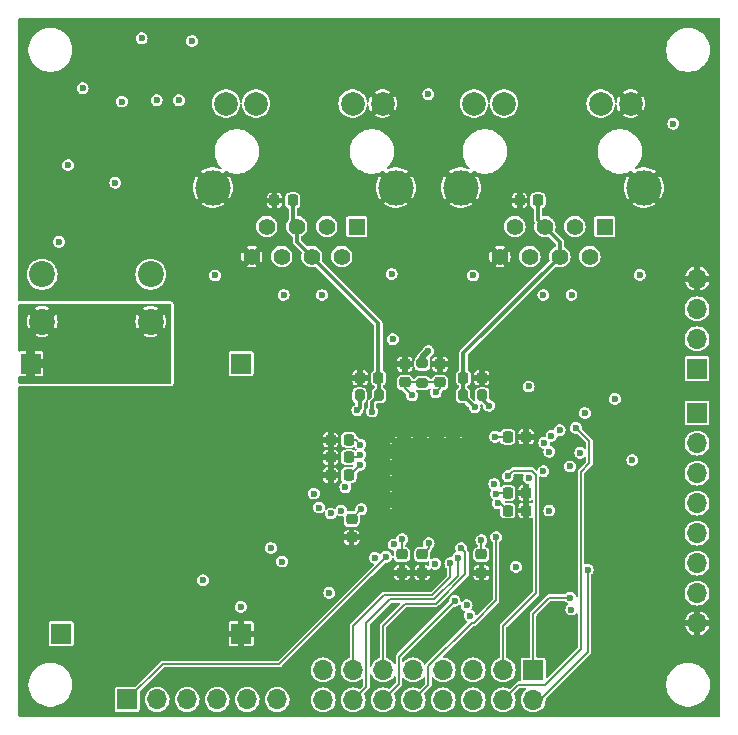
<source format=gbl>
%TF.GenerationSoftware,KiCad,Pcbnew,8.0.7*%
%TF.CreationDate,2025-01-02T12:23:41+01:00*%
%TF.ProjectId,kyncat,6b796e63-6174-42e6-9b69-6361645f7063,rev?*%
%TF.SameCoordinates,Original*%
%TF.FileFunction,Copper,L4,Bot*%
%TF.FilePolarity,Positive*%
%FSLAX46Y46*%
G04 Gerber Fmt 4.6, Leading zero omitted, Abs format (unit mm)*
G04 Created by KiCad (PCBNEW 8.0.7) date 2025-01-02 12:23:41*
%MOMM*%
%LPD*%
G01*
G04 APERTURE LIST*
G04 Aperture macros list*
%AMRoundRect*
0 Rectangle with rounded corners*
0 $1 Rounding radius*
0 $2 $3 $4 $5 $6 $7 $8 $9 X,Y pos of 4 corners*
0 Add a 4 corners polygon primitive as box body*
4,1,4,$2,$3,$4,$5,$6,$7,$8,$9,$2,$3,0*
0 Add four circle primitives for the rounded corners*
1,1,$1+$1,$2,$3*
1,1,$1+$1,$4,$5*
1,1,$1+$1,$6,$7*
1,1,$1+$1,$8,$9*
0 Add four rect primitives between the rounded corners*
20,1,$1+$1,$2,$3,$4,$5,0*
20,1,$1+$1,$4,$5,$6,$7,0*
20,1,$1+$1,$6,$7,$8,$9,0*
20,1,$1+$1,$8,$9,$2,$3,0*%
G04 Aperture macros list end*
%TA.AperFunction,ComponentPad*%
%ADD10R,1.700000X1.700000*%
%TD*%
%TA.AperFunction,ComponentPad*%
%ADD11O,1.700000X1.700000*%
%TD*%
%TA.AperFunction,ComponentPad*%
%ADD12R,1.400000X1.400000*%
%TD*%
%TA.AperFunction,ComponentPad*%
%ADD13C,1.400000*%
%TD*%
%TA.AperFunction,ComponentPad*%
%ADD14C,2.000000*%
%TD*%
%TA.AperFunction,ComponentPad*%
%ADD15C,3.000000*%
%TD*%
%TA.AperFunction,HeatsinkPad*%
%ADD16C,0.500000*%
%TD*%
%TA.AperFunction,HeatsinkPad*%
%ADD17R,6.000000X6.000000*%
%TD*%
%TA.AperFunction,ComponentPad*%
%ADD18C,2.200000*%
%TD*%
%TA.AperFunction,SMDPad,CuDef*%
%ADD19RoundRect,0.225000X0.225000X0.250000X-0.225000X0.250000X-0.225000X-0.250000X0.225000X-0.250000X0*%
%TD*%
%TA.AperFunction,SMDPad,CuDef*%
%ADD20RoundRect,0.200000X-0.275000X0.200000X-0.275000X-0.200000X0.275000X-0.200000X0.275000X0.200000X0*%
%TD*%
%TA.AperFunction,SMDPad,CuDef*%
%ADD21RoundRect,0.225000X0.250000X-0.225000X0.250000X0.225000X-0.250000X0.225000X-0.250000X-0.225000X0*%
%TD*%
%TA.AperFunction,SMDPad,CuDef*%
%ADD22RoundRect,0.225000X-0.225000X-0.250000X0.225000X-0.250000X0.225000X0.250000X-0.225000X0.250000X0*%
%TD*%
%TA.AperFunction,SMDPad,CuDef*%
%ADD23RoundRect,0.225000X-0.250000X0.225000X-0.250000X-0.225000X0.250000X-0.225000X0.250000X0.225000X0*%
%TD*%
%TA.AperFunction,SMDPad,CuDef*%
%ADD24RoundRect,0.200000X-0.200000X-0.275000X0.200000X-0.275000X0.200000X0.275000X-0.200000X0.275000X0*%
%TD*%
%TA.AperFunction,SMDPad,CuDef*%
%ADD25RoundRect,0.200000X0.200000X0.275000X-0.200000X0.275000X-0.200000X-0.275000X0.200000X-0.275000X0*%
%TD*%
%TA.AperFunction,ViaPad*%
%ADD26C,0.600000*%
%TD*%
%TA.AperFunction,Conductor*%
%ADD27C,0.150000*%
%TD*%
%TA.AperFunction,Conductor*%
%ADD28C,0.200000*%
%TD*%
%TA.AperFunction,Conductor*%
%ADD29C,0.300000*%
%TD*%
%TA.AperFunction,Conductor*%
%ADD30C,0.500000*%
%TD*%
G04 APERTURE END LIST*
D10*
%TO.P,J2,1,Pin_1*%
%TO.N,SYNC_LATCH_1*%
X113000000Y-96250000D03*
D11*
%TO.P,J2,2,Pin_2*%
%TO.N,CLK25_OUT*%
X115540000Y-96250000D03*
%TO.P,J2,3,Pin_3*%
%TO.N,WAIT_ACK*%
X118080000Y-96250000D03*
%TO.P,J2,4,Pin_4*%
%TO.N,A1*%
X120620000Y-96250000D03*
%TO.P,J2,5,Pin_5*%
%TO.N,SYNC_LATCH_0*%
X123160000Y-96250000D03*
%TO.P,J2,6,Pin_6*%
%TO.N,IRQ*%
X125700000Y-96250000D03*
%TD*%
D12*
%TO.P,J3,1,TD+*%
%TO.N,TXA_P*%
X153445000Y-56205000D03*
D13*
%TO.P,J3,2,TD-*%
%TO.N,TXA_N*%
X152175000Y-58745000D03*
%TO.P,J3,3,RD+*%
%TO.N,RXA_P*%
X150905000Y-56205000D03*
%TO.P,J3,4,TCT*%
%TO.N,VDD33TXRX1*%
X149635000Y-58745000D03*
%TO.P,J3,5,RCT*%
X148365000Y-56205000D03*
%TO.P,J3,6,RD-*%
%TO.N,RXA_N*%
X147095000Y-58745000D03*
%TO.P,J3,7,NC*%
%TO.N,unconnected-(J3-NC-Pad7)*%
X145825000Y-56205000D03*
%TO.P,J3,8*%
%TO.N,GND*%
X144555000Y-58745000D03*
D14*
%TO.P,J3,9*%
X155630000Y-45795000D03*
%TO.P,J3,10*%
%TO.N,Net-(J3-Pad10)*%
X153090000Y-45795000D03*
%TO.P,J3,11*%
%TO.N,unconnected-(J3-Pad11)*%
X144910000Y-45795000D03*
%TO.P,J3,12*%
%TO.N,unconnected-(J3-Pad12)*%
X142370000Y-45795000D03*
D15*
%TO.P,J3,SH*%
%TO.N,GND*%
X156745000Y-52905000D03*
X141255000Y-52905000D03*
%TD*%
D10*
%TO.P,J4,1,Pin_1*%
%TO.N,VDD33*%
X161250000Y-72000000D03*
D11*
%TO.P,J4,2,Pin_2*%
%TO.N,QSPI_CLK*%
X161250000Y-74540000D03*
%TO.P,J4,3,Pin_3*%
%TO.N,SPI_SCS*%
X161250000Y-77080000D03*
%TO.P,J4,4,Pin_4*%
%TO.N,QSPI_SIO0*%
X161250000Y-79620000D03*
%TO.P,J4,5,Pin_5*%
%TO.N,QSPI_SIO1*%
X161250000Y-82160000D03*
%TO.P,J4,6,Pin_6*%
%TO.N,QSPI_SIO2*%
X161250000Y-84700000D03*
%TO.P,J4,7,Pin_7*%
%TO.N,QSPI_SIO3*%
X161250000Y-87240000D03*
%TO.P,J4,8,Pin_8*%
%TO.N,GND*%
X161250000Y-89780000D03*
%TD*%
D16*
%TO.P,U1,65,GND*%
%TO.N,GND*%
X135750000Y-74500000D03*
X135750000Y-75875000D03*
X135750000Y-77250000D03*
X135750000Y-78625000D03*
X135750000Y-80000000D03*
X137125000Y-74500000D03*
X137125000Y-75875000D03*
X137125000Y-77250000D03*
X137125000Y-78625000D03*
X137125000Y-80000000D03*
X138500000Y-74500000D03*
X138500000Y-75875000D03*
X138500000Y-77250000D03*
D17*
X138500000Y-77250000D03*
D16*
X138500000Y-78625000D03*
X138500000Y-80000000D03*
X139875000Y-74500000D03*
X139875000Y-75875000D03*
X139875000Y-77250000D03*
X139875000Y-78625000D03*
X139875000Y-80000000D03*
X141250000Y-74500000D03*
X141250000Y-75875000D03*
X141250000Y-77250000D03*
X141250000Y-78625000D03*
X141250000Y-80000000D03*
%TD*%
D10*
%TO.P,U3,1,Vin*%
%TO.N,Net-(U3-Vin)*%
X122650000Y-67820000D03*
%TO.P,U3,2,GND*%
%TO.N,Net-(J6-Pad1)*%
X104850000Y-67820000D03*
%TO.P,U3,3,GND*%
%TO.N,GND*%
X122650000Y-90680000D03*
%TO.P,U3,4,Vout*%
%TO.N,VDD33*%
X107410000Y-90680000D03*
%TD*%
%TO.P,J5,1,Pin_1*%
%TO.N,VDD33*%
X161250000Y-68250000D03*
D11*
%TO.P,J5,2,Pin_2*%
%TO.N,I2C_SDA*%
X161250000Y-65710000D03*
%TO.P,J5,3,Pin_3*%
%TO.N,I2C_SCL*%
X161250000Y-63170000D03*
%TO.P,J5,4,Pin_4*%
%TO.N,GND*%
X161250000Y-60630000D03*
%TD*%
D18*
%TO.P,J6,1*%
%TO.N,Net-(J6-Pad1)*%
X115000401Y-64250000D03*
%TO.P,J6,2*%
X105800399Y-64250000D03*
%TO.P,J6,3*%
%TO.N,Net-(U3-Vin)*%
X115000401Y-60249999D03*
%TO.P,J6,4*%
X105800399Y-60249999D03*
%TD*%
D12*
%TO.P,J1,1,TD+*%
%TO.N,TXB_P*%
X132445000Y-56205000D03*
D13*
%TO.P,J1,2,TD-*%
%TO.N,TXB_N*%
X131175000Y-58745000D03*
%TO.P,J1,3,RD+*%
%TO.N,RXB_P*%
X129905000Y-56205000D03*
%TO.P,J1,4,TCT*%
%TO.N,VDD33TXRX2*%
X128635000Y-58745000D03*
%TO.P,J1,5,RCT*%
X127365000Y-56205000D03*
%TO.P,J1,6,RD-*%
%TO.N,RXB_N*%
X126095000Y-58745000D03*
%TO.P,J1,7,NC*%
%TO.N,unconnected-(J1-NC-Pad7)*%
X124825000Y-56205000D03*
%TO.P,J1,8*%
%TO.N,GND*%
X123555000Y-58745000D03*
D14*
%TO.P,J1,9*%
X134630000Y-45795000D03*
%TO.P,J1,10*%
%TO.N,Net-(J1-Pad10)*%
X132090000Y-45795000D03*
%TO.P,J1,11*%
%TO.N,unconnected-(J1-Pad11)*%
X123910000Y-45795000D03*
%TO.P,J1,12*%
%TO.N,unconnected-(J1-Pad12)*%
X121370000Y-45795000D03*
D15*
%TO.P,J1,SH*%
%TO.N,GND*%
X135745000Y-52905000D03*
X120255000Y-52905000D03*
%TD*%
D10*
%TO.P,J8,1,Pin_1*%
%TO.N,Net-(J8-Pin_1)*%
X147375000Y-93750000D03*
D11*
%TO.P,J8,2,Pin_2*%
%TO.N,Net-(J8-Pin_2)*%
X147375000Y-96290000D03*
%TO.P,J8,3,Pin_3*%
%TO.N,Net-(J8-Pin_3)*%
X144835000Y-93750000D03*
%TO.P,J8,4,Pin_4*%
%TO.N,Net-(J8-Pin_4)*%
X144835000Y-96290000D03*
%TO.P,J8,5,Pin_5*%
%TO.N,Net-(J8-Pin_5)*%
X142295000Y-93750000D03*
%TO.P,J8,6,Pin_6*%
%TO.N,Net-(J8-Pin_6)*%
X142295000Y-96290000D03*
%TO.P,J8,7,Pin_7*%
%TO.N,Net-(J8-Pin_7)*%
X139755000Y-93750000D03*
%TO.P,J8,8,Pin_8*%
%TO.N,Net-(J8-Pin_8)*%
X139755000Y-96290000D03*
%TO.P,J8,9,Pin_9*%
%TO.N,Net-(J8-Pin_9)*%
X137215000Y-93750000D03*
%TO.P,J8,10,Pin_10*%
%TO.N,Net-(J8-Pin_10)*%
X137215000Y-96290000D03*
%TO.P,J8,11,Pin_11*%
%TO.N,Net-(J8-Pin_11)*%
X134675000Y-93750000D03*
%TO.P,J8,12,Pin_12*%
%TO.N,Net-(J8-Pin_12)*%
X134675000Y-96290000D03*
%TO.P,J8,13,Pin_13*%
%TO.N,Net-(J8-Pin_13)*%
X132135000Y-93750000D03*
%TO.P,J8,14,Pin_14*%
%TO.N,Net-(J8-Pin_14)*%
X132135000Y-96290000D03*
%TO.P,J8,15,Pin_15*%
%TO.N,Net-(J8-Pin_15)*%
X129595000Y-93750000D03*
%TO.P,J8,16,Pin_16*%
%TO.N,Net-(J8-Pin_16)*%
X129595000Y-96290000D03*
%TD*%
D19*
%TO.P,C1,1*%
%TO.N,GND*%
X143025000Y-69000000D03*
%TO.P,C1,2*%
%TO.N,VDD33TXRX1*%
X141475000Y-69000000D03*
%TD*%
D20*
%TO.P,FB4,1*%
%TO.N,VDDCR*%
X138000000Y-67800000D03*
%TO.P,FB4,2*%
%TO.N,VDD12TF*%
X138000000Y-69450000D03*
%TD*%
D19*
%TO.P,C9,1*%
%TO.N,GND*%
X146775000Y-74000000D03*
%TO.P,C9,2*%
%TO.N,VDD33*%
X145225000Y-74000000D03*
%TD*%
D21*
%TO.P,C11,1*%
%TO.N,GND*%
X136250000Y-85525000D03*
%TO.P,C11,2*%
%TO.N,VDD33*%
X136250000Y-83975000D03*
%TD*%
D19*
%TO.P,C27,1*%
%TO.N,VDD33TXRX2*%
X127025000Y-54000000D03*
%TO.P,C27,2*%
%TO.N,GND*%
X125475000Y-54000000D03*
%TD*%
D22*
%TO.P,C10,1*%
%TO.N,GND*%
X130225000Y-77250000D03*
%TO.P,C10,2*%
%TO.N,VDD33*%
X131775000Y-77250000D03*
%TD*%
D19*
%TO.P,C13,1*%
%TO.N,GND*%
X146775000Y-80250000D03*
%TO.P,C13,2*%
%TO.N,VDD33*%
X145225000Y-80250000D03*
%TD*%
D23*
%TO.P,C8,1*%
%TO.N,GND*%
X139500000Y-67850000D03*
%TO.P,C8,2*%
%TO.N,VDD12TF*%
X139500000Y-69400000D03*
%TD*%
D22*
%TO.P,C2,1*%
%TO.N,GND*%
X132725000Y-69000000D03*
%TO.P,C2,2*%
%TO.N,VDD33TXRX2*%
X134275000Y-69000000D03*
%TD*%
D19*
%TO.P,C4,1*%
%TO.N,GND*%
X146775000Y-78750000D03*
%TO.P,C4,2*%
%TO.N,VDDCR*%
X145225000Y-78750000D03*
%TD*%
D22*
%TO.P,C14,1*%
%TO.N,GND*%
X130225000Y-74250000D03*
%TO.P,C14,2*%
%TO.N,VDD33*%
X131775000Y-74250000D03*
%TD*%
D19*
%TO.P,C22,1*%
%TO.N,VDD33TXRX1*%
X147775000Y-54000000D03*
%TO.P,C22,2*%
%TO.N,GND*%
X146225000Y-54000000D03*
%TD*%
D24*
%TO.P,FB2,1*%
%TO.N,VDD33*%
X132675000Y-70500000D03*
%TO.P,FB2,2*%
%TO.N,VDD33TXRX2*%
X134325000Y-70500000D03*
%TD*%
D21*
%TO.P,C12,1*%
%TO.N,GND*%
X143000000Y-85525000D03*
%TO.P,C12,2*%
%TO.N,VDD33*%
X143000000Y-83975000D03*
%TD*%
%TO.P,C6,1*%
%TO.N,GND*%
X138000000Y-85525000D03*
%TO.P,C6,2*%
%TO.N,VDDCR*%
X138000000Y-83975000D03*
%TD*%
D23*
%TO.P,C7,1*%
%TO.N,GND*%
X136500000Y-67850000D03*
%TO.P,C7,2*%
%TO.N,VDD12TF*%
X136500000Y-69400000D03*
%TD*%
D25*
%TO.P,FB1,1*%
%TO.N,VDD33*%
X143075000Y-70500000D03*
%TO.P,FB1,2*%
%TO.N,VDD33TXRX1*%
X141425000Y-70500000D03*
%TD*%
D22*
%TO.P,C5,1*%
%TO.N,GND*%
X130225000Y-75750000D03*
%TO.P,C5,2*%
%TO.N,VDDCR*%
X131775000Y-75750000D03*
%TD*%
D21*
%TO.P,C29,1*%
%TO.N,GND*%
X132000000Y-82525000D03*
%TO.P,C29,2*%
%TO.N,VDD33*%
X132000000Y-80975000D03*
%TD*%
D26*
%TO.N,VDD33*%
X130125000Y-87225000D03*
X122625000Y-88400000D03*
X119425000Y-86150000D03*
%TO.N,GND*%
X128750000Y-80750000D03*
X146750000Y-68500000D03*
X157819771Y-71319771D03*
X157750000Y-65000000D03*
X157750000Y-67750000D03*
X150500000Y-81250000D03*
X154250000Y-83250000D03*
X154750000Y-85000000D03*
X153750000Y-88000000D03*
X153750000Y-90250000D03*
X146250000Y-91000000D03*
X113750000Y-45750000D03*
X115750000Y-54500000D03*
X138000000Y-49000000D03*
X151000000Y-68750000D03*
X125750000Y-70250000D03*
X125000000Y-86500000D03*
X113000000Y-90500000D03*
X114000000Y-90500000D03*
X115000000Y-90500000D03*
%TO.N,VDD33TXRX1*%
X156400000Y-60300000D03*
%TO.N,A1*%
X139075000Y-84750000D03*
%TO.N,SYNC_LATCH_0*%
X145925000Y-85025000D03*
%TO.N,WAIT_ACK*%
X131475000Y-78275000D03*
%TO.N,GND*%
X133650000Y-86750000D03*
%TO.N,VDD33TXRX1*%
X150625000Y-62000004D03*
X148250000Y-62000000D03*
X142300000Y-60350000D03*
X142425006Y-71500000D03*
%TO.N,GND*%
X142250000Y-64500000D03*
X128000000Y-76500000D03*
X148500000Y-63500000D03*
X143500000Y-91250000D03*
X115925000Y-50475000D03*
X150500000Y-63500000D03*
X135750000Y-91000000D03*
X135500000Y-64500000D03*
X128000000Y-69000000D03*
X131275000Y-85775000D03*
X105750000Y-55000000D03*
X134000000Y-91250000D03*
X129250000Y-63500000D03*
X130500000Y-91250000D03*
X149500000Y-90250000D03*
X120000000Y-64750000D03*
X126500000Y-63500000D03*
X133250000Y-58000000D03*
X145075000Y-83825000D03*
X139150000Y-91200000D03*
%TO.N,VDD33TXRX2*%
X120450000Y-60350000D03*
X129500000Y-62000000D03*
X135400000Y-60225000D03*
X126250000Y-62000000D03*
X133750000Y-71875000D03*
%TO.N,VDDCR*%
X132720027Y-75516999D03*
X144250000Y-78830153D03*
X138525000Y-83025000D03*
X138500000Y-66750000D03*
%TO.N,VDD12TF*%
X139125000Y-70250000D03*
X137125000Y-70499846D03*
%TO.N,VDD33*%
X132718413Y-76371000D03*
X108000000Y-51000000D03*
X144392063Y-79632645D03*
X109225000Y-44500000D03*
X118500000Y-40500000D03*
X126125000Y-84575000D03*
X132753549Y-74663655D03*
X115500000Y-45500000D03*
X144162673Y-74021000D03*
X135500000Y-65750000D03*
X132825389Y-80129000D03*
X143000000Y-82750000D03*
X136285472Y-82664808D03*
X143625000Y-71375000D03*
X132500000Y-71750000D03*
X114225000Y-40275000D03*
X154300000Y-70800000D03*
X147000000Y-77500000D03*
X107250000Y-57500000D03*
X148750000Y-80250000D03*
%TO.N,Net-(U1A-RST#)*%
X129250000Y-80000000D03*
X112000000Y-52500000D03*
%TO.N,CLK25_OUT*%
X125175000Y-83425000D03*
%TO.N,Net-(U1A-TESTMODE)*%
X147000000Y-69750000D03*
X148250000Y-76925000D03*
%TO.N,LEDPOL0*%
X149629000Y-73441500D03*
X159250000Y-47500000D03*
%TO.N,LEDPOL1*%
X138500000Y-45000000D03*
X148925821Y-73926123D03*
%TO.N,I2C_SDA*%
X150500000Y-76521000D03*
%TO.N,Net-(U1B-RUNLED{slash}STATE_RUNLED{slash}E2PSIZE{slash}EE_EMUL0{slash}LEDPOL3)*%
X148317256Y-74526758D03*
X117375000Y-45500000D03*
%TO.N,Net-(U1B-ERRLED{slash}PME{slash}100FD_B{slash}LEDPOL4)*%
X128814494Y-78814506D03*
X112550000Y-45625000D03*
%TO.N,QSPI_SIO0*%
X133982747Y-84252711D03*
%TO.N,QSPI_SIO2*%
X130250000Y-80500000D03*
%TO.N,I2C_SCL*%
X151375000Y-75375000D03*
%TO.N,QSPI_CLK*%
X135579000Y-83125010D03*
%TO.N,SPI_SCS*%
X155772500Y-75977500D03*
X151750000Y-71996000D03*
%TO.N,SYNC_LATCH_1*%
X134950000Y-84175000D03*
%TO.N,QSPI_SIO3*%
X150615730Y-88634270D03*
%TO.N,IRQ*%
X148750000Y-75263000D03*
%TO.N,QSPI_SIO1*%
X131125000Y-80249992D03*
%TO.N,Net-(J8-Pin_2)*%
X144089776Y-78000976D03*
X152000000Y-85250000D03*
%TO.N,Net-(J8-Pin_1)*%
X150500000Y-87629000D03*
%TO.N,Net-(J8-Pin_11)*%
X141270059Y-83439822D03*
%TO.N,Net-(J8-Pin_15)*%
X141750000Y-88275000D03*
%TO.N,Net-(J8-Pin_12)*%
X140725000Y-87900000D03*
%TO.N,Net-(J8-Pin_14)*%
X140999998Y-84250000D03*
%TO.N,Net-(J8-Pin_13)*%
X140359574Y-84729439D03*
%TO.N,Net-(J8-Pin_4)*%
X151000000Y-73250000D03*
%TO.N,Net-(J8-Pin_16)*%
X142000000Y-89150000D03*
%TO.N,Net-(J8-Pin_3)*%
X145208055Y-77346976D03*
%TO.N,Net-(J8-Pin_10)*%
X144250000Y-82500000D03*
%TD*%
D27*
%TO.N,Net-(J8-Pin_12)*%
X136000000Y-92625000D02*
X140725000Y-87900000D01*
X134675000Y-96290000D02*
X136000000Y-94965000D01*
X136000000Y-94965000D02*
X136000000Y-92625000D01*
D28*
%TO.N,VDD33*%
X132825389Y-80129000D02*
X132825389Y-80149611D01*
X132825389Y-80149611D02*
X132000000Y-80975000D01*
%TO.N,VDDCR*%
X132487026Y-75750000D02*
X132720027Y-75516999D01*
X131775000Y-75750000D02*
X132487026Y-75750000D01*
%TO.N,VDD33*%
X131775000Y-74250000D02*
X132339894Y-74250000D01*
X131775000Y-77250000D02*
X131839413Y-77250000D01*
X131839413Y-77250000D02*
X132718413Y-76371000D01*
X132339894Y-74250000D02*
X132753549Y-74663655D01*
D27*
%TO.N,SYNC_LATCH_1*%
X134950000Y-84175000D02*
X125875000Y-93250000D01*
X125875000Y-93250000D02*
X116000000Y-93250000D01*
X116000000Y-93250000D02*
X113000000Y-96250000D01*
%TO.N,Net-(J8-Pin_13)*%
X140359574Y-84729439D02*
X140359574Y-85890426D01*
X140359574Y-85890426D02*
X138825000Y-87425000D01*
X138825000Y-87425000D02*
X134710000Y-87425000D01*
X134710000Y-87425000D02*
X132135000Y-90000000D01*
X132135000Y-90000000D02*
X132135000Y-93750000D01*
%TO.N,Net-(J8-Pin_14)*%
X132135000Y-96290000D02*
X133260000Y-95165000D01*
X133260000Y-95165000D02*
X133260000Y-89740000D01*
X133260000Y-89740000D02*
X135225000Y-87775000D01*
X135225000Y-87775000D02*
X138980026Y-87775000D01*
X138980026Y-87775000D02*
X140999998Y-85755028D01*
X140999998Y-85755028D02*
X140999998Y-84250000D01*
%TO.N,Net-(J8-Pin_11)*%
X134675000Y-93750000D02*
X134675000Y-90000000D01*
X134675000Y-90000000D02*
X136550000Y-88125000D01*
X136550000Y-88125000D02*
X139125000Y-88125000D01*
X139125000Y-88125000D02*
X141629000Y-85621000D01*
X141629000Y-83798763D02*
X141270059Y-83439822D01*
X141629000Y-85621000D02*
X141629000Y-83798763D01*
D28*
%TO.N,VDDCR*%
X138525000Y-83025000D02*
X138525000Y-83450000D01*
X138525000Y-83450000D02*
X138000000Y-83975000D01*
D29*
%TO.N,VDD33TXRX1*%
X141475000Y-66905000D02*
X149635000Y-58745000D01*
X141475000Y-69000000D02*
X141475000Y-66905000D01*
X147775000Y-55615000D02*
X148365000Y-56205000D01*
X141425000Y-70500000D02*
X141425000Y-69050000D01*
X147775000Y-54000000D02*
X147775000Y-55615000D01*
X149635000Y-57475000D02*
X148365000Y-56205000D01*
X149635000Y-58745000D02*
X149635000Y-57475000D01*
X141425000Y-69050000D02*
X141475000Y-69000000D01*
X141425000Y-70500000D02*
X142425000Y-71500000D01*
%TO.N,VDD33TXRX2*%
X128635000Y-58745000D02*
X127365000Y-57475000D01*
X127025000Y-54000000D02*
X127025000Y-55865000D01*
X134325000Y-70500000D02*
X134325000Y-69050000D01*
X134275000Y-64385000D02*
X128635000Y-58745000D01*
D30*
X127025000Y-55865000D02*
X127365000Y-56205000D01*
D29*
X127365000Y-57475000D02*
X127365000Y-56205000D01*
X133750000Y-71075000D02*
X134325000Y-70500000D01*
X134275000Y-69000000D02*
X134275000Y-64385000D01*
X134325000Y-69050000D02*
X134275000Y-69000000D01*
X133750000Y-71875000D02*
X133750000Y-71075000D01*
D27*
%TO.N,VDDCR*%
X144330153Y-78750000D02*
X144250000Y-78830153D01*
X145225000Y-78750000D02*
X144330153Y-78750000D01*
D30*
X138000000Y-67800000D02*
X138000000Y-67250000D01*
X138000000Y-67250000D02*
X138500000Y-66750000D01*
D28*
%TO.N,VDD12TF*%
X139500000Y-69875000D02*
X139125000Y-70250000D01*
X137950000Y-69400000D02*
X138000000Y-69450000D01*
X139500000Y-69400000D02*
X138050000Y-69400000D01*
X136500000Y-69400000D02*
X136500000Y-69874846D01*
X136500000Y-69400000D02*
X137950000Y-69400000D01*
X139500000Y-69400000D02*
X139500000Y-69875000D01*
X136500000Y-69874846D02*
X137125000Y-70499846D01*
X138050000Y-69400000D02*
X138000000Y-69450000D01*
%TO.N,VDD33*%
X145225000Y-74000000D02*
X144183673Y-74000000D01*
X143000000Y-82750000D02*
X143000000Y-83975000D01*
X144607645Y-79632645D02*
X145225000Y-80250000D01*
D29*
X143075000Y-70500000D02*
X143075000Y-70825000D01*
D28*
X144183673Y-74000000D02*
X144162673Y-74021000D01*
X132696389Y-80000000D02*
X132825389Y-80129000D01*
D29*
X132675000Y-70500000D02*
X132675000Y-71575000D01*
D28*
X144392063Y-79632645D02*
X144509418Y-79750000D01*
X136250000Y-82700280D02*
X136285472Y-82664808D01*
X144392063Y-79632645D02*
X144607645Y-79632645D01*
X136250000Y-83975000D02*
X136250000Y-82700280D01*
D29*
X132675000Y-71575000D02*
X132500000Y-71750000D01*
X143075000Y-70825000D02*
X143625000Y-71375000D01*
D28*
%TO.N,Net-(J8-Pin_2)*%
X147960000Y-96290000D02*
X147375000Y-96290000D01*
D27*
X152000000Y-85250000D02*
X152000000Y-92250000D01*
X152000000Y-92250000D02*
X147960000Y-96290000D01*
%TO.N,Net-(J8-Pin_1)*%
X148746000Y-87629000D02*
X150500000Y-87629000D01*
X147375000Y-93750000D02*
X147375000Y-89000000D01*
X147375000Y-89000000D02*
X148746000Y-87629000D01*
%TO.N,Net-(J8-Pin_4)*%
X151416500Y-91958500D02*
X148375000Y-95000000D01*
X151000000Y-73250000D02*
X152129000Y-74379000D01*
X152129000Y-74379000D02*
X152129000Y-76260541D01*
X151416500Y-76973041D02*
X151416500Y-91958500D01*
X152129000Y-76260541D02*
X151416500Y-76973041D01*
X146125000Y-95000000D02*
X144835000Y-96290000D01*
X148375000Y-95000000D02*
X146125000Y-95000000D01*
%TO.N,Net-(J8-Pin_3)*%
X144835000Y-93750000D02*
X144835000Y-90000000D01*
X147629000Y-77239459D02*
X147260541Y-76871000D01*
X147629000Y-87206000D02*
X147629000Y-77239459D01*
X145684031Y-76871000D02*
X145208055Y-77346976D01*
X144835000Y-90000000D02*
X147629000Y-87206000D01*
X147260541Y-76871000D02*
X145684031Y-76871000D01*
%TO.N,Net-(J8-Pin_10)*%
X138500000Y-95005000D02*
X137215000Y-96290000D01*
X142181138Y-89732871D02*
X138500000Y-93414009D01*
X144250000Y-87847283D02*
X142364412Y-89732871D01*
X138500000Y-93414009D02*
X138500000Y-95005000D01*
X144250000Y-82500000D02*
X144250000Y-87847283D01*
X142364412Y-89732871D02*
X142181138Y-89732871D01*
%TD*%
%TA.AperFunction,Conductor*%
%TO.N,Net-(J6-Pad1)*%
G36*
X116728326Y-62771674D02*
G01*
X116750000Y-62824000D01*
X116750000Y-69426000D01*
X116728326Y-69478326D01*
X116676000Y-69500000D01*
X103874500Y-69500000D01*
X103822174Y-69478326D01*
X103800500Y-69426000D01*
X103800500Y-68915680D01*
X103822174Y-68863354D01*
X103874500Y-68841680D01*
X103915614Y-68854153D01*
X103921963Y-68858395D01*
X103980303Y-68870000D01*
X104475000Y-68870000D01*
X105225000Y-68870000D01*
X105719697Y-68870000D01*
X105778035Y-68858396D01*
X105844191Y-68814192D01*
X105844192Y-68814191D01*
X105888396Y-68748035D01*
X105900000Y-68689697D01*
X105900000Y-68195000D01*
X105225000Y-68195000D01*
X105225000Y-68870000D01*
X104475000Y-68870000D01*
X104475000Y-68152106D01*
X104542993Y-68220099D01*
X104657007Y-68285925D01*
X104784174Y-68320000D01*
X104915826Y-68320000D01*
X105042993Y-68285925D01*
X105157007Y-68220099D01*
X105250099Y-68127007D01*
X105315925Y-68012993D01*
X105350000Y-67885826D01*
X105350000Y-67754174D01*
X105315925Y-67627007D01*
X105250099Y-67512993D01*
X105182106Y-67445000D01*
X105225000Y-67445000D01*
X105900000Y-67445000D01*
X105900000Y-66950302D01*
X105888396Y-66891964D01*
X105844192Y-66825808D01*
X105844191Y-66825807D01*
X105778035Y-66781603D01*
X105719697Y-66770000D01*
X105225000Y-66770000D01*
X105225000Y-67445000D01*
X105182106Y-67445000D01*
X105157007Y-67419901D01*
X105042993Y-67354075D01*
X104915826Y-67320000D01*
X104784174Y-67320000D01*
X104657007Y-67354075D01*
X104542993Y-67419901D01*
X104475000Y-67487894D01*
X104475000Y-66770000D01*
X103980303Y-66770000D01*
X103921964Y-66781603D01*
X103915611Y-66785849D01*
X103860062Y-66796897D01*
X103812970Y-66765430D01*
X103800500Y-66724319D01*
X103800500Y-64249994D01*
X104495433Y-64249994D01*
X104495433Y-64250005D01*
X104515257Y-64476602D01*
X104515258Y-64476608D01*
X104574129Y-64696317D01*
X104574134Y-64696328D01*
X104653512Y-64866555D01*
X105075183Y-64444883D01*
X105079894Y-64468563D01*
X105136378Y-64604927D01*
X105218379Y-64727651D01*
X105322748Y-64832020D01*
X105445472Y-64914021D01*
X105581836Y-64970505D01*
X105605513Y-64975214D01*
X105183841Y-65396886D01*
X105354077Y-65476268D01*
X105573789Y-65535140D01*
X105573796Y-65535141D01*
X105800394Y-65554966D01*
X105800404Y-65554966D01*
X106027001Y-65535141D01*
X106027008Y-65535140D01*
X106246720Y-65476268D01*
X106416954Y-65396885D01*
X105995283Y-64975214D01*
X106018962Y-64970505D01*
X106155326Y-64914021D01*
X106278050Y-64832020D01*
X106382419Y-64727651D01*
X106464420Y-64604927D01*
X106520904Y-64468563D01*
X106525613Y-64444884D01*
X106947284Y-64866555D01*
X107026667Y-64696321D01*
X107085539Y-64476609D01*
X107085540Y-64476602D01*
X107105365Y-64250005D01*
X107105365Y-64249994D01*
X113695435Y-64249994D01*
X113695435Y-64250005D01*
X113715259Y-64476602D01*
X113715260Y-64476608D01*
X113774131Y-64696317D01*
X113774136Y-64696328D01*
X113853514Y-64866555D01*
X114275185Y-64444883D01*
X114279896Y-64468563D01*
X114336380Y-64604927D01*
X114418381Y-64727651D01*
X114522750Y-64832020D01*
X114645474Y-64914021D01*
X114781838Y-64970505D01*
X114805515Y-64975214D01*
X114383843Y-65396886D01*
X114554079Y-65476268D01*
X114773791Y-65535140D01*
X114773798Y-65535141D01*
X115000396Y-65554966D01*
X115000406Y-65554966D01*
X115227003Y-65535141D01*
X115227010Y-65535140D01*
X115446722Y-65476268D01*
X115616956Y-65396885D01*
X115195285Y-64975214D01*
X115218964Y-64970505D01*
X115355328Y-64914021D01*
X115478052Y-64832020D01*
X115582421Y-64727651D01*
X115664422Y-64604927D01*
X115720906Y-64468563D01*
X115725615Y-64444884D01*
X116147286Y-64866555D01*
X116226669Y-64696321D01*
X116285541Y-64476609D01*
X116285542Y-64476602D01*
X116305367Y-64250005D01*
X116305367Y-64249994D01*
X116285542Y-64023397D01*
X116285541Y-64023390D01*
X116226669Y-63803678D01*
X116147287Y-63633442D01*
X115725615Y-64055114D01*
X115720906Y-64031437D01*
X115664422Y-63895073D01*
X115582421Y-63772349D01*
X115478052Y-63667980D01*
X115355328Y-63585979D01*
X115218964Y-63529495D01*
X115195284Y-63524784D01*
X115616956Y-63103113D01*
X115446729Y-63023735D01*
X115446718Y-63023730D01*
X115227009Y-62964859D01*
X115227003Y-62964858D01*
X115000406Y-62945034D01*
X115000396Y-62945034D01*
X114773798Y-62964858D01*
X114773792Y-62964859D01*
X114554077Y-63023732D01*
X114383844Y-63103112D01*
X114383844Y-63103113D01*
X114805516Y-63524785D01*
X114781838Y-63529495D01*
X114645474Y-63585979D01*
X114522750Y-63667980D01*
X114418381Y-63772349D01*
X114336380Y-63895073D01*
X114279896Y-64031437D01*
X114275186Y-64055115D01*
X113853514Y-63633443D01*
X113853513Y-63633443D01*
X113774133Y-63803676D01*
X113715260Y-64023391D01*
X113715259Y-64023397D01*
X113695435Y-64249994D01*
X107105365Y-64249994D01*
X107085540Y-64023397D01*
X107085539Y-64023390D01*
X107026667Y-63803678D01*
X106947285Y-63633442D01*
X106525613Y-64055114D01*
X106520904Y-64031437D01*
X106464420Y-63895073D01*
X106382419Y-63772349D01*
X106278050Y-63667980D01*
X106155326Y-63585979D01*
X106018962Y-63529495D01*
X105995282Y-63524784D01*
X106416954Y-63103113D01*
X106246727Y-63023735D01*
X106246716Y-63023730D01*
X106027007Y-62964859D01*
X106027001Y-62964858D01*
X105800404Y-62945034D01*
X105800394Y-62945034D01*
X105573796Y-62964858D01*
X105573790Y-62964859D01*
X105354075Y-63023732D01*
X105183842Y-63103112D01*
X105183842Y-63103113D01*
X105605514Y-63524785D01*
X105581836Y-63529495D01*
X105445472Y-63585979D01*
X105322748Y-63667980D01*
X105218379Y-63772349D01*
X105136378Y-63895073D01*
X105079894Y-64031437D01*
X105075184Y-64055115D01*
X104653512Y-63633443D01*
X104653511Y-63633443D01*
X104574131Y-63803676D01*
X104515258Y-64023391D01*
X104515257Y-64023397D01*
X104495433Y-64249994D01*
X103800500Y-64249994D01*
X103800500Y-62824000D01*
X103822174Y-62771674D01*
X103874500Y-62750000D01*
X116676000Y-62750000D01*
X116728326Y-62771674D01*
G37*
%TD.AperFunction*%
%TD*%
%TA.AperFunction,Conductor*%
%TO.N,GND*%
G36*
X136108558Y-88072174D02*
G01*
X136130232Y-88124500D01*
X136108558Y-88176826D01*
X134518942Y-89766443D01*
X134441442Y-89843943D01*
X134399500Y-89945200D01*
X134399500Y-92680919D01*
X134377826Y-92733245D01*
X134346982Y-92751732D01*
X134271047Y-92774767D01*
X134088549Y-92872315D01*
X133928590Y-93003589D01*
X133928589Y-93003590D01*
X133797315Y-93163549D01*
X133699769Y-93346044D01*
X133680314Y-93410179D01*
X133644383Y-93453960D01*
X133588019Y-93459512D01*
X133544238Y-93423581D01*
X133535500Y-93388698D01*
X133535500Y-89884767D01*
X133557174Y-89832441D01*
X135317442Y-88072174D01*
X135369768Y-88050500D01*
X136056232Y-88050500D01*
X136108558Y-88072174D01*
G37*
%TD.AperFunction*%
%TA.AperFunction,Conductor*%
G36*
X141219912Y-88206124D02*
G01*
X141245264Y-88256770D01*
X141244701Y-88272573D01*
X141244353Y-88274995D01*
X141244353Y-88274999D01*
X141244353Y-88275000D01*
X141245380Y-88282143D01*
X141264834Y-88417454D01*
X141264834Y-88417455D01*
X141264835Y-88417457D01*
X141298793Y-88491813D01*
X141324623Y-88548373D01*
X141418868Y-88657139D01*
X141418869Y-88657140D01*
X141418872Y-88657143D01*
X141539947Y-88734953D01*
X141554970Y-88739364D01*
X141599069Y-88774902D01*
X141605123Y-88831215D01*
X141590048Y-88858823D01*
X141574627Y-88876620D01*
X141574623Y-88876626D01*
X141514834Y-89007545D01*
X141494353Y-89150000D01*
X141514834Y-89292454D01*
X141574623Y-89423373D01*
X141668868Y-89532139D01*
X141668869Y-89532140D01*
X141668872Y-89532143D01*
X141788482Y-89609011D01*
X141820784Y-89655534D01*
X141810728Y-89711271D01*
X141800801Y-89723590D01*
X138908611Y-92615783D01*
X138343942Y-93180452D01*
X138266443Y-93257951D01*
X138266442Y-93257952D01*
X138261290Y-93263105D01*
X138260221Y-93262036D01*
X138219432Y-93289284D01*
X138163884Y-93278228D01*
X138139742Y-93251587D01*
X138092685Y-93163550D01*
X137961410Y-93003590D01*
X137961409Y-93003589D01*
X137801450Y-92872315D01*
X137618956Y-92774769D01*
X137618955Y-92774768D01*
X137618954Y-92774768D01*
X137490499Y-92735802D01*
X137420935Y-92714700D01*
X137215000Y-92694417D01*
X137009064Y-92714700D01*
X136874736Y-92755448D01*
X136811050Y-92774767D01*
X136811043Y-92774769D01*
X136628549Y-92872315D01*
X136468590Y-93003589D01*
X136468589Y-93003590D01*
X136406703Y-93078999D01*
X136356753Y-93105698D01*
X136302555Y-93089257D01*
X136275856Y-93039307D01*
X136275500Y-93032054D01*
X136275500Y-92769767D01*
X136297174Y-92717441D01*
X138400441Y-90614174D01*
X140592816Y-88421798D01*
X140645141Y-88400125D01*
X140650378Y-88400500D01*
X140653039Y-88400500D01*
X140796963Y-88400500D01*
X140796964Y-88400499D01*
X140798238Y-88400125D01*
X140935053Y-88359953D01*
X141056128Y-88282143D01*
X141115529Y-88213589D01*
X141166173Y-88188239D01*
X141219912Y-88206124D01*
G37*
%TD.AperFunction*%
%TA.AperFunction,Conductor*%
G36*
X150094997Y-87926174D02*
G01*
X150098587Y-87930030D01*
X150168872Y-88011143D01*
X150289947Y-88088953D01*
X150305083Y-88093397D01*
X150349182Y-88128934D01*
X150355237Y-88185247D01*
X150324242Y-88226651D01*
X150284607Y-88252123D01*
X150284598Y-88252130D01*
X150190353Y-88360896D01*
X150130564Y-88491815D01*
X150110083Y-88634270D01*
X150130564Y-88776724D01*
X150130564Y-88776725D01*
X150130565Y-88776727D01*
X150176185Y-88876620D01*
X150190353Y-88907643D01*
X150284598Y-89016409D01*
X150284599Y-89016410D01*
X150284602Y-89016413D01*
X150405677Y-89094223D01*
X150473424Y-89114115D01*
X150543765Y-89134769D01*
X150543767Y-89134770D01*
X150543769Y-89134770D01*
X150687693Y-89134770D01*
X150687694Y-89134769D01*
X150825783Y-89094223D01*
X150946858Y-89016413D01*
X151011074Y-88942302D01*
X151061721Y-88916951D01*
X151115459Y-88934836D01*
X151140811Y-88985483D01*
X151141000Y-88990762D01*
X151141000Y-91813732D01*
X151119326Y-91866058D01*
X148551826Y-94433558D01*
X148499500Y-94455232D01*
X148447174Y-94433558D01*
X148425500Y-94381232D01*
X148425500Y-92880253D01*
X148423921Y-92872315D01*
X148413867Y-92821769D01*
X148369552Y-92755448D01*
X148340150Y-92735802D01*
X148303232Y-92711133D01*
X148303233Y-92711133D01*
X148273989Y-92705316D01*
X148244748Y-92699500D01*
X148244746Y-92699500D01*
X147724500Y-92699500D01*
X147672174Y-92677826D01*
X147650500Y-92625500D01*
X147650500Y-89144767D01*
X147672174Y-89092441D01*
X148838442Y-87926174D01*
X148890768Y-87904500D01*
X150042671Y-87904500D01*
X150094997Y-87926174D01*
G37*
%TD.AperFunction*%
%TA.AperFunction,Conductor*%
G36*
X163177826Y-38572174D02*
G01*
X163199500Y-38624500D01*
X163199500Y-97625500D01*
X163177826Y-97677826D01*
X163125500Y-97699500D01*
X103874500Y-97699500D01*
X103822174Y-97677826D01*
X103800500Y-97625500D01*
X103800500Y-94878450D01*
X104645500Y-94878450D01*
X104645500Y-95121550D01*
X104652909Y-95177826D01*
X104677230Y-95362569D01*
X104740149Y-95597387D01*
X104833179Y-95821980D01*
X104833180Y-95821983D01*
X104870166Y-95886044D01*
X104954731Y-96032516D01*
X105102722Y-96225380D01*
X105274620Y-96397278D01*
X105467484Y-96545269D01*
X105678016Y-96666819D01*
X105902612Y-96759850D01*
X106137429Y-96822769D01*
X106378450Y-96854500D01*
X106378452Y-96854500D01*
X106621548Y-96854500D01*
X106621550Y-96854500D01*
X106862571Y-96822769D01*
X107097388Y-96759850D01*
X107321984Y-96666819D01*
X107532516Y-96545269D01*
X107725380Y-96397278D01*
X107897278Y-96225380D01*
X108045269Y-96032516D01*
X108166819Y-95821984D01*
X108259850Y-95597388D01*
X108318031Y-95380253D01*
X111949500Y-95380253D01*
X111949500Y-97119746D01*
X111961133Y-97178232D01*
X111990608Y-97222343D01*
X112005448Y-97244552D01*
X112049560Y-97274027D01*
X112071767Y-97288866D01*
X112071768Y-97288866D01*
X112071769Y-97288867D01*
X112130252Y-97300500D01*
X112130254Y-97300500D01*
X113869746Y-97300500D01*
X113869748Y-97300500D01*
X113928231Y-97288867D01*
X113994552Y-97244552D01*
X114038867Y-97178231D01*
X114050500Y-97119748D01*
X114050500Y-96250000D01*
X114484417Y-96250000D01*
X114504700Y-96455935D01*
X114564769Y-96653956D01*
X114571645Y-96666820D01*
X114662315Y-96836450D01*
X114793590Y-96996410D01*
X114953550Y-97127685D01*
X115136046Y-97225232D01*
X115334066Y-97285300D01*
X115540000Y-97305583D01*
X115745934Y-97285300D01*
X115943954Y-97225232D01*
X116126450Y-97127685D01*
X116286410Y-96996410D01*
X116417685Y-96836450D01*
X116515232Y-96653954D01*
X116575300Y-96455934D01*
X116595583Y-96250000D01*
X117024417Y-96250000D01*
X117044700Y-96455935D01*
X117104769Y-96653956D01*
X117111645Y-96666820D01*
X117202315Y-96836450D01*
X117333590Y-96996410D01*
X117493550Y-97127685D01*
X117676046Y-97225232D01*
X117874066Y-97285300D01*
X118080000Y-97305583D01*
X118285934Y-97285300D01*
X118483954Y-97225232D01*
X118666450Y-97127685D01*
X118826410Y-96996410D01*
X118957685Y-96836450D01*
X119055232Y-96653954D01*
X119115300Y-96455934D01*
X119135583Y-96250000D01*
X119564417Y-96250000D01*
X119584700Y-96455935D01*
X119644769Y-96653956D01*
X119651645Y-96666820D01*
X119742315Y-96836450D01*
X119873590Y-96996410D01*
X120033550Y-97127685D01*
X120216046Y-97225232D01*
X120414066Y-97285300D01*
X120620000Y-97305583D01*
X120825934Y-97285300D01*
X121023954Y-97225232D01*
X121206450Y-97127685D01*
X121366410Y-96996410D01*
X121497685Y-96836450D01*
X121595232Y-96653954D01*
X121655300Y-96455934D01*
X121675583Y-96250000D01*
X122104417Y-96250000D01*
X122124700Y-96455935D01*
X122184769Y-96653956D01*
X122191645Y-96666820D01*
X122282315Y-96836450D01*
X122413590Y-96996410D01*
X122573550Y-97127685D01*
X122756046Y-97225232D01*
X122954066Y-97285300D01*
X123160000Y-97305583D01*
X123365934Y-97285300D01*
X123563954Y-97225232D01*
X123746450Y-97127685D01*
X123906410Y-96996410D01*
X124037685Y-96836450D01*
X124135232Y-96653954D01*
X124195300Y-96455934D01*
X124215583Y-96250000D01*
X124644417Y-96250000D01*
X124664700Y-96455935D01*
X124724769Y-96653956D01*
X124731645Y-96666820D01*
X124822315Y-96836450D01*
X124953590Y-96996410D01*
X125113550Y-97127685D01*
X125296046Y-97225232D01*
X125494066Y-97285300D01*
X125700000Y-97305583D01*
X125905934Y-97285300D01*
X126103954Y-97225232D01*
X126286450Y-97127685D01*
X126446410Y-96996410D01*
X126577685Y-96836450D01*
X126675232Y-96653954D01*
X126735300Y-96455934D01*
X126751643Y-96290000D01*
X128539417Y-96290000D01*
X128559700Y-96495934D01*
X128619768Y-96693954D01*
X128717315Y-96876450D01*
X128848590Y-97036410D01*
X129008550Y-97167685D01*
X129191046Y-97265232D01*
X129389066Y-97325300D01*
X129595000Y-97345583D01*
X129800934Y-97325300D01*
X129998954Y-97265232D01*
X130181450Y-97167685D01*
X130341410Y-97036410D01*
X130472685Y-96876450D01*
X130570232Y-96693954D01*
X130630300Y-96495934D01*
X130650583Y-96290000D01*
X130630300Y-96084066D01*
X130570232Y-95886046D01*
X130472685Y-95703550D01*
X130341410Y-95543590D01*
X130292668Y-95503589D01*
X130181450Y-95412315D01*
X129998956Y-95314769D01*
X129998955Y-95314768D01*
X129998954Y-95314768D01*
X129869503Y-95275500D01*
X129800935Y-95254700D01*
X129595000Y-95234417D01*
X129389064Y-95254700D01*
X129191043Y-95314769D01*
X129008549Y-95412315D01*
X128848590Y-95543589D01*
X128848589Y-95543590D01*
X128717315Y-95703549D01*
X128619769Y-95886043D01*
X128559700Y-96084064D01*
X128559700Y-96084066D01*
X128539417Y-96290000D01*
X126751643Y-96290000D01*
X126755583Y-96250000D01*
X126735300Y-96044066D01*
X126675232Y-95846046D01*
X126577685Y-95663550D01*
X126446410Y-95503590D01*
X126322409Y-95401826D01*
X126286450Y-95372315D01*
X126103956Y-95274769D01*
X126103955Y-95274768D01*
X126103954Y-95274768D01*
X125922747Y-95219800D01*
X125905935Y-95214700D01*
X125700000Y-95194417D01*
X125494064Y-95214700D01*
X125296043Y-95274769D01*
X125113549Y-95372315D01*
X124953590Y-95503589D01*
X124953589Y-95503590D01*
X124822315Y-95663549D01*
X124724769Y-95846043D01*
X124664700Y-96044064D01*
X124644417Y-96250000D01*
X124215583Y-96250000D01*
X124195300Y-96044066D01*
X124135232Y-95846046D01*
X124037685Y-95663550D01*
X123906410Y-95503590D01*
X123782409Y-95401826D01*
X123746450Y-95372315D01*
X123563956Y-95274769D01*
X123563955Y-95274768D01*
X123563954Y-95274768D01*
X123382747Y-95219800D01*
X123365935Y-95214700D01*
X123160000Y-95194417D01*
X122954064Y-95214700D01*
X122756043Y-95274769D01*
X122573549Y-95372315D01*
X122413590Y-95503589D01*
X122413589Y-95503590D01*
X122282315Y-95663549D01*
X122184769Y-95846043D01*
X122124700Y-96044064D01*
X122104417Y-96250000D01*
X121675583Y-96250000D01*
X121655300Y-96044066D01*
X121595232Y-95846046D01*
X121497685Y-95663550D01*
X121366410Y-95503590D01*
X121242409Y-95401826D01*
X121206450Y-95372315D01*
X121023956Y-95274769D01*
X121023955Y-95274768D01*
X121023954Y-95274768D01*
X120842747Y-95219800D01*
X120825935Y-95214700D01*
X120620000Y-95194417D01*
X120414064Y-95214700D01*
X120216043Y-95274769D01*
X120033549Y-95372315D01*
X119873590Y-95503589D01*
X119873589Y-95503590D01*
X119742315Y-95663549D01*
X119644769Y-95846043D01*
X119584700Y-96044064D01*
X119564417Y-96250000D01*
X119135583Y-96250000D01*
X119115300Y-96044066D01*
X119055232Y-95846046D01*
X118957685Y-95663550D01*
X118826410Y-95503590D01*
X118702409Y-95401826D01*
X118666450Y-95372315D01*
X118483956Y-95274769D01*
X118483955Y-95274768D01*
X118483954Y-95274768D01*
X118302747Y-95219800D01*
X118285935Y-95214700D01*
X118080000Y-95194417D01*
X117874064Y-95214700D01*
X117676043Y-95274769D01*
X117493549Y-95372315D01*
X117333590Y-95503589D01*
X117333589Y-95503590D01*
X117202315Y-95663549D01*
X117104769Y-95846043D01*
X117044700Y-96044064D01*
X117024417Y-96250000D01*
X116595583Y-96250000D01*
X116575300Y-96044066D01*
X116515232Y-95846046D01*
X116417685Y-95663550D01*
X116286410Y-95503590D01*
X116162409Y-95401826D01*
X116126450Y-95372315D01*
X115943956Y-95274769D01*
X115943955Y-95274768D01*
X115943954Y-95274768D01*
X115762747Y-95219800D01*
X115745935Y-95214700D01*
X115540000Y-95194417D01*
X115334064Y-95214700D01*
X115136043Y-95274769D01*
X114953549Y-95372315D01*
X114793590Y-95503589D01*
X114793589Y-95503590D01*
X114662315Y-95663549D01*
X114564769Y-95846043D01*
X114504700Y-96044064D01*
X114484417Y-96250000D01*
X114050500Y-96250000D01*
X114050500Y-95619767D01*
X114072174Y-95567441D01*
X115889616Y-93750000D01*
X128539417Y-93750000D01*
X128559700Y-93955935D01*
X128584382Y-94037301D01*
X128600313Y-94089820D01*
X128619769Y-94153956D01*
X128717315Y-94336450D01*
X128847122Y-94494622D01*
X128848590Y-94496410D01*
X129008550Y-94627685D01*
X129191046Y-94725232D01*
X129389066Y-94785300D01*
X129595000Y-94805583D01*
X129800934Y-94785300D01*
X129998954Y-94725232D01*
X130181450Y-94627685D01*
X130341410Y-94496410D01*
X130472685Y-94336450D01*
X130570232Y-94153954D01*
X130630300Y-93955934D01*
X130650583Y-93750000D01*
X131079417Y-93750000D01*
X131099700Y-93955935D01*
X131124382Y-94037301D01*
X131140313Y-94089820D01*
X131159769Y-94153956D01*
X131257315Y-94336450D01*
X131387122Y-94494622D01*
X131388590Y-94496410D01*
X131548550Y-94627685D01*
X131731046Y-94725232D01*
X131929066Y-94785300D01*
X132135000Y-94805583D01*
X132340934Y-94785300D01*
X132538954Y-94725232D01*
X132721450Y-94627685D01*
X132863555Y-94511062D01*
X132917753Y-94494622D01*
X132967703Y-94521321D01*
X132984500Y-94568266D01*
X132984500Y-95020232D01*
X132962826Y-95072558D01*
X132696145Y-95339238D01*
X132643819Y-95360912D01*
X132608936Y-95352174D01*
X132538958Y-95314769D01*
X132340935Y-95254700D01*
X132135000Y-95234417D01*
X131929064Y-95254700D01*
X131731043Y-95314769D01*
X131548549Y-95412315D01*
X131388590Y-95543589D01*
X131388589Y-95543590D01*
X131257315Y-95703549D01*
X131159769Y-95886043D01*
X131099700Y-96084064D01*
X131099700Y-96084066D01*
X131079417Y-96290000D01*
X131099700Y-96495934D01*
X131159768Y-96693954D01*
X131257315Y-96876450D01*
X131388590Y-97036410D01*
X131548550Y-97167685D01*
X131731046Y-97265232D01*
X131929066Y-97325300D01*
X132135000Y-97345583D01*
X132340934Y-97325300D01*
X132538954Y-97265232D01*
X132721450Y-97167685D01*
X132881410Y-97036410D01*
X133012685Y-96876450D01*
X133110232Y-96693954D01*
X133170300Y-96495934D01*
X133190583Y-96290000D01*
X133170300Y-96084066D01*
X133110232Y-95886046D01*
X133072823Y-95816061D01*
X133067272Y-95759699D01*
X133085758Y-95728855D01*
X133493557Y-95321059D01*
X133512731Y-95274768D01*
X133535500Y-95219800D01*
X133535500Y-94111301D01*
X133557174Y-94058975D01*
X133609500Y-94037301D01*
X133661826Y-94058975D01*
X133680312Y-94089817D01*
X133686830Y-94111301D01*
X133699769Y-94153956D01*
X133797315Y-94336450D01*
X133927122Y-94494622D01*
X133928590Y-94496410D01*
X134088550Y-94627685D01*
X134271046Y-94725232D01*
X134469066Y-94785300D01*
X134675000Y-94805583D01*
X134880934Y-94785300D01*
X135078954Y-94725232D01*
X135261450Y-94627685D01*
X135421410Y-94496410D01*
X135552685Y-94336450D01*
X135585238Y-94275547D01*
X135629019Y-94239617D01*
X135685383Y-94245169D01*
X135721314Y-94288950D01*
X135724500Y-94310431D01*
X135724500Y-94820232D01*
X135702826Y-94872558D01*
X135236145Y-95339238D01*
X135183819Y-95360912D01*
X135148936Y-95352174D01*
X135078958Y-95314769D01*
X134880935Y-95254700D01*
X134675000Y-95234417D01*
X134469064Y-95254700D01*
X134271043Y-95314769D01*
X134088549Y-95412315D01*
X133928590Y-95543589D01*
X133928589Y-95543590D01*
X133797315Y-95703549D01*
X133699769Y-95886043D01*
X133639700Y-96084064D01*
X133639700Y-96084066D01*
X133619417Y-96290000D01*
X133639700Y-96495934D01*
X133699768Y-96693954D01*
X133797315Y-96876450D01*
X133928590Y-97036410D01*
X134088550Y-97167685D01*
X134271046Y-97265232D01*
X134469066Y-97325300D01*
X134675000Y-97345583D01*
X134880934Y-97325300D01*
X135078954Y-97265232D01*
X135261450Y-97167685D01*
X135421410Y-97036410D01*
X135552685Y-96876450D01*
X135650232Y-96693954D01*
X135710300Y-96495934D01*
X135730583Y-96290000D01*
X135710300Y-96084066D01*
X135650232Y-95886046D01*
X135612823Y-95816061D01*
X135607272Y-95759699D01*
X135625758Y-95728855D01*
X136233557Y-95121058D01*
X136275500Y-95019800D01*
X136275500Y-94467945D01*
X136297174Y-94415619D01*
X136349500Y-94393945D01*
X136401826Y-94415619D01*
X136406703Y-94421000D01*
X136467122Y-94494622D01*
X136468590Y-94496410D01*
X136628550Y-94627685D01*
X136811046Y-94725232D01*
X137009066Y-94785300D01*
X137215000Y-94805583D01*
X137420934Y-94785300D01*
X137618954Y-94725232D01*
X137801450Y-94627685D01*
X137961410Y-94496410D01*
X138092685Y-94336450D01*
X138092685Y-94336449D01*
X138093297Y-94335704D01*
X138143246Y-94309005D01*
X138197445Y-94325446D01*
X138224144Y-94375395D01*
X138224500Y-94382649D01*
X138224500Y-94860232D01*
X138202826Y-94912558D01*
X137776145Y-95339238D01*
X137723819Y-95360912D01*
X137688936Y-95352174D01*
X137618958Y-95314769D01*
X137420935Y-95254700D01*
X137215000Y-95234417D01*
X137009064Y-95254700D01*
X136811043Y-95314769D01*
X136628549Y-95412315D01*
X136468590Y-95543589D01*
X136468589Y-95543590D01*
X136337315Y-95703549D01*
X136239769Y-95886043D01*
X136179700Y-96084064D01*
X136179700Y-96084066D01*
X136159417Y-96290000D01*
X136179700Y-96495934D01*
X136239768Y-96693954D01*
X136337315Y-96876450D01*
X136468590Y-97036410D01*
X136628550Y-97167685D01*
X136811046Y-97265232D01*
X137009066Y-97325300D01*
X137215000Y-97345583D01*
X137420934Y-97325300D01*
X137618954Y-97265232D01*
X137801450Y-97167685D01*
X137961410Y-97036410D01*
X138092685Y-96876450D01*
X138190232Y-96693954D01*
X138250300Y-96495934D01*
X138270583Y-96290000D01*
X138699417Y-96290000D01*
X138719700Y-96495934D01*
X138779768Y-96693954D01*
X138877315Y-96876450D01*
X139008590Y-97036410D01*
X139168550Y-97167685D01*
X139351046Y-97265232D01*
X139549066Y-97325300D01*
X139755000Y-97345583D01*
X139960934Y-97325300D01*
X140158954Y-97265232D01*
X140341450Y-97167685D01*
X140501410Y-97036410D01*
X140632685Y-96876450D01*
X140730232Y-96693954D01*
X140790300Y-96495934D01*
X140810583Y-96290000D01*
X141239417Y-96290000D01*
X141259700Y-96495934D01*
X141319768Y-96693954D01*
X141417315Y-96876450D01*
X141548590Y-97036410D01*
X141708550Y-97167685D01*
X141891046Y-97265232D01*
X142089066Y-97325300D01*
X142295000Y-97345583D01*
X142500934Y-97325300D01*
X142698954Y-97265232D01*
X142881450Y-97167685D01*
X143041410Y-97036410D01*
X143172685Y-96876450D01*
X143270232Y-96693954D01*
X143330300Y-96495934D01*
X143350583Y-96290000D01*
X143779417Y-96290000D01*
X143799700Y-96495934D01*
X143859768Y-96693954D01*
X143957315Y-96876450D01*
X144088590Y-97036410D01*
X144248550Y-97167685D01*
X144431046Y-97265232D01*
X144629066Y-97325300D01*
X144835000Y-97345583D01*
X145040934Y-97325300D01*
X145238954Y-97265232D01*
X145421450Y-97167685D01*
X145581410Y-97036410D01*
X145712685Y-96876450D01*
X145810232Y-96693954D01*
X145870300Y-96495934D01*
X145890583Y-96290000D01*
X145870300Y-96084066D01*
X145810232Y-95886046D01*
X145772823Y-95816061D01*
X145767272Y-95759699D01*
X145785758Y-95728855D01*
X146217442Y-95297174D01*
X146269768Y-95275500D01*
X146749363Y-95275500D01*
X146801689Y-95297174D01*
X146823363Y-95349500D01*
X146801689Y-95401826D01*
X146790474Y-95411030D01*
X146788547Y-95412317D01*
X146628590Y-95543589D01*
X146628589Y-95543590D01*
X146497315Y-95703549D01*
X146399769Y-95886043D01*
X146339700Y-96084064D01*
X146339700Y-96084066D01*
X146319417Y-96290000D01*
X146339700Y-96495934D01*
X146399768Y-96693954D01*
X146497315Y-96876450D01*
X146628590Y-97036410D01*
X146788550Y-97167685D01*
X146971046Y-97265232D01*
X147169066Y-97325300D01*
X147375000Y-97345583D01*
X147580934Y-97325300D01*
X147778954Y-97265232D01*
X147961450Y-97167685D01*
X148121410Y-97036410D01*
X148252685Y-96876450D01*
X148350232Y-96693954D01*
X148410300Y-96495934D01*
X148430583Y-96290000D01*
X148426753Y-96251120D01*
X148443194Y-96196924D01*
X148448061Y-96191552D01*
X149761164Y-94878450D01*
X158645500Y-94878450D01*
X158645500Y-95121550D01*
X158652909Y-95177826D01*
X158677230Y-95362569D01*
X158740149Y-95597387D01*
X158833179Y-95821980D01*
X158833180Y-95821983D01*
X158870166Y-95886044D01*
X158954731Y-96032516D01*
X159102722Y-96225380D01*
X159274620Y-96397278D01*
X159467484Y-96545269D01*
X159678016Y-96666819D01*
X159902612Y-96759850D01*
X160137429Y-96822769D01*
X160378450Y-96854500D01*
X160378452Y-96854500D01*
X160621548Y-96854500D01*
X160621550Y-96854500D01*
X160862571Y-96822769D01*
X161097388Y-96759850D01*
X161321984Y-96666819D01*
X161532516Y-96545269D01*
X161725380Y-96397278D01*
X161897278Y-96225380D01*
X162045269Y-96032516D01*
X162166819Y-95821984D01*
X162259850Y-95597388D01*
X162322769Y-95362571D01*
X162354500Y-95121550D01*
X162354500Y-94878450D01*
X162322769Y-94637429D01*
X162259850Y-94402612D01*
X162166819Y-94178016D01*
X162045269Y-93967484D01*
X161897278Y-93774620D01*
X161725380Y-93602722D01*
X161538747Y-93459512D01*
X161532515Y-93454730D01*
X161321983Y-93333180D01*
X161321980Y-93333179D01*
X161097387Y-93240149D01*
X160862569Y-93177230D01*
X160685010Y-93153854D01*
X160621550Y-93145500D01*
X160378450Y-93145500D01*
X160322372Y-93152882D01*
X160137430Y-93177230D01*
X159902612Y-93240149D01*
X159678019Y-93333179D01*
X159678016Y-93333180D01*
X159467484Y-93454730D01*
X159274615Y-93602726D01*
X159102726Y-93774615D01*
X158954730Y-93967484D01*
X158833180Y-94178016D01*
X158833179Y-94178019D01*
X158740149Y-94402612D01*
X158677230Y-94637430D01*
X158649677Y-94846720D01*
X158645500Y-94878450D01*
X149761164Y-94878450D01*
X152233558Y-92406058D01*
X152275500Y-92304800D01*
X152275500Y-92195200D01*
X152275500Y-89530000D01*
X160228590Y-89530000D01*
X160816988Y-89530000D01*
X160784075Y-89587007D01*
X160750000Y-89714174D01*
X160750000Y-89845826D01*
X160784075Y-89972993D01*
X160816988Y-90030000D01*
X160228590Y-90030000D01*
X160275233Y-90183764D01*
X160372731Y-90366169D01*
X160372737Y-90366178D01*
X160503945Y-90526054D01*
X160663821Y-90657262D01*
X160663830Y-90657268D01*
X160846235Y-90754766D01*
X161000000Y-90801410D01*
X161000000Y-90213012D01*
X161057007Y-90245925D01*
X161184174Y-90280000D01*
X161315826Y-90280000D01*
X161442993Y-90245925D01*
X161500000Y-90213012D01*
X161500000Y-90801410D01*
X161653764Y-90754766D01*
X161836169Y-90657268D01*
X161836178Y-90657262D01*
X161996054Y-90526054D01*
X162127262Y-90366178D01*
X162127268Y-90366169D01*
X162224766Y-90183764D01*
X162271410Y-90030000D01*
X161683012Y-90030000D01*
X161715925Y-89972993D01*
X161750000Y-89845826D01*
X161750000Y-89714174D01*
X161715925Y-89587007D01*
X161683012Y-89530000D01*
X162271410Y-89530000D01*
X162224766Y-89376235D01*
X162127268Y-89193830D01*
X162127262Y-89193821D01*
X161996054Y-89033945D01*
X161836178Y-88902737D01*
X161836169Y-88902731D01*
X161653760Y-88805231D01*
X161653759Y-88805230D01*
X161500000Y-88758587D01*
X161500000Y-89346988D01*
X161442993Y-89314075D01*
X161315826Y-89280000D01*
X161184174Y-89280000D01*
X161057007Y-89314075D01*
X161000000Y-89346988D01*
X161000000Y-88758588D01*
X160999999Y-88758587D01*
X160846240Y-88805230D01*
X160846239Y-88805231D01*
X160663830Y-88902731D01*
X160663821Y-88902737D01*
X160503945Y-89033945D01*
X160372737Y-89193821D01*
X160372731Y-89193830D01*
X160275233Y-89376235D01*
X160228590Y-89530000D01*
X152275500Y-89530000D01*
X152275500Y-87240000D01*
X160194417Y-87240000D01*
X160206438Y-87362055D01*
X160214700Y-87445934D01*
X160263600Y-87607139D01*
X160274769Y-87643956D01*
X160372315Y-87826450D01*
X160486434Y-87965506D01*
X160503590Y-87986410D01*
X160663550Y-88117685D01*
X160846046Y-88215232D01*
X161044066Y-88275300D01*
X161250000Y-88295583D01*
X161455934Y-88275300D01*
X161653954Y-88215232D01*
X161836450Y-88117685D01*
X161996410Y-87986410D01*
X162127685Y-87826450D01*
X162225232Y-87643954D01*
X162285300Y-87445934D01*
X162305583Y-87240000D01*
X162285300Y-87034066D01*
X162225232Y-86836046D01*
X162127685Y-86653550D01*
X161996410Y-86493590D01*
X161836450Y-86362315D01*
X161705756Y-86292457D01*
X161653956Y-86264769D01*
X161653955Y-86264768D01*
X161653954Y-86264768D01*
X161542158Y-86230855D01*
X161455935Y-86204700D01*
X161250000Y-86184417D01*
X161044064Y-86204700D01*
X160846043Y-86264769D01*
X160663549Y-86362315D01*
X160503590Y-86493589D01*
X160503589Y-86493590D01*
X160372315Y-86653549D01*
X160274769Y-86836043D01*
X160214700Y-87034064D01*
X160194417Y-87240000D01*
X152275500Y-87240000D01*
X152275500Y-85708299D01*
X152297174Y-85655973D01*
X152309488Y-85646049D01*
X152331128Y-85632143D01*
X152425377Y-85523373D01*
X152485165Y-85392457D01*
X152505647Y-85250000D01*
X152485165Y-85107543D01*
X152425377Y-84976627D01*
X152352444Y-84892457D01*
X152331131Y-84867860D01*
X152331129Y-84867859D01*
X152331128Y-84867857D01*
X152266195Y-84826127D01*
X152210054Y-84790047D01*
X152210050Y-84790046D01*
X152071964Y-84749500D01*
X152071961Y-84749500D01*
X151928039Y-84749500D01*
X151789951Y-84790046D01*
X151786848Y-84790957D01*
X151730535Y-84784902D01*
X151694997Y-84740802D01*
X151692000Y-84719954D01*
X151692000Y-84700000D01*
X160194417Y-84700000D01*
X160213205Y-84890761D01*
X160214700Y-84905934D01*
X160266136Y-85075499D01*
X160274769Y-85103956D01*
X160372315Y-85286450D01*
X160471364Y-85407143D01*
X160503590Y-85446410D01*
X160663550Y-85577685D01*
X160846046Y-85675232D01*
X161044066Y-85735300D01*
X161250000Y-85755583D01*
X161455934Y-85735300D01*
X161653954Y-85675232D01*
X161836450Y-85577685D01*
X161996410Y-85446410D01*
X162127685Y-85286450D01*
X162225232Y-85103954D01*
X162285300Y-84905934D01*
X162305583Y-84700000D01*
X162285300Y-84494066D01*
X162225232Y-84296046D01*
X162127685Y-84113550D01*
X161996410Y-83953590D01*
X161895250Y-83870571D01*
X161836450Y-83822315D01*
X161653956Y-83724769D01*
X161653955Y-83724768D01*
X161653954Y-83724768D01*
X161542158Y-83690855D01*
X161455935Y-83664700D01*
X161250000Y-83644417D01*
X161044064Y-83664700D01*
X160846043Y-83724769D01*
X160663549Y-83822315D01*
X160503590Y-83953589D01*
X160503589Y-83953590D01*
X160372315Y-84113549D01*
X160274769Y-84296043D01*
X160274768Y-84296045D01*
X160274768Y-84296046D01*
X160273075Y-84301626D01*
X160214700Y-84494064D01*
X160194417Y-84700000D01*
X151692000Y-84700000D01*
X151692000Y-82160000D01*
X160194417Y-82160000D01*
X160214700Y-82365935D01*
X160274769Y-82563956D01*
X160372315Y-82746450D01*
X160484352Y-82882969D01*
X160503590Y-82906410D01*
X160663550Y-83037685D01*
X160846046Y-83135232D01*
X161044066Y-83195300D01*
X161250000Y-83215583D01*
X161455934Y-83195300D01*
X161653954Y-83135232D01*
X161836450Y-83037685D01*
X161996410Y-82906410D01*
X162127685Y-82746450D01*
X162225232Y-82563954D01*
X162285300Y-82365934D01*
X162305583Y-82160000D01*
X162285300Y-81954066D01*
X162225232Y-81756046D01*
X162127685Y-81573550D01*
X161996410Y-81413590D01*
X161836450Y-81282315D01*
X161653954Y-81184768D01*
X161542158Y-81150855D01*
X161455935Y-81124700D01*
X161250000Y-81104417D01*
X161044064Y-81124700D01*
X160846043Y-81184769D01*
X160663549Y-81282315D01*
X160503590Y-81413589D01*
X160503589Y-81413590D01*
X160372315Y-81573549D01*
X160274769Y-81756043D01*
X160214700Y-81954064D01*
X160194417Y-82160000D01*
X151692000Y-82160000D01*
X151692000Y-79620000D01*
X160194417Y-79620000D01*
X160214700Y-79825935D01*
X160227416Y-79867855D01*
X160271986Y-80014784D01*
X160274769Y-80023956D01*
X160372315Y-80206450D01*
X160493038Y-80353553D01*
X160503590Y-80366410D01*
X160663550Y-80497685D01*
X160846046Y-80595232D01*
X161044066Y-80655300D01*
X161250000Y-80675583D01*
X161455934Y-80655300D01*
X161653954Y-80595232D01*
X161836450Y-80497685D01*
X161996410Y-80366410D01*
X162127685Y-80206450D01*
X162225232Y-80023954D01*
X162285300Y-79825934D01*
X162305583Y-79620000D01*
X162285300Y-79414066D01*
X162225232Y-79216046D01*
X162127685Y-79033550D01*
X161996410Y-78873590D01*
X161836450Y-78742315D01*
X161734266Y-78687696D01*
X161653956Y-78644769D01*
X161653955Y-78644768D01*
X161653954Y-78644768D01*
X161542158Y-78610855D01*
X161455935Y-78584700D01*
X161250000Y-78564417D01*
X161044064Y-78584700D01*
X160846043Y-78644769D01*
X160663549Y-78742315D01*
X160503590Y-78873589D01*
X160503589Y-78873590D01*
X160372315Y-79033549D01*
X160274769Y-79216043D01*
X160214700Y-79414064D01*
X160194417Y-79620000D01*
X151692000Y-79620000D01*
X151692000Y-77117808D01*
X151707660Y-77080000D01*
X160194417Y-77080000D01*
X160214700Y-77285935D01*
X160221134Y-77307144D01*
X160257036Y-77425500D01*
X160274769Y-77483956D01*
X160372315Y-77666450D01*
X160487601Y-77806928D01*
X160503590Y-77826410D01*
X160663550Y-77957685D01*
X160846046Y-78055232D01*
X161044066Y-78115300D01*
X161250000Y-78135583D01*
X161455934Y-78115300D01*
X161653954Y-78055232D01*
X161836450Y-77957685D01*
X161996410Y-77826410D01*
X162127685Y-77666450D01*
X162225232Y-77483954D01*
X162285300Y-77285934D01*
X162305583Y-77080000D01*
X162285300Y-76874066D01*
X162225232Y-76676046D01*
X162127685Y-76493550D01*
X161996410Y-76333590D01*
X161977162Y-76317794D01*
X161836450Y-76202315D01*
X161653956Y-76104769D01*
X161653955Y-76104768D01*
X161653954Y-76104768D01*
X161542158Y-76070855D01*
X161455935Y-76044700D01*
X161250000Y-76024417D01*
X161044064Y-76044700D01*
X160846043Y-76104769D01*
X160663549Y-76202315D01*
X160503590Y-76333589D01*
X160503589Y-76333590D01*
X160372315Y-76493549D01*
X160274769Y-76676043D01*
X160214700Y-76874064D01*
X160194417Y-77080000D01*
X151707660Y-77080000D01*
X151713674Y-77065482D01*
X152026017Y-76753139D01*
X152362557Y-76416600D01*
X152374841Y-76386941D01*
X152381445Y-76371000D01*
X152404500Y-76315341D01*
X152404500Y-75977500D01*
X155266853Y-75977500D01*
X155287334Y-76119954D01*
X155287334Y-76119955D01*
X155287335Y-76119957D01*
X155295968Y-76138860D01*
X155347123Y-76250873D01*
X155441368Y-76359639D01*
X155441369Y-76359640D01*
X155441372Y-76359643D01*
X155529999Y-76416600D01*
X155543066Y-76424998D01*
X155562447Y-76437453D01*
X155656421Y-76465046D01*
X155700535Y-76477999D01*
X155700537Y-76478000D01*
X155700539Y-76478000D01*
X155844463Y-76478000D01*
X155844464Y-76477999D01*
X155982553Y-76437453D01*
X156103628Y-76359643D01*
X156197877Y-76250873D01*
X156257665Y-76119957D01*
X156278147Y-75977500D01*
X156257665Y-75835043D01*
X156197877Y-75704127D01*
X156146768Y-75645144D01*
X156103631Y-75595360D01*
X156103629Y-75595359D01*
X156103628Y-75595357D01*
X156005122Y-75532051D01*
X155982554Y-75517547D01*
X155982550Y-75517546D01*
X155844464Y-75477000D01*
X155844461Y-75477000D01*
X155700539Y-75477000D01*
X155700536Y-75477000D01*
X155562449Y-75517546D01*
X155562445Y-75517547D01*
X155441375Y-75595355D01*
X155441368Y-75595360D01*
X155347123Y-75704126D01*
X155287334Y-75835045D01*
X155266853Y-75977500D01*
X152404500Y-75977500D01*
X152404500Y-74540000D01*
X160194417Y-74540000D01*
X160214700Y-74745935D01*
X160240855Y-74832158D01*
X160274416Y-74942794D01*
X160274769Y-74943956D01*
X160372315Y-75126450D01*
X160471309Y-75247076D01*
X160503590Y-75286410D01*
X160663550Y-75417685D01*
X160846046Y-75515232D01*
X161044066Y-75575300D01*
X161250000Y-75595583D01*
X161455934Y-75575300D01*
X161653954Y-75515232D01*
X161836450Y-75417685D01*
X161996410Y-75286410D01*
X162127685Y-75126450D01*
X162225232Y-74943954D01*
X162285300Y-74745934D01*
X162305583Y-74540000D01*
X162285300Y-74334066D01*
X162225232Y-74136046D01*
X162127685Y-73953550D01*
X161996410Y-73793590D01*
X161984317Y-73783666D01*
X161836450Y-73662315D01*
X161653956Y-73564769D01*
X161653955Y-73564768D01*
X161653954Y-73564768D01*
X161542158Y-73530855D01*
X161455935Y-73504700D01*
X161250000Y-73484417D01*
X161044064Y-73504700D01*
X160846043Y-73564769D01*
X160663549Y-73662315D01*
X160503590Y-73793589D01*
X160503589Y-73793590D01*
X160372315Y-73953549D01*
X160274769Y-74136043D01*
X160214700Y-74334064D01*
X160194417Y-74540000D01*
X152404500Y-74540000D01*
X152404500Y-74324200D01*
X152362557Y-74222942D01*
X152362556Y-74222940D01*
X151963255Y-73823639D01*
X151517252Y-73377637D01*
X151495579Y-73325312D01*
X151496331Y-73314792D01*
X151505647Y-73250000D01*
X151485165Y-73107543D01*
X151425377Y-72976627D01*
X151331128Y-72867857D01*
X151274182Y-72831260D01*
X151210054Y-72790047D01*
X151210050Y-72790046D01*
X151071964Y-72749500D01*
X151071961Y-72749500D01*
X150928039Y-72749500D01*
X150928036Y-72749500D01*
X150789949Y-72790046D01*
X150789945Y-72790047D01*
X150668875Y-72867855D01*
X150668868Y-72867860D01*
X150574623Y-72976626D01*
X150514834Y-73107545D01*
X150494353Y-73250000D01*
X150514834Y-73392454D01*
X150514834Y-73392455D01*
X150514835Y-73392457D01*
X150562614Y-73497078D01*
X150574623Y-73523373D01*
X150668868Y-73632139D01*
X150668869Y-73632140D01*
X150668872Y-73632143D01*
X150789947Y-73709953D01*
X150896403Y-73741211D01*
X150928035Y-73750499D01*
X150928037Y-73750500D01*
X151077254Y-73750500D01*
X151077254Y-73752907D01*
X151124187Y-73764873D01*
X151132183Y-73771799D01*
X151831826Y-74471441D01*
X151853500Y-74523767D01*
X151853500Y-74964531D01*
X151831826Y-75016857D01*
X151779500Y-75038531D01*
X151727174Y-75016857D01*
X151723575Y-75012992D01*
X151706129Y-74992858D01*
X151706128Y-74992857D01*
X151639441Y-74950000D01*
X151585054Y-74915047D01*
X151585050Y-74915046D01*
X151446964Y-74874500D01*
X151446961Y-74874500D01*
X151303039Y-74874500D01*
X151303036Y-74874500D01*
X151164949Y-74915046D01*
X151164945Y-74915047D01*
X151043875Y-74992855D01*
X151043868Y-74992860D01*
X150949623Y-75101626D01*
X150889834Y-75232545D01*
X150869353Y-75375000D01*
X150889834Y-75517454D01*
X150889834Y-75517455D01*
X150889835Y-75517457D01*
X150925410Y-75595355D01*
X150949623Y-75648373D01*
X151043868Y-75757139D01*
X151043869Y-75757140D01*
X151043872Y-75757143D01*
X151164947Y-75834953D01*
X151271403Y-75866211D01*
X151303035Y-75875499D01*
X151303037Y-75875500D01*
X151303039Y-75875500D01*
X151446963Y-75875500D01*
X151446964Y-75875499D01*
X151585053Y-75834953D01*
X151706128Y-75757143D01*
X151723574Y-75737008D01*
X151774220Y-75711657D01*
X151827959Y-75729542D01*
X151853311Y-75780188D01*
X151853500Y-75785468D01*
X151853500Y-76115773D01*
X151831826Y-76168099D01*
X151260442Y-76739484D01*
X151182942Y-76816984D01*
X151141000Y-76918241D01*
X151141000Y-87535742D01*
X151119326Y-87588068D01*
X151067000Y-87609742D01*
X151014674Y-87588068D01*
X150993753Y-87546273D01*
X150985165Y-87486545D01*
X150985165Y-87486543D01*
X150925377Y-87355627D01*
X150901404Y-87327960D01*
X150831131Y-87246860D01*
X150831129Y-87246859D01*
X150831128Y-87246857D01*
X150744902Y-87191443D01*
X150710054Y-87169047D01*
X150710050Y-87169046D01*
X150571964Y-87128500D01*
X150571961Y-87128500D01*
X150428039Y-87128500D01*
X150428036Y-87128500D01*
X150289949Y-87169046D01*
X150289945Y-87169047D01*
X150168875Y-87246855D01*
X150168872Y-87246857D01*
X150098595Y-87327960D01*
X150047950Y-87353311D01*
X150042671Y-87353500D01*
X148691200Y-87353500D01*
X148589944Y-87395440D01*
X148589941Y-87395442D01*
X147218942Y-88766443D01*
X147141442Y-88843943D01*
X147099500Y-88945200D01*
X147099500Y-92625500D01*
X147077826Y-92677826D01*
X147025500Y-92699500D01*
X146505252Y-92699500D01*
X146476010Y-92705316D01*
X146446767Y-92711133D01*
X146380449Y-92755447D01*
X146380447Y-92755449D01*
X146336133Y-92821767D01*
X146336133Y-92821769D01*
X146324500Y-92880252D01*
X146324500Y-94619748D01*
X146327745Y-94636064D01*
X146316698Y-94691611D01*
X146269606Y-94723078D01*
X146255168Y-94724500D01*
X146070200Y-94724500D01*
X145998598Y-94754157D01*
X145998599Y-94754158D01*
X145968942Y-94766442D01*
X145396145Y-95339238D01*
X145343819Y-95360912D01*
X145308936Y-95352174D01*
X145238958Y-95314769D01*
X145040935Y-95254700D01*
X144835000Y-95234417D01*
X144629064Y-95254700D01*
X144431043Y-95314769D01*
X144248549Y-95412315D01*
X144088590Y-95543589D01*
X144088589Y-95543590D01*
X143957315Y-95703549D01*
X143859769Y-95886043D01*
X143799700Y-96084064D01*
X143799700Y-96084066D01*
X143779417Y-96290000D01*
X143350583Y-96290000D01*
X143330300Y-96084066D01*
X143270232Y-95886046D01*
X143172685Y-95703550D01*
X143041410Y-95543590D01*
X142992668Y-95503589D01*
X142881450Y-95412315D01*
X142698956Y-95314769D01*
X142698955Y-95314768D01*
X142698954Y-95314768D01*
X142569503Y-95275500D01*
X142500935Y-95254700D01*
X142295000Y-95234417D01*
X142089064Y-95254700D01*
X141891043Y-95314769D01*
X141708549Y-95412315D01*
X141548590Y-95543589D01*
X141548589Y-95543590D01*
X141417315Y-95703549D01*
X141319769Y-95886043D01*
X141259700Y-96084064D01*
X141259700Y-96084066D01*
X141239417Y-96290000D01*
X140810583Y-96290000D01*
X140790300Y-96084066D01*
X140730232Y-95886046D01*
X140632685Y-95703550D01*
X140501410Y-95543590D01*
X140452668Y-95503589D01*
X140341450Y-95412315D01*
X140158956Y-95314769D01*
X140158955Y-95314768D01*
X140158954Y-95314768D01*
X140029503Y-95275500D01*
X139960935Y-95254700D01*
X139755000Y-95234417D01*
X139549064Y-95254700D01*
X139351043Y-95314769D01*
X139168549Y-95412315D01*
X139008590Y-95543589D01*
X139008589Y-95543590D01*
X138877315Y-95703549D01*
X138779769Y-95886043D01*
X138719700Y-96084064D01*
X138719700Y-96084066D01*
X138699417Y-96290000D01*
X138270583Y-96290000D01*
X138250300Y-96084066D01*
X138190232Y-95886046D01*
X138152823Y-95816061D01*
X138147272Y-95759699D01*
X138165758Y-95728855D01*
X138733557Y-95161059D01*
X138750126Y-95121058D01*
X138754623Y-95110201D01*
X138754623Y-95110200D01*
X138775500Y-95059800D01*
X138775500Y-94419204D01*
X138797174Y-94366878D01*
X138849500Y-94345204D01*
X138901826Y-94366878D01*
X138906697Y-94372253D01*
X138942287Y-94415619D01*
X139007122Y-94494622D01*
X139008590Y-94496410D01*
X139168550Y-94627685D01*
X139351046Y-94725232D01*
X139549066Y-94785300D01*
X139755000Y-94805583D01*
X139960934Y-94785300D01*
X140158954Y-94725232D01*
X140341450Y-94627685D01*
X140501410Y-94496410D01*
X140632685Y-94336450D01*
X140730232Y-94153954D01*
X140790300Y-93955934D01*
X140810583Y-93750000D01*
X141239417Y-93750000D01*
X141259700Y-93955935D01*
X141284382Y-94037301D01*
X141300313Y-94089820D01*
X141319769Y-94153956D01*
X141417315Y-94336450D01*
X141547122Y-94494622D01*
X141548590Y-94496410D01*
X141708550Y-94627685D01*
X141891046Y-94725232D01*
X142089066Y-94785300D01*
X142295000Y-94805583D01*
X142500934Y-94785300D01*
X142698954Y-94725232D01*
X142881450Y-94627685D01*
X143041410Y-94496410D01*
X143172685Y-94336450D01*
X143270232Y-94153954D01*
X143330300Y-93955934D01*
X143350583Y-93750000D01*
X143779417Y-93750000D01*
X143799700Y-93955935D01*
X143824382Y-94037301D01*
X143840313Y-94089820D01*
X143859769Y-94153956D01*
X143957315Y-94336450D01*
X144087122Y-94494622D01*
X144088590Y-94496410D01*
X144248550Y-94627685D01*
X144431046Y-94725232D01*
X144629066Y-94785300D01*
X144835000Y-94805583D01*
X145040934Y-94785300D01*
X145238954Y-94725232D01*
X145421450Y-94627685D01*
X145581410Y-94496410D01*
X145712685Y-94336450D01*
X145810232Y-94153954D01*
X145870300Y-93955934D01*
X145890583Y-93750000D01*
X145870300Y-93544066D01*
X145810232Y-93346046D01*
X145712685Y-93163550D01*
X145581410Y-93003590D01*
X145493851Y-92931733D01*
X145421450Y-92872315D01*
X145238952Y-92774767D01*
X145238953Y-92774767D01*
X145163018Y-92751732D01*
X145119237Y-92715802D01*
X145110500Y-92680919D01*
X145110500Y-90144767D01*
X145132174Y-90092441D01*
X146485251Y-88739364D01*
X147862558Y-87362058D01*
X147904500Y-87260800D01*
X147904500Y-87151200D01*
X147904500Y-80250000D01*
X148244353Y-80250000D01*
X148264834Y-80392454D01*
X148264834Y-80392455D01*
X148264835Y-80392457D01*
X148295659Y-80459952D01*
X148324623Y-80523373D01*
X148418868Y-80632139D01*
X148418869Y-80632140D01*
X148418872Y-80632143D01*
X148497995Y-80682992D01*
X148539934Y-80709945D01*
X148539947Y-80709953D01*
X148645320Y-80740893D01*
X148678035Y-80750499D01*
X148678037Y-80750500D01*
X148678039Y-80750500D01*
X148821963Y-80750500D01*
X148821964Y-80750499D01*
X148821988Y-80750492D01*
X148960053Y-80709953D01*
X149081128Y-80632143D01*
X149175377Y-80523373D01*
X149235165Y-80392457D01*
X149255647Y-80250000D01*
X149235165Y-80107543D01*
X149175377Y-79976627D01*
X149119058Y-79911631D01*
X149081131Y-79867860D01*
X149081129Y-79867859D01*
X149081128Y-79867857D01*
X149015896Y-79825935D01*
X148960054Y-79790047D01*
X148960050Y-79790046D01*
X148821964Y-79749500D01*
X148821961Y-79749500D01*
X148678039Y-79749500D01*
X148678036Y-79749500D01*
X148539949Y-79790046D01*
X148539945Y-79790047D01*
X148418875Y-79867855D01*
X148418868Y-79867860D01*
X148324623Y-79976626D01*
X148264834Y-80107545D01*
X148244353Y-80250000D01*
X147904500Y-80250000D01*
X147904500Y-77433427D01*
X147926174Y-77381101D01*
X147978500Y-77359427D01*
X148018505Y-77371173D01*
X148039947Y-77384953D01*
X148146403Y-77416211D01*
X148178035Y-77425499D01*
X148178037Y-77425500D01*
X148178039Y-77425500D01*
X148321963Y-77425500D01*
X148321964Y-77425499D01*
X148460053Y-77384953D01*
X148581128Y-77307143D01*
X148675377Y-77198373D01*
X148735165Y-77067457D01*
X148755647Y-76925000D01*
X148735165Y-76782543D01*
X148675377Y-76651627D01*
X148581128Y-76542857D01*
X148547118Y-76521000D01*
X149994353Y-76521000D01*
X150014834Y-76663454D01*
X150014834Y-76663455D01*
X150014835Y-76663457D01*
X150049556Y-76739484D01*
X150074623Y-76794373D01*
X150168868Y-76903139D01*
X150168869Y-76903140D01*
X150168872Y-76903143D01*
X150289947Y-76980953D01*
X150396403Y-77012211D01*
X150428035Y-77021499D01*
X150428037Y-77021500D01*
X150428039Y-77021500D01*
X150571963Y-77021500D01*
X150571964Y-77021499D01*
X150710053Y-76980953D01*
X150831128Y-76903143D01*
X150925377Y-76794373D01*
X150985165Y-76663457D01*
X151005647Y-76521000D01*
X150985165Y-76378543D01*
X150925377Y-76247627D01*
X150831128Y-76138857D01*
X150766971Y-76097626D01*
X150710054Y-76061047D01*
X150710050Y-76061046D01*
X150571964Y-76020500D01*
X150571961Y-76020500D01*
X150428039Y-76020500D01*
X150428036Y-76020500D01*
X150289949Y-76061046D01*
X150289945Y-76061047D01*
X150168875Y-76138855D01*
X150168868Y-76138860D01*
X150074623Y-76247626D01*
X150014834Y-76378545D01*
X149994353Y-76521000D01*
X148547118Y-76521000D01*
X148504403Y-76493549D01*
X148460054Y-76465047D01*
X148460050Y-76465046D01*
X148321964Y-76424500D01*
X148321961Y-76424500D01*
X148178039Y-76424500D01*
X148178036Y-76424500D01*
X148039949Y-76465046D01*
X148039945Y-76465047D01*
X147918875Y-76542855D01*
X147918868Y-76542860D01*
X147824623Y-76651626D01*
X147764834Y-76782544D01*
X147760338Y-76813816D01*
X147731437Y-76862524D01*
X147676558Y-76876530D01*
X147634766Y-76855609D01*
X147416599Y-76637443D01*
X147416597Y-76637442D01*
X147416596Y-76637441D01*
X147416592Y-76637440D01*
X147416578Y-76637433D01*
X147315341Y-76595500D01*
X145738831Y-76595500D01*
X145629231Y-76595500D01*
X145527975Y-76637440D01*
X145527971Y-76637443D01*
X145340237Y-76825176D01*
X145287911Y-76846850D01*
X145282677Y-76846476D01*
X145280016Y-76846476D01*
X145136094Y-76846476D01*
X145136091Y-76846476D01*
X144998004Y-76887022D01*
X144998000Y-76887023D01*
X144876930Y-76964831D01*
X144876923Y-76964836D01*
X144782678Y-77073602D01*
X144722889Y-77204521D01*
X144702408Y-77346976D01*
X144722889Y-77489430D01*
X144722889Y-77489431D01*
X144722890Y-77489433D01*
X144746450Y-77541022D01*
X144782678Y-77620349D01*
X144876923Y-77729115D01*
X144876924Y-77729116D01*
X144876927Y-77729119D01*
X144998002Y-77806929D01*
X145104458Y-77838187D01*
X145136090Y-77847475D01*
X145136092Y-77847476D01*
X145136094Y-77847476D01*
X145280018Y-77847476D01*
X145280019Y-77847475D01*
X145418108Y-77806929D01*
X145539183Y-77729119D01*
X145633432Y-77620349D01*
X145693220Y-77489433D01*
X145713702Y-77346976D01*
X145704387Y-77282193D01*
X145718394Y-77227317D01*
X145725300Y-77219345D01*
X145776474Y-77168173D01*
X145828799Y-77146500D01*
X146496070Y-77146500D01*
X146548396Y-77168174D01*
X146570070Y-77220500D01*
X146563383Y-77251236D01*
X146519661Y-77346976D01*
X146514834Y-77357545D01*
X146494353Y-77500000D01*
X146514834Y-77642454D01*
X146514834Y-77642455D01*
X146514835Y-77642457D01*
X146553720Y-77727602D01*
X146574623Y-77773373D01*
X146668868Y-77882139D01*
X146668869Y-77882140D01*
X146668872Y-77882143D01*
X146789947Y-77959953D01*
X146896403Y-77991211D01*
X146928035Y-78000499D01*
X146928037Y-78000500D01*
X146951000Y-78000500D01*
X147003326Y-78022174D01*
X147025000Y-78074500D01*
X147025000Y-79424999D01*
X147033451Y-79424999D01*
X147132969Y-79409238D01*
X147132970Y-79409237D01*
X147245904Y-79351694D01*
X147302367Y-79347250D01*
X147345434Y-79384032D01*
X147353500Y-79417628D01*
X147353500Y-79582371D01*
X147331826Y-79634697D01*
X147279500Y-79656371D01*
X147245905Y-79648306D01*
X147132966Y-79590761D01*
X147033452Y-79575000D01*
X147025000Y-79575000D01*
X147025000Y-80924999D01*
X147033451Y-80924999D01*
X147132969Y-80909238D01*
X147132970Y-80909237D01*
X147245904Y-80851694D01*
X147302367Y-80847250D01*
X147345434Y-80884032D01*
X147353500Y-80917628D01*
X147353500Y-87061232D01*
X147331826Y-87113558D01*
X144678942Y-89766443D01*
X144601442Y-89843943D01*
X144559500Y-89945200D01*
X144559500Y-92680919D01*
X144537826Y-92733245D01*
X144506982Y-92751732D01*
X144431047Y-92774767D01*
X144248549Y-92872315D01*
X144088590Y-93003589D01*
X144088589Y-93003590D01*
X143957315Y-93163549D01*
X143859769Y-93346043D01*
X143799700Y-93544064D01*
X143779417Y-93750000D01*
X143350583Y-93750000D01*
X143330300Y-93544066D01*
X143270232Y-93346046D01*
X143172685Y-93163550D01*
X143041410Y-93003590D01*
X142953851Y-92931733D01*
X142881450Y-92872315D01*
X142698956Y-92774769D01*
X142698955Y-92774768D01*
X142698954Y-92774768D01*
X142570499Y-92735802D01*
X142500935Y-92714700D01*
X142295000Y-92694417D01*
X142089064Y-92714700D01*
X141954736Y-92755448D01*
X141891050Y-92774767D01*
X141891043Y-92774769D01*
X141708549Y-92872315D01*
X141548590Y-93003589D01*
X141548589Y-93003590D01*
X141417315Y-93163549D01*
X141319769Y-93346043D01*
X141259700Y-93544064D01*
X141239417Y-93750000D01*
X140810583Y-93750000D01*
X140790300Y-93544066D01*
X140730232Y-93346046D01*
X140632685Y-93163550D01*
X140501410Y-93003590D01*
X140413851Y-92931733D01*
X140341450Y-92872315D01*
X140158956Y-92774769D01*
X140158955Y-92774768D01*
X140158954Y-92774768D01*
X140030499Y-92735802D01*
X139960935Y-92714700D01*
X139920008Y-92710669D01*
X139777982Y-92696680D01*
X139728034Y-92669982D01*
X139711593Y-92615783D01*
X139732910Y-92570713D01*
X142273580Y-90030045D01*
X142325906Y-90008371D01*
X142419210Y-90008371D01*
X142419212Y-90008371D01*
X142520470Y-89966428D01*
X142597969Y-89888929D01*
X142597968Y-89888929D01*
X142632929Y-89853968D01*
X142632928Y-89853968D01*
X144483557Y-88003342D01*
X144499229Y-87965505D01*
X144525500Y-87902083D01*
X144525500Y-85025000D01*
X145419353Y-85025000D01*
X145439834Y-85167454D01*
X145439834Y-85167455D01*
X145439835Y-85167457D01*
X145477760Y-85250500D01*
X145499623Y-85298373D01*
X145593868Y-85407139D01*
X145593869Y-85407140D01*
X145593872Y-85407143D01*
X145714947Y-85484953D01*
X145821403Y-85516211D01*
X145853035Y-85525499D01*
X145853037Y-85525500D01*
X145853039Y-85525500D01*
X145996963Y-85525500D01*
X145996964Y-85525499D01*
X146135053Y-85484953D01*
X146256128Y-85407143D01*
X146350377Y-85298373D01*
X146410165Y-85167457D01*
X146430647Y-85025000D01*
X146410165Y-84882543D01*
X146350377Y-84751627D01*
X146256128Y-84642857D01*
X146199182Y-84606260D01*
X146135054Y-84565047D01*
X146135050Y-84565046D01*
X145996964Y-84524500D01*
X145996961Y-84524500D01*
X145853039Y-84524500D01*
X145853036Y-84524500D01*
X145714949Y-84565046D01*
X145714945Y-84565047D01*
X145593875Y-84642855D01*
X145593868Y-84642860D01*
X145499623Y-84751626D01*
X145439834Y-84882545D01*
X145419353Y-85025000D01*
X144525500Y-85025000D01*
X144525500Y-82958299D01*
X144547174Y-82905973D01*
X144559488Y-82896049D01*
X144581128Y-82882143D01*
X144675377Y-82773373D01*
X144735165Y-82642457D01*
X144755647Y-82500000D01*
X144735165Y-82357543D01*
X144675377Y-82226627D01*
X144581128Y-82117857D01*
X144524182Y-82081260D01*
X144460054Y-82040047D01*
X144460050Y-82040046D01*
X144321964Y-81999500D01*
X144321961Y-81999500D01*
X144178039Y-81999500D01*
X144178036Y-81999500D01*
X144039949Y-82040046D01*
X144039945Y-82040047D01*
X143918875Y-82117855D01*
X143918868Y-82117860D01*
X143824623Y-82226626D01*
X143764834Y-82357545D01*
X143744353Y-82500000D01*
X143764834Y-82642454D01*
X143764834Y-82642455D01*
X143764835Y-82642457D01*
X143775156Y-82665056D01*
X143824623Y-82773373D01*
X143918868Y-82882140D01*
X143918869Y-82882141D01*
X143918871Y-82882142D01*
X143918872Y-82882143D01*
X143940507Y-82896046D01*
X143972808Y-82942567D01*
X143974500Y-82958299D01*
X143974500Y-87702515D01*
X143952826Y-87754841D01*
X142616720Y-89090946D01*
X142564394Y-89112620D01*
X142512068Y-89090946D01*
X142491147Y-89049150D01*
X142486440Y-89016413D01*
X142485165Y-89007543D01*
X142425377Y-88876627D01*
X142343507Y-88782143D01*
X142331131Y-88767860D01*
X142331129Y-88767859D01*
X142331128Y-88767857D01*
X142210053Y-88690047D01*
X142210049Y-88690045D01*
X142195028Y-88685635D01*
X142150928Y-88650097D01*
X142144875Y-88593784D01*
X142159951Y-88566175D01*
X142175377Y-88548373D01*
X142235165Y-88417457D01*
X142255647Y-88275000D01*
X142235165Y-88132543D01*
X142175377Y-88001627D01*
X142089374Y-87902373D01*
X142081131Y-87892860D01*
X142081129Y-87892859D01*
X142081128Y-87892857D01*
X142024182Y-87856260D01*
X141960054Y-87815047D01*
X141960050Y-87815046D01*
X141821964Y-87774500D01*
X141821961Y-87774500D01*
X141678039Y-87774500D01*
X141678036Y-87774500D01*
X141539949Y-87815046D01*
X141539945Y-87815047D01*
X141418875Y-87892855D01*
X141418867Y-87892861D01*
X141359471Y-87961409D01*
X141308825Y-87986760D01*
X141255086Y-87968874D01*
X141229735Y-87918228D01*
X141230300Y-87902416D01*
X141230647Y-87900003D01*
X141230647Y-87900000D01*
X141218433Y-87815047D01*
X141210165Y-87757543D01*
X141150377Y-87626627D01*
X141116966Y-87588068D01*
X141056131Y-87517860D01*
X141056129Y-87517859D01*
X141056128Y-87517857D01*
X140999182Y-87481260D01*
X140935054Y-87440047D01*
X140935050Y-87440046D01*
X140796964Y-87399500D01*
X140796961Y-87399500D01*
X140653039Y-87399500D01*
X140653036Y-87399500D01*
X140514949Y-87440046D01*
X140514945Y-87440047D01*
X140393875Y-87517855D01*
X140393868Y-87517860D01*
X140299623Y-87626626D01*
X140239834Y-87757545D01*
X140219353Y-87900000D01*
X140228666Y-87964781D01*
X140214658Y-88019659D01*
X140207745Y-88027637D01*
X135843942Y-92391443D01*
X135766442Y-92468943D01*
X135724500Y-92570200D01*
X135724500Y-93189568D01*
X135702826Y-93241894D01*
X135650500Y-93263568D01*
X135598174Y-93241894D01*
X135585238Y-93224452D01*
X135561719Y-93180452D01*
X135552685Y-93163550D01*
X135421410Y-93003590D01*
X135333851Y-92931733D01*
X135261450Y-92872315D01*
X135078952Y-92774767D01*
X135078953Y-92774767D01*
X135003018Y-92751732D01*
X134959237Y-92715802D01*
X134950500Y-92680919D01*
X134950500Y-90144767D01*
X134972174Y-90092441D01*
X136642442Y-88422174D01*
X136694768Y-88400500D01*
X139179798Y-88400500D01*
X139179800Y-88400500D01*
X139281058Y-88358557D01*
X139358557Y-88281058D01*
X139358556Y-88281058D01*
X139393517Y-88246097D01*
X139393516Y-88246097D01*
X141856165Y-85783451D01*
X142325001Y-85783451D01*
X142340761Y-85882969D01*
X142340762Y-85882971D01*
X142401882Y-86002923D01*
X142497078Y-86098119D01*
X142617030Y-86159237D01*
X142617031Y-86159238D01*
X142716547Y-86174999D01*
X143250000Y-86174999D01*
X143283451Y-86174999D01*
X143382969Y-86159238D01*
X143382971Y-86159237D01*
X143502923Y-86098117D01*
X143598119Y-86002921D01*
X143659237Y-85882969D01*
X143659238Y-85882968D01*
X143675000Y-85783451D01*
X143675000Y-85775000D01*
X143250000Y-85775000D01*
X143250000Y-86174999D01*
X142716547Y-86174999D01*
X142749999Y-86174998D01*
X142750000Y-86174998D01*
X142750000Y-85775000D01*
X142325001Y-85775000D01*
X142325001Y-85783451D01*
X141856165Y-85783451D01*
X141862558Y-85777058D01*
X141904500Y-85675800D01*
X141904500Y-85566200D01*
X141904500Y-85266548D01*
X142325000Y-85266548D01*
X142325000Y-85275000D01*
X142750000Y-85275000D01*
X143250000Y-85275000D01*
X143674999Y-85275000D01*
X143674999Y-85266548D01*
X143659238Y-85167030D01*
X143659237Y-85167028D01*
X143598117Y-85047076D01*
X143502921Y-84951880D01*
X143382969Y-84890762D01*
X143382968Y-84890761D01*
X143283452Y-84875000D01*
X143250000Y-84875000D01*
X143250000Y-85275000D01*
X142750000Y-85275000D01*
X142750000Y-84875000D01*
X142749999Y-84874999D01*
X142716549Y-84875000D01*
X142716547Y-84875001D01*
X142617030Y-84890761D01*
X142617028Y-84890762D01*
X142497076Y-84951882D01*
X142401880Y-85047078D01*
X142340762Y-85167030D01*
X142340761Y-85167031D01*
X142325000Y-85266548D01*
X141904500Y-85266548D01*
X141904500Y-83743963D01*
X141896549Y-83724769D01*
X141893128Y-83716511D01*
X142324500Y-83716511D01*
X142324500Y-84233488D01*
X142340280Y-84333125D01*
X142340281Y-84333126D01*
X142390937Y-84432545D01*
X142401472Y-84453220D01*
X142496780Y-84548528D01*
X142616874Y-84609719D01*
X142716511Y-84625500D01*
X142716512Y-84625500D01*
X143283489Y-84625500D01*
X143333307Y-84617609D01*
X143383126Y-84609719D01*
X143503220Y-84548528D01*
X143598528Y-84453220D01*
X143659719Y-84333126D01*
X143675500Y-84233488D01*
X143675500Y-83716512D01*
X143659719Y-83616874D01*
X143598528Y-83496780D01*
X143503220Y-83401472D01*
X143503219Y-83401471D01*
X143383128Y-83340282D01*
X143383127Y-83340281D01*
X143383126Y-83340281D01*
X143383124Y-83340280D01*
X143383122Y-83340280D01*
X143362923Y-83337081D01*
X143314633Y-83307488D01*
X143300500Y-83263992D01*
X143300500Y-83192233D01*
X143322174Y-83139907D01*
X143327288Y-83135787D01*
X143327131Y-83135606D01*
X143331131Y-83132140D01*
X143368139Y-83089430D01*
X143425377Y-83023373D01*
X143485165Y-82892457D01*
X143505647Y-82750000D01*
X143485165Y-82607543D01*
X143425377Y-82476627D01*
X143401814Y-82449434D01*
X143331131Y-82367860D01*
X143331129Y-82367859D01*
X143331128Y-82367857D01*
X143274182Y-82331260D01*
X143210054Y-82290047D01*
X143210050Y-82290046D01*
X143071964Y-82249500D01*
X143071961Y-82249500D01*
X142928039Y-82249500D01*
X142928036Y-82249500D01*
X142789949Y-82290046D01*
X142789945Y-82290047D01*
X142668875Y-82367855D01*
X142668868Y-82367860D01*
X142574623Y-82476626D01*
X142514834Y-82607545D01*
X142494353Y-82750000D01*
X142514834Y-82892454D01*
X142514834Y-82892455D01*
X142514835Y-82892457D01*
X142547986Y-82965046D01*
X142574623Y-83023373D01*
X142668868Y-83132140D01*
X142672869Y-83135606D01*
X142670946Y-83137825D01*
X142697803Y-83176476D01*
X142699500Y-83192233D01*
X142699500Y-83263992D01*
X142677826Y-83316318D01*
X142637077Y-83337081D01*
X142616877Y-83340280D01*
X142616871Y-83340282D01*
X142496780Y-83401471D01*
X142401471Y-83496780D01*
X142340282Y-83616872D01*
X142340280Y-83616874D01*
X142324500Y-83716511D01*
X141893128Y-83716511D01*
X141874841Y-83672362D01*
X141874840Y-83672360D01*
X141863266Y-83644417D01*
X141862557Y-83642704D01*
X141787312Y-83567459D01*
X141765638Y-83515133D01*
X141766390Y-83504613D01*
X141775706Y-83439822D01*
X141755224Y-83297365D01*
X141695436Y-83166449D01*
X141636228Y-83098119D01*
X141601190Y-83057682D01*
X141601188Y-83057681D01*
X141601187Y-83057679D01*
X141484292Y-82982555D01*
X141480113Y-82979869D01*
X141480109Y-82979868D01*
X141342023Y-82939322D01*
X141342020Y-82939322D01*
X141198098Y-82939322D01*
X141198095Y-82939322D01*
X141060008Y-82979868D01*
X141060004Y-82979869D01*
X140938934Y-83057677D01*
X140938927Y-83057682D01*
X140844682Y-83166448D01*
X140784893Y-83297367D01*
X140764412Y-83439822D01*
X140784893Y-83582276D01*
X140784893Y-83582277D01*
X140784894Y-83582279D01*
X140808747Y-83634509D01*
X140833680Y-83689105D01*
X140835701Y-83745706D01*
X140797108Y-83787159D01*
X140792534Y-83788864D01*
X140789942Y-83790048D01*
X140668873Y-83867855D01*
X140668866Y-83867860D01*
X140574621Y-83976626D01*
X140549085Y-84032543D01*
X140514833Y-84107543D01*
X140506504Y-84165472D01*
X140477603Y-84214180D01*
X140433257Y-84228939D01*
X140287610Y-84228939D01*
X140149523Y-84269485D01*
X140149519Y-84269486D01*
X140028449Y-84347294D01*
X140028442Y-84347299D01*
X139934197Y-84456065D01*
X139874408Y-84586984D01*
X139853927Y-84729439D01*
X139874408Y-84871893D01*
X139874408Y-84871894D01*
X139874409Y-84871896D01*
X139913341Y-84957144D01*
X139934197Y-85002812D01*
X140028442Y-85111579D01*
X140028443Y-85111580D01*
X140028445Y-85111581D01*
X140028446Y-85111582D01*
X140050081Y-85125485D01*
X140082382Y-85172006D01*
X140084074Y-85187738D01*
X140084074Y-85745658D01*
X140062400Y-85797984D01*
X138732559Y-87127826D01*
X138680233Y-87149500D01*
X134655200Y-87149500D01*
X134613258Y-87166873D01*
X134553943Y-87191442D01*
X131901442Y-89843943D01*
X131859500Y-89945200D01*
X131859500Y-92680919D01*
X131837826Y-92733245D01*
X131806982Y-92751732D01*
X131731047Y-92774767D01*
X131548549Y-92872315D01*
X131388590Y-93003589D01*
X131388589Y-93003590D01*
X131257315Y-93163549D01*
X131159769Y-93346043D01*
X131099700Y-93544064D01*
X131079417Y-93750000D01*
X130650583Y-93750000D01*
X130630300Y-93544066D01*
X130570232Y-93346046D01*
X130472685Y-93163550D01*
X130341410Y-93003590D01*
X130253851Y-92931733D01*
X130181450Y-92872315D01*
X129998956Y-92774769D01*
X129998955Y-92774768D01*
X129998954Y-92774768D01*
X129870499Y-92735802D01*
X129800935Y-92714700D01*
X129595000Y-92694417D01*
X129389064Y-92714700D01*
X129254736Y-92755448D01*
X129191050Y-92774767D01*
X129191043Y-92774769D01*
X129008549Y-92872315D01*
X128848590Y-93003589D01*
X128848589Y-93003590D01*
X128717315Y-93163549D01*
X128619769Y-93346043D01*
X128559700Y-93544064D01*
X128539417Y-93750000D01*
X115889616Y-93750000D01*
X116092442Y-93547174D01*
X116144768Y-93525500D01*
X125929798Y-93525500D01*
X125929800Y-93525500D01*
X126031058Y-93483557D01*
X126108557Y-93406058D01*
X126108556Y-93406058D01*
X126143517Y-93371097D01*
X126143516Y-93371097D01*
X133731163Y-85783451D01*
X135575001Y-85783451D01*
X135590761Y-85882969D01*
X135590762Y-85882971D01*
X135651882Y-86002923D01*
X135747078Y-86098119D01*
X135867030Y-86159237D01*
X135867031Y-86159238D01*
X135966547Y-86174999D01*
X136500000Y-86174999D01*
X136533451Y-86174999D01*
X136632969Y-86159238D01*
X136632971Y-86159237D01*
X136752923Y-86098117D01*
X136848119Y-86002921D01*
X136909237Y-85882969D01*
X136909238Y-85882968D01*
X136925000Y-85783451D01*
X137325001Y-85783451D01*
X137340761Y-85882969D01*
X137340762Y-85882971D01*
X137401882Y-86002923D01*
X137497078Y-86098119D01*
X137617030Y-86159237D01*
X137617031Y-86159238D01*
X137716547Y-86174999D01*
X138250000Y-86174999D01*
X138283451Y-86174999D01*
X138382969Y-86159238D01*
X138382971Y-86159237D01*
X138502923Y-86098117D01*
X138598119Y-86002921D01*
X138659237Y-85882969D01*
X138659238Y-85882968D01*
X138675000Y-85783451D01*
X138675000Y-85775000D01*
X138250000Y-85775000D01*
X138250000Y-86174999D01*
X137716547Y-86174999D01*
X137749999Y-86174998D01*
X137750000Y-86174998D01*
X137750000Y-85775000D01*
X137325001Y-85775000D01*
X137325001Y-85783451D01*
X136925000Y-85783451D01*
X136925000Y-85775000D01*
X136500000Y-85775000D01*
X136500000Y-86174999D01*
X135966547Y-86174999D01*
X135999999Y-86174998D01*
X136000000Y-86174998D01*
X136000000Y-85775000D01*
X135575001Y-85775000D01*
X135575001Y-85783451D01*
X133731163Y-85783451D01*
X134248066Y-85266548D01*
X135575000Y-85266548D01*
X135575000Y-85275000D01*
X136000000Y-85275000D01*
X136500000Y-85275000D01*
X136924999Y-85275000D01*
X136924999Y-85266548D01*
X137325000Y-85266548D01*
X137325000Y-85275000D01*
X137750000Y-85275000D01*
X137750000Y-84875000D01*
X137749999Y-84874999D01*
X137716549Y-84875000D01*
X137716547Y-84875001D01*
X137617030Y-84890761D01*
X137617028Y-84890762D01*
X137497076Y-84951882D01*
X137401880Y-85047078D01*
X137340762Y-85167030D01*
X137340761Y-85167031D01*
X137325000Y-85266548D01*
X136924999Y-85266548D01*
X136909238Y-85167030D01*
X136909237Y-85167028D01*
X136848117Y-85047076D01*
X136752921Y-84951880D01*
X136632969Y-84890762D01*
X136632968Y-84890761D01*
X136533452Y-84875000D01*
X136500000Y-84875000D01*
X136500000Y-85275000D01*
X136000000Y-85275000D01*
X136000000Y-84875000D01*
X135999999Y-84874999D01*
X135966549Y-84875000D01*
X135966547Y-84875001D01*
X135867030Y-84890761D01*
X135867028Y-84890762D01*
X135747076Y-84951882D01*
X135651880Y-85047078D01*
X135590762Y-85167030D01*
X135590761Y-85167031D01*
X135575000Y-85266548D01*
X134248066Y-85266548D01*
X134817816Y-84696798D01*
X134870141Y-84675125D01*
X134875378Y-84675500D01*
X134878039Y-84675500D01*
X135021963Y-84675500D01*
X135021964Y-84675499D01*
X135023238Y-84675125D01*
X135160053Y-84634953D01*
X135281128Y-84557143D01*
X135375377Y-84448373D01*
X135435165Y-84317457D01*
X135438083Y-84297162D01*
X135466983Y-84248453D01*
X135521860Y-84234445D01*
X135570569Y-84263345D01*
X135584419Y-84296116D01*
X135590280Y-84333125D01*
X135590281Y-84333126D01*
X135640937Y-84432545D01*
X135651472Y-84453220D01*
X135746780Y-84548528D01*
X135866874Y-84609719D01*
X135966511Y-84625500D01*
X135966512Y-84625500D01*
X136533489Y-84625500D01*
X136583307Y-84617609D01*
X136633126Y-84609719D01*
X136753220Y-84548528D01*
X136848528Y-84453220D01*
X136909719Y-84333126D01*
X136925500Y-84233488D01*
X136925500Y-83716512D01*
X136925500Y-83716511D01*
X137324500Y-83716511D01*
X137324500Y-84233488D01*
X137340280Y-84333125D01*
X137340281Y-84333126D01*
X137390937Y-84432545D01*
X137401472Y-84453220D01*
X137496780Y-84548528D01*
X137616874Y-84609719D01*
X137716511Y-84625500D01*
X137716512Y-84625500D01*
X138283489Y-84625500D01*
X138316700Y-84620239D01*
X138383126Y-84609719D01*
X138478687Y-84561027D01*
X138535148Y-84556584D01*
X138578215Y-84593366D01*
X138585528Y-84637493D01*
X138569353Y-84749999D01*
X138585615Y-84863111D01*
X138571608Y-84917989D01*
X138522899Y-84946889D01*
X138478773Y-84939577D01*
X138382966Y-84890761D01*
X138283452Y-84875000D01*
X138250000Y-84875000D01*
X138250000Y-85275000D01*
X138674999Y-85275000D01*
X138674999Y-85266548D01*
X138669329Y-85230747D01*
X138682551Y-85175675D01*
X138730843Y-85146083D01*
X138782423Y-85156918D01*
X138864947Y-85209953D01*
X138935766Y-85230747D01*
X139003035Y-85250499D01*
X139003037Y-85250500D01*
X139003039Y-85250500D01*
X139146963Y-85250500D01*
X139146964Y-85250499D01*
X139285053Y-85209953D01*
X139406128Y-85132143D01*
X139500377Y-85023373D01*
X139560165Y-84892457D01*
X139580647Y-84750000D01*
X139560165Y-84607543D01*
X139500377Y-84476627D01*
X139429793Y-84395168D01*
X139406131Y-84367860D01*
X139406129Y-84367859D01*
X139406128Y-84367857D01*
X139349182Y-84331260D01*
X139285054Y-84290047D01*
X139285050Y-84290046D01*
X139146964Y-84249500D01*
X139146961Y-84249500D01*
X139003039Y-84249500D01*
X139003036Y-84249500D01*
X138864949Y-84290046D01*
X138864945Y-84290047D01*
X138782989Y-84342718D01*
X138727252Y-84352774D01*
X138680729Y-84320472D01*
X138669893Y-84268889D01*
X138675500Y-84233488D01*
X138675500Y-83755122D01*
X138697173Y-83702797D01*
X138765460Y-83634511D01*
X138775643Y-83616874D01*
X138805021Y-83565989D01*
X138825499Y-83489564D01*
X138825500Y-83489564D01*
X138825500Y-83467233D01*
X138847174Y-83414907D01*
X138852288Y-83410787D01*
X138852131Y-83410606D01*
X138856131Y-83407140D01*
X138883082Y-83376035D01*
X138950377Y-83298373D01*
X139010165Y-83167457D01*
X139030647Y-83025000D01*
X139010165Y-82882543D01*
X138950377Y-82751627D01*
X138926814Y-82724434D01*
X138856131Y-82642860D01*
X138856129Y-82642859D01*
X138856128Y-82642857D01*
X138755078Y-82577916D01*
X138735054Y-82565047D01*
X138735050Y-82565046D01*
X138596964Y-82524500D01*
X138596961Y-82524500D01*
X138453039Y-82524500D01*
X138453036Y-82524500D01*
X138314949Y-82565046D01*
X138314945Y-82565047D01*
X138193875Y-82642855D01*
X138193868Y-82642860D01*
X138099623Y-82751626D01*
X138039834Y-82882545D01*
X138019353Y-83025000D01*
X138039834Y-83167454D01*
X138039834Y-83167455D01*
X138039835Y-83167457D01*
X138043954Y-83176476D01*
X138063721Y-83219759D01*
X138065742Y-83276360D01*
X138027149Y-83317813D01*
X137996408Y-83324500D01*
X137716511Y-83324500D01*
X137616874Y-83340280D01*
X137616873Y-83340281D01*
X137496780Y-83401471D01*
X137401471Y-83496780D01*
X137340282Y-83616872D01*
X137340280Y-83616874D01*
X137324500Y-83716511D01*
X136925500Y-83716511D01*
X136909719Y-83616874D01*
X136848528Y-83496780D01*
X136753220Y-83401472D01*
X136753219Y-83401471D01*
X136633128Y-83340282D01*
X136633127Y-83340281D01*
X136633126Y-83340281D01*
X136633124Y-83340280D01*
X136633122Y-83340280D01*
X136612923Y-83337081D01*
X136564633Y-83307488D01*
X136550500Y-83263992D01*
X136550500Y-83129837D01*
X136572174Y-83077511D01*
X136584488Y-83067587D01*
X136616600Y-83046951D01*
X136620148Y-83042857D01*
X136672399Y-82982555D01*
X136710849Y-82938181D01*
X136770637Y-82807265D01*
X136791119Y-82664808D01*
X136770637Y-82522351D01*
X136710849Y-82391435D01*
X136681482Y-82357543D01*
X136616603Y-82282668D01*
X136616601Y-82282667D01*
X136616600Y-82282665D01*
X136529403Y-82226627D01*
X136495526Y-82204855D01*
X136495522Y-82204854D01*
X136357436Y-82164308D01*
X136357433Y-82164308D01*
X136213511Y-82164308D01*
X136213508Y-82164308D01*
X136075421Y-82204854D01*
X136075417Y-82204855D01*
X135954347Y-82282663D01*
X135954340Y-82282668D01*
X135860095Y-82391434D01*
X135800306Y-82522353D01*
X135792317Y-82577916D01*
X135763416Y-82626625D01*
X135708538Y-82640631D01*
X135698222Y-82638387D01*
X135650961Y-82624510D01*
X135507039Y-82624510D01*
X135507036Y-82624510D01*
X135368949Y-82665056D01*
X135368945Y-82665057D01*
X135247875Y-82742865D01*
X135247868Y-82742870D01*
X135153623Y-82851636D01*
X135093834Y-82982555D01*
X135073353Y-83125010D01*
X135093834Y-83267464D01*
X135093834Y-83267465D01*
X135093835Y-83267467D01*
X135127089Y-83340282D01*
X135153623Y-83398383D01*
X135247868Y-83507149D01*
X135247869Y-83507150D01*
X135247872Y-83507153D01*
X135300955Y-83541267D01*
X135364770Y-83582279D01*
X135368947Y-83584963D01*
X135475403Y-83616221D01*
X135507035Y-83625509D01*
X135507036Y-83625509D01*
X135507039Y-83625510D01*
X135507042Y-83625510D01*
X135512275Y-83626263D01*
X135511814Y-83629463D01*
X135554596Y-83647184D01*
X135576270Y-83699510D01*
X135575359Y-83711084D01*
X135574500Y-83716507D01*
X135574500Y-83997471D01*
X135552826Y-84049797D01*
X135500500Y-84071471D01*
X135448174Y-84049797D01*
X135433187Y-84028212D01*
X135410866Y-83979337D01*
X135375377Y-83901627D01*
X135346114Y-83867855D01*
X135281131Y-83792860D01*
X135281129Y-83792859D01*
X135281128Y-83792857D01*
X135222411Y-83755122D01*
X135160054Y-83715047D01*
X135160050Y-83715046D01*
X135021964Y-83674500D01*
X135021961Y-83674500D01*
X134878039Y-83674500D01*
X134878036Y-83674500D01*
X134739949Y-83715046D01*
X134739945Y-83715047D01*
X134618875Y-83792855D01*
X134618868Y-83792860D01*
X134524622Y-83901627D01*
X134509006Y-83935821D01*
X134467553Y-83974414D01*
X134410952Y-83972391D01*
X134385768Y-83953538D01*
X134370416Y-83935821D01*
X134313875Y-83870568D01*
X134238792Y-83822315D01*
X134192801Y-83792758D01*
X134192797Y-83792757D01*
X134054711Y-83752211D01*
X134054708Y-83752211D01*
X133910786Y-83752211D01*
X133910783Y-83752211D01*
X133772696Y-83792757D01*
X133772692Y-83792758D01*
X133651622Y-83870566D01*
X133651615Y-83870571D01*
X133557370Y-83979337D01*
X133497581Y-84110256D01*
X133477100Y-84252711D01*
X133497581Y-84395165D01*
X133497581Y-84395166D01*
X133497582Y-84395168D01*
X133542747Y-84494064D01*
X133557370Y-84526084D01*
X133651615Y-84634850D01*
X133651616Y-84634851D01*
X133651619Y-84634854D01*
X133714864Y-84675499D01*
X133748007Y-84696799D01*
X133772694Y-84712664D01*
X133797522Y-84719954D01*
X133846300Y-84734277D01*
X133890400Y-84769815D01*
X133896454Y-84826127D01*
X133877778Y-84857605D01*
X125782559Y-92952826D01*
X125730233Y-92974500D01*
X115945200Y-92974500D01*
X115843944Y-93016440D01*
X115843941Y-93016442D01*
X113682559Y-95177826D01*
X113630233Y-95199500D01*
X112130252Y-95199500D01*
X112101010Y-95205316D01*
X112071767Y-95211133D01*
X112005449Y-95255447D01*
X112005447Y-95255449D01*
X111961133Y-95321767D01*
X111949500Y-95380253D01*
X108318031Y-95380253D01*
X108322769Y-95362571D01*
X108354500Y-95121550D01*
X108354500Y-94878450D01*
X108322769Y-94637429D01*
X108259850Y-94402612D01*
X108166819Y-94178016D01*
X108045269Y-93967484D01*
X107897278Y-93774620D01*
X107725380Y-93602722D01*
X107538747Y-93459512D01*
X107532515Y-93454730D01*
X107321983Y-93333180D01*
X107321980Y-93333179D01*
X107097387Y-93240149D01*
X106862569Y-93177230D01*
X106685010Y-93153854D01*
X106621550Y-93145500D01*
X106378450Y-93145500D01*
X106322372Y-93152882D01*
X106137430Y-93177230D01*
X105902612Y-93240149D01*
X105678019Y-93333179D01*
X105678016Y-93333180D01*
X105467484Y-93454730D01*
X105274615Y-93602726D01*
X105102726Y-93774615D01*
X104954730Y-93967484D01*
X104833180Y-94178016D01*
X104833179Y-94178019D01*
X104740149Y-94402612D01*
X104677230Y-94637430D01*
X104649677Y-94846720D01*
X104645500Y-94878450D01*
X103800500Y-94878450D01*
X103800500Y-89810253D01*
X106359500Y-89810253D01*
X106359500Y-91549746D01*
X106371133Y-91608232D01*
X106400608Y-91652343D01*
X106415448Y-91674552D01*
X106459560Y-91704027D01*
X106481767Y-91718866D01*
X106481768Y-91718866D01*
X106481769Y-91718867D01*
X106540252Y-91730500D01*
X106540254Y-91730500D01*
X108279746Y-91730500D01*
X108279748Y-91730500D01*
X108338231Y-91718867D01*
X108404552Y-91674552D01*
X108448867Y-91608231D01*
X108460500Y-91549748D01*
X108460500Y-89810302D01*
X121600000Y-89810302D01*
X121600000Y-90430000D01*
X122216988Y-90430000D01*
X122184075Y-90487007D01*
X122150000Y-90614174D01*
X122150000Y-90745826D01*
X122184075Y-90872993D01*
X122216988Y-90930000D01*
X121600000Y-90930000D01*
X121600000Y-91549697D01*
X121611603Y-91608035D01*
X121655807Y-91674191D01*
X121655808Y-91674192D01*
X121721964Y-91718396D01*
X121780303Y-91730000D01*
X122400000Y-91730000D01*
X122400000Y-91113012D01*
X122457007Y-91145925D01*
X122584174Y-91180000D01*
X122715826Y-91180000D01*
X122842993Y-91145925D01*
X122900000Y-91113012D01*
X122900000Y-91730000D01*
X123519697Y-91730000D01*
X123578035Y-91718396D01*
X123644191Y-91674192D01*
X123644192Y-91674191D01*
X123688396Y-91608035D01*
X123700000Y-91549697D01*
X123700000Y-90930000D01*
X123083012Y-90930000D01*
X123115925Y-90872993D01*
X123150000Y-90745826D01*
X123150000Y-90614174D01*
X123115925Y-90487007D01*
X123083012Y-90430000D01*
X123700000Y-90430000D01*
X123700000Y-89810302D01*
X123688396Y-89751964D01*
X123644192Y-89685808D01*
X123644191Y-89685807D01*
X123578035Y-89641603D01*
X123519697Y-89630000D01*
X122900000Y-89630000D01*
X122900000Y-90246988D01*
X122842993Y-90214075D01*
X122715826Y-90180000D01*
X122584174Y-90180000D01*
X122457007Y-90214075D01*
X122400000Y-90246988D01*
X122400000Y-89630000D01*
X121780303Y-89630000D01*
X121721964Y-89641603D01*
X121655808Y-89685807D01*
X121655807Y-89685808D01*
X121611603Y-89751964D01*
X121600000Y-89810302D01*
X108460500Y-89810302D01*
X108460500Y-89810252D01*
X108448867Y-89751769D01*
X108404552Y-89685448D01*
X108382343Y-89670608D01*
X108338232Y-89641133D01*
X108338233Y-89641133D01*
X108308989Y-89635316D01*
X108279748Y-89629500D01*
X106540252Y-89629500D01*
X106511010Y-89635316D01*
X106481767Y-89641133D01*
X106415449Y-89685447D01*
X106415447Y-89685449D01*
X106371133Y-89751767D01*
X106359500Y-89810253D01*
X103800500Y-89810253D01*
X103800500Y-88400000D01*
X122119353Y-88400000D01*
X122139834Y-88542454D01*
X122139834Y-88542455D01*
X122139835Y-88542457D01*
X122163276Y-88593784D01*
X122199623Y-88673373D01*
X122293868Y-88782139D01*
X122293869Y-88782140D01*
X122293872Y-88782143D01*
X122370230Y-88831215D01*
X122413188Y-88858823D01*
X122414947Y-88859953D01*
X122521403Y-88891211D01*
X122553035Y-88900499D01*
X122553037Y-88900500D01*
X122553039Y-88900500D01*
X122696963Y-88900500D01*
X122696964Y-88900499D01*
X122835053Y-88859953D01*
X122956128Y-88782143D01*
X123050377Y-88673373D01*
X123110165Y-88542457D01*
X123130647Y-88400000D01*
X123110165Y-88257543D01*
X123050377Y-88126627D01*
X122972384Y-88036617D01*
X122956131Y-88017860D01*
X122956129Y-88017859D01*
X122956128Y-88017857D01*
X122868293Y-87961409D01*
X122835054Y-87940047D01*
X122835050Y-87940046D01*
X122696964Y-87899500D01*
X122696961Y-87899500D01*
X122553039Y-87899500D01*
X122553036Y-87899500D01*
X122414949Y-87940046D01*
X122414945Y-87940047D01*
X122293875Y-88017855D01*
X122293868Y-88017860D01*
X122199623Y-88126626D01*
X122139834Y-88257545D01*
X122119353Y-88400000D01*
X103800500Y-88400000D01*
X103800500Y-87225000D01*
X129619353Y-87225000D01*
X129639834Y-87367454D01*
X129639834Y-87367455D01*
X129639835Y-87367457D01*
X129654469Y-87399500D01*
X129699623Y-87498373D01*
X129793868Y-87607139D01*
X129793869Y-87607140D01*
X129793872Y-87607143D01*
X129914947Y-87684953D01*
X130006129Y-87711726D01*
X130053035Y-87725499D01*
X130053037Y-87725500D01*
X130053039Y-87725500D01*
X130196963Y-87725500D01*
X130196964Y-87725499D01*
X130335053Y-87684953D01*
X130456128Y-87607143D01*
X130550377Y-87498373D01*
X130610165Y-87367457D01*
X130630647Y-87225000D01*
X130610165Y-87082543D01*
X130550377Y-86951627D01*
X130456128Y-86842857D01*
X130399182Y-86806260D01*
X130335054Y-86765047D01*
X130335050Y-86765046D01*
X130196964Y-86724500D01*
X130196961Y-86724500D01*
X130053039Y-86724500D01*
X130053036Y-86724500D01*
X129914949Y-86765046D01*
X129914945Y-86765047D01*
X129793875Y-86842855D01*
X129793868Y-86842860D01*
X129699623Y-86951626D01*
X129639834Y-87082545D01*
X129619353Y-87225000D01*
X103800500Y-87225000D01*
X103800500Y-86150000D01*
X118919353Y-86150000D01*
X118939834Y-86292454D01*
X118939834Y-86292455D01*
X118939835Y-86292457D01*
X118999623Y-86423373D01*
X119093868Y-86532139D01*
X119093869Y-86532140D01*
X119093872Y-86532143D01*
X119214947Y-86609953D01*
X119321403Y-86641211D01*
X119353035Y-86650499D01*
X119353037Y-86650500D01*
X119353039Y-86650500D01*
X119496963Y-86650500D01*
X119496964Y-86650499D01*
X119635053Y-86609953D01*
X119756128Y-86532143D01*
X119850377Y-86423373D01*
X119910165Y-86292457D01*
X119930647Y-86150000D01*
X119910165Y-86007543D01*
X119850377Y-85876627D01*
X119763453Y-85776310D01*
X119756131Y-85767860D01*
X119756129Y-85767859D01*
X119756128Y-85767857D01*
X119663454Y-85708299D01*
X119635054Y-85690047D01*
X119635050Y-85690046D01*
X119496964Y-85649500D01*
X119496961Y-85649500D01*
X119353039Y-85649500D01*
X119353036Y-85649500D01*
X119214949Y-85690046D01*
X119214945Y-85690047D01*
X119093875Y-85767855D01*
X119093868Y-85767860D01*
X118999623Y-85876626D01*
X118939834Y-86007545D01*
X118919353Y-86150000D01*
X103800500Y-86150000D01*
X103800500Y-84575000D01*
X125619353Y-84575000D01*
X125639834Y-84717454D01*
X125639834Y-84717455D01*
X125639835Y-84717457D01*
X125699623Y-84848373D01*
X125793868Y-84957139D01*
X125793869Y-84957140D01*
X125793872Y-84957143D01*
X125914947Y-85034953D01*
X126021403Y-85066211D01*
X126053035Y-85075499D01*
X126053037Y-85075500D01*
X126053039Y-85075500D01*
X126196963Y-85075500D01*
X126196964Y-85075499D01*
X126206909Y-85072579D01*
X126335053Y-85034953D01*
X126456128Y-84957143D01*
X126550377Y-84848373D01*
X126610165Y-84717457D01*
X126630647Y-84575000D01*
X126610165Y-84432543D01*
X126550377Y-84301627D01*
X126487393Y-84228939D01*
X126456131Y-84192860D01*
X126456129Y-84192859D01*
X126456128Y-84192857D01*
X126399182Y-84156260D01*
X126335054Y-84115047D01*
X126335050Y-84115046D01*
X126196964Y-84074500D01*
X126196961Y-84074500D01*
X126053039Y-84074500D01*
X126053036Y-84074500D01*
X125914949Y-84115046D01*
X125914945Y-84115047D01*
X125793875Y-84192855D01*
X125793868Y-84192860D01*
X125699623Y-84301626D01*
X125639834Y-84432545D01*
X125619353Y-84575000D01*
X103800500Y-84575000D01*
X103800500Y-83425000D01*
X124669353Y-83425000D01*
X124689834Y-83567454D01*
X124689834Y-83567455D01*
X124689835Y-83567457D01*
X124745390Y-83689105D01*
X124749623Y-83698373D01*
X124843868Y-83807139D01*
X124843869Y-83807140D01*
X124843872Y-83807143D01*
X124964947Y-83884953D01*
X125071403Y-83916211D01*
X125103035Y-83925499D01*
X125103037Y-83925500D01*
X125103039Y-83925500D01*
X125246963Y-83925500D01*
X125246964Y-83925499D01*
X125385053Y-83884953D01*
X125506128Y-83807143D01*
X125600377Y-83698373D01*
X125660165Y-83567457D01*
X125680647Y-83425000D01*
X125660165Y-83282543D01*
X125600377Y-83151627D01*
X125576814Y-83124434D01*
X125506131Y-83042860D01*
X125506129Y-83042859D01*
X125506128Y-83042857D01*
X125443986Y-83002921D01*
X125385054Y-82965047D01*
X125385050Y-82965046D01*
X125246964Y-82924500D01*
X125246961Y-82924500D01*
X125103039Y-82924500D01*
X125103036Y-82924500D01*
X124964949Y-82965046D01*
X124964945Y-82965047D01*
X124843875Y-83042855D01*
X124843868Y-83042860D01*
X124749623Y-83151626D01*
X124689834Y-83282545D01*
X124669353Y-83425000D01*
X103800500Y-83425000D01*
X103800500Y-82783451D01*
X131325001Y-82783451D01*
X131340761Y-82882969D01*
X131340762Y-82882971D01*
X131401882Y-83002923D01*
X131497078Y-83098119D01*
X131617030Y-83159237D01*
X131617031Y-83159238D01*
X131716547Y-83174999D01*
X132250000Y-83174999D01*
X132283451Y-83174999D01*
X132382969Y-83159238D01*
X132382971Y-83159237D01*
X132502923Y-83098117D01*
X132598119Y-83002921D01*
X132659237Y-82882969D01*
X132659238Y-82882968D01*
X132675000Y-82783451D01*
X132675000Y-82775000D01*
X132250000Y-82775000D01*
X132250000Y-83174999D01*
X131716547Y-83174999D01*
X131749999Y-83174998D01*
X131750000Y-83174998D01*
X131750000Y-82775000D01*
X131325001Y-82775000D01*
X131325001Y-82783451D01*
X103800500Y-82783451D01*
X103800500Y-82266548D01*
X131325000Y-82266548D01*
X131325000Y-82275000D01*
X131750000Y-82275000D01*
X132250000Y-82275000D01*
X132674999Y-82275000D01*
X132674999Y-82266548D01*
X132659238Y-82167030D01*
X132659237Y-82167028D01*
X132598117Y-82047076D01*
X132502921Y-81951880D01*
X132382969Y-81890762D01*
X132382968Y-81890761D01*
X132283452Y-81875000D01*
X132250000Y-81875000D01*
X132250000Y-82275000D01*
X131750000Y-82275000D01*
X131750000Y-81875000D01*
X131749999Y-81874999D01*
X131716549Y-81875000D01*
X131716547Y-81875001D01*
X131617030Y-81890761D01*
X131617028Y-81890762D01*
X131497076Y-81951882D01*
X131401880Y-82047078D01*
X131340762Y-82167030D01*
X131340761Y-82167031D01*
X131325000Y-82266548D01*
X103800500Y-82266548D01*
X103800500Y-80000000D01*
X128744353Y-80000000D01*
X128764834Y-80142454D01*
X128764834Y-80142455D01*
X128764835Y-80142457D01*
X128792044Y-80202036D01*
X128824623Y-80273373D01*
X128918868Y-80382139D01*
X128918869Y-80382140D01*
X128918872Y-80382143D01*
X129039947Y-80459953D01*
X129146403Y-80491211D01*
X129178035Y-80500499D01*
X129178037Y-80500500D01*
X129178039Y-80500500D01*
X129321963Y-80500500D01*
X129321964Y-80500499D01*
X129460053Y-80459953D01*
X129581128Y-80382143D01*
X129632103Y-80323313D01*
X129682747Y-80297963D01*
X129736486Y-80315848D01*
X129761838Y-80366494D01*
X129761274Y-80382305D01*
X129744686Y-80497684D01*
X129744353Y-80500000D01*
X129748486Y-80528747D01*
X129764834Y-80642454D01*
X129764834Y-80642455D01*
X129764835Y-80642457D01*
X129814177Y-80750499D01*
X129824623Y-80773373D01*
X129918868Y-80882139D01*
X129918869Y-80882140D01*
X129918872Y-80882143D01*
X130039947Y-80959953D01*
X130146403Y-80991211D01*
X130178035Y-81000499D01*
X130178037Y-81000500D01*
X130178039Y-81000500D01*
X130321963Y-81000500D01*
X130321964Y-81000499D01*
X130460053Y-80959953D01*
X130581128Y-80882143D01*
X130675377Y-80773373D01*
X130716653Y-80682990D01*
X130758104Y-80644398D01*
X130814705Y-80646419D01*
X130823972Y-80651479D01*
X130861478Y-80675583D01*
X130914947Y-80709945D01*
X131020347Y-80740893D01*
X131053035Y-80750491D01*
X131053037Y-80750492D01*
X131053039Y-80750492D01*
X131196962Y-80750492D01*
X131207321Y-80747449D01*
X131229651Y-80740893D01*
X131285963Y-80746946D01*
X131321502Y-80791045D01*
X131324500Y-80811895D01*
X131324500Y-81233488D01*
X131340280Y-81333125D01*
X131340281Y-81333126D01*
X131401472Y-81453220D01*
X131496780Y-81548528D01*
X131616874Y-81609719D01*
X131716511Y-81625500D01*
X131716512Y-81625500D01*
X132283489Y-81625500D01*
X132333307Y-81617609D01*
X132383126Y-81609719D01*
X132503220Y-81548528D01*
X132598528Y-81453220D01*
X132659719Y-81333126D01*
X132675500Y-81233488D01*
X132675500Y-80755123D01*
X132697174Y-80702797D01*
X132748797Y-80651174D01*
X132801123Y-80629500D01*
X132897352Y-80629500D01*
X132897353Y-80629499D01*
X133035442Y-80588953D01*
X133156517Y-80511143D01*
X133215741Y-80442794D01*
X135660758Y-80442794D01*
X135685298Y-80450000D01*
X135814699Y-80450000D01*
X135839239Y-80442794D01*
X137035758Y-80442794D01*
X137060298Y-80450000D01*
X137189699Y-80450000D01*
X137214239Y-80442794D01*
X138410758Y-80442794D01*
X138435298Y-80450000D01*
X138564699Y-80450000D01*
X138589239Y-80442794D01*
X139785758Y-80442794D01*
X139810298Y-80450000D01*
X139939699Y-80450000D01*
X139964239Y-80442794D01*
X141160758Y-80442794D01*
X141185298Y-80450000D01*
X141314699Y-80450000D01*
X141339239Y-80442794D01*
X141250000Y-80353553D01*
X141160758Y-80442794D01*
X139964239Y-80442794D01*
X139875000Y-80353553D01*
X139785758Y-80442794D01*
X138589239Y-80442794D01*
X138500000Y-80353553D01*
X138410758Y-80442794D01*
X137214239Y-80442794D01*
X137125000Y-80353553D01*
X137035758Y-80442794D01*
X135839239Y-80442794D01*
X135750000Y-80353553D01*
X135660758Y-80442794D01*
X133215741Y-80442794D01*
X133250766Y-80402373D01*
X133310554Y-80271457D01*
X133331036Y-80129000D01*
X133312489Y-79999999D01*
X135295373Y-79999999D01*
X135308077Y-80088367D01*
X135308078Y-80088367D01*
X135396445Y-80000000D01*
X135366608Y-79970163D01*
X135600000Y-79970163D01*
X135600000Y-80029837D01*
X135622836Y-80084968D01*
X135665032Y-80127164D01*
X135720163Y-80150000D01*
X135779837Y-80150000D01*
X135834968Y-80127164D01*
X135877164Y-80084968D01*
X135900000Y-80029837D01*
X135900000Y-80000000D01*
X136103553Y-80000000D01*
X136191920Y-80088367D01*
X136204626Y-79999999D01*
X136670373Y-79999999D01*
X136683077Y-80088367D01*
X136683078Y-80088367D01*
X136771445Y-80000000D01*
X136741608Y-79970163D01*
X136975000Y-79970163D01*
X136975000Y-80029837D01*
X136997836Y-80084968D01*
X137040032Y-80127164D01*
X137095163Y-80150000D01*
X137154837Y-80150000D01*
X137209968Y-80127164D01*
X137252164Y-80084968D01*
X137275000Y-80029837D01*
X137275000Y-80000000D01*
X137478553Y-80000000D01*
X137566920Y-80088367D01*
X137579626Y-79999999D01*
X138045373Y-79999999D01*
X138058077Y-80088367D01*
X138058078Y-80088367D01*
X138146445Y-80000000D01*
X138116608Y-79970163D01*
X138350000Y-79970163D01*
X138350000Y-80029837D01*
X138372836Y-80084968D01*
X138415032Y-80127164D01*
X138470163Y-80150000D01*
X138529837Y-80150000D01*
X138584968Y-80127164D01*
X138627164Y-80084968D01*
X138650000Y-80029837D01*
X138650000Y-80000000D01*
X138853553Y-80000000D01*
X138941920Y-80088367D01*
X138954626Y-79999999D01*
X139420373Y-79999999D01*
X139433077Y-80088367D01*
X139433078Y-80088367D01*
X139521445Y-80000000D01*
X139491608Y-79970163D01*
X139725000Y-79970163D01*
X139725000Y-80029837D01*
X139747836Y-80084968D01*
X139790032Y-80127164D01*
X139845163Y-80150000D01*
X139904837Y-80150000D01*
X139959968Y-80127164D01*
X140002164Y-80084968D01*
X140025000Y-80029837D01*
X140025000Y-80000000D01*
X140228553Y-80000000D01*
X140316920Y-80088367D01*
X140329626Y-79999999D01*
X140795373Y-79999999D01*
X140808077Y-80088367D01*
X140808078Y-80088367D01*
X140896445Y-80000000D01*
X140866608Y-79970163D01*
X141100000Y-79970163D01*
X141100000Y-80029837D01*
X141122836Y-80084968D01*
X141165032Y-80127164D01*
X141220163Y-80150000D01*
X141279837Y-80150000D01*
X141334968Y-80127164D01*
X141377164Y-80084968D01*
X141400000Y-80029837D01*
X141400000Y-80000000D01*
X141603553Y-80000000D01*
X141691920Y-80088367D01*
X141704626Y-79999999D01*
X141691920Y-79911631D01*
X141603553Y-80000000D01*
X141400000Y-80000000D01*
X141400000Y-79970163D01*
X141377164Y-79915032D01*
X141334968Y-79872836D01*
X141279837Y-79850000D01*
X141220163Y-79850000D01*
X141165032Y-79872836D01*
X141122836Y-79915032D01*
X141100000Y-79970163D01*
X140866608Y-79970163D01*
X140808077Y-79911631D01*
X140795373Y-79999999D01*
X140329626Y-79999999D01*
X140316920Y-79911631D01*
X140228553Y-80000000D01*
X140025000Y-80000000D01*
X140025000Y-79970163D01*
X140002164Y-79915032D01*
X139959968Y-79872836D01*
X139904837Y-79850000D01*
X139845163Y-79850000D01*
X139790032Y-79872836D01*
X139747836Y-79915032D01*
X139725000Y-79970163D01*
X139491608Y-79970163D01*
X139433077Y-79911631D01*
X139420373Y-79999999D01*
X138954626Y-79999999D01*
X138941920Y-79911631D01*
X138853553Y-80000000D01*
X138650000Y-80000000D01*
X138650000Y-79970163D01*
X138627164Y-79915032D01*
X138584968Y-79872836D01*
X138529837Y-79850000D01*
X138470163Y-79850000D01*
X138415032Y-79872836D01*
X138372836Y-79915032D01*
X138350000Y-79970163D01*
X138116608Y-79970163D01*
X138058077Y-79911631D01*
X138045373Y-79999999D01*
X137579626Y-79999999D01*
X137566920Y-79911631D01*
X137478553Y-80000000D01*
X137275000Y-80000000D01*
X137275000Y-79970163D01*
X137252164Y-79915032D01*
X137209968Y-79872836D01*
X137154837Y-79850000D01*
X137095163Y-79850000D01*
X137040032Y-79872836D01*
X136997836Y-79915032D01*
X136975000Y-79970163D01*
X136741608Y-79970163D01*
X136683077Y-79911631D01*
X136670373Y-79999999D01*
X136204626Y-79999999D01*
X136191920Y-79911631D01*
X136103553Y-80000000D01*
X135900000Y-80000000D01*
X135900000Y-79970163D01*
X135877164Y-79915032D01*
X135834968Y-79872836D01*
X135779837Y-79850000D01*
X135720163Y-79850000D01*
X135665032Y-79872836D01*
X135622836Y-79915032D01*
X135600000Y-79970163D01*
X135366608Y-79970163D01*
X135308077Y-79911631D01*
X135295373Y-79999999D01*
X133312489Y-79999999D01*
X133310554Y-79986543D01*
X133250766Y-79855627D01*
X133193933Y-79790038D01*
X133156520Y-79746860D01*
X133156518Y-79746859D01*
X133156517Y-79746857D01*
X133099571Y-79710260D01*
X133035443Y-79669047D01*
X133035439Y-79669046D01*
X132897353Y-79628500D01*
X132897350Y-79628500D01*
X132753428Y-79628500D01*
X132753425Y-79628500D01*
X132615338Y-79669046D01*
X132615334Y-79669047D01*
X132494264Y-79746855D01*
X132494257Y-79746860D01*
X132400012Y-79855626D01*
X132340223Y-79986545D01*
X132319742Y-80129000D01*
X132327202Y-80180889D01*
X132313195Y-80235767D01*
X132306282Y-80243745D01*
X132247204Y-80302825D01*
X132194878Y-80324500D01*
X131716500Y-80324500D01*
X131716208Y-80324547D01*
X131716135Y-80324529D01*
X131713611Y-80324728D01*
X131713546Y-80323907D01*
X131661139Y-80311314D01*
X131631556Y-80263017D01*
X131630647Y-80251456D01*
X131630647Y-80249993D01*
X131628602Y-80235767D01*
X131610165Y-80107535D01*
X131550377Y-79976619D01*
X131494065Y-79911631D01*
X131456131Y-79867852D01*
X131456129Y-79867851D01*
X131456128Y-79867849D01*
X131399182Y-79831252D01*
X131335054Y-79790039D01*
X131335050Y-79790038D01*
X131196964Y-79749492D01*
X131196961Y-79749492D01*
X131053039Y-79749492D01*
X131053036Y-79749492D01*
X130914949Y-79790038D01*
X130914945Y-79790039D01*
X130793875Y-79867847D01*
X130793868Y-79867852D01*
X130699623Y-79976618D01*
X130658347Y-80067000D01*
X130616894Y-80105593D01*
X130560293Y-80103572D01*
X130551027Y-80098512D01*
X130460054Y-80040047D01*
X130460050Y-80040046D01*
X130321964Y-79999500D01*
X130321961Y-79999500D01*
X130178039Y-79999500D01*
X130178036Y-79999500D01*
X130039949Y-80040046D01*
X130039945Y-80040047D01*
X129918875Y-80117855D01*
X129918867Y-80117861D01*
X129867897Y-80176685D01*
X129817251Y-80202036D01*
X129763512Y-80184150D01*
X129738161Y-80133504D01*
X129738725Y-80117694D01*
X129755647Y-80000000D01*
X129735165Y-79857543D01*
X129675377Y-79726627D01*
X129625483Y-79669046D01*
X129581131Y-79617860D01*
X129581129Y-79617859D01*
X129581128Y-79617857D01*
X129514441Y-79575000D01*
X129486750Y-79557204D01*
X135660759Y-79557204D01*
X135660759Y-79557205D01*
X135749999Y-79646445D01*
X135839239Y-79557204D01*
X137035759Y-79557204D01*
X137035759Y-79557205D01*
X137124999Y-79646445D01*
X137214239Y-79557204D01*
X138410759Y-79557204D01*
X138410759Y-79557205D01*
X138499999Y-79646445D01*
X138589239Y-79557204D01*
X139785759Y-79557204D01*
X139785759Y-79557205D01*
X139874999Y-79646445D01*
X139964239Y-79557204D01*
X141160759Y-79557204D01*
X141160759Y-79557205D01*
X141249999Y-79646445D01*
X141339239Y-79557204D01*
X141314700Y-79550000D01*
X141185300Y-79550000D01*
X141160759Y-79557204D01*
X139964239Y-79557204D01*
X139939700Y-79550000D01*
X139810300Y-79550000D01*
X139785759Y-79557204D01*
X138589239Y-79557204D01*
X138564700Y-79550000D01*
X138435300Y-79550000D01*
X138410759Y-79557204D01*
X137214239Y-79557204D01*
X137189700Y-79550000D01*
X137060300Y-79550000D01*
X137035759Y-79557204D01*
X135839239Y-79557204D01*
X135814700Y-79550000D01*
X135685300Y-79550000D01*
X135660759Y-79557204D01*
X129486750Y-79557204D01*
X129460054Y-79540047D01*
X129460050Y-79540046D01*
X129321964Y-79499500D01*
X129321961Y-79499500D01*
X129178039Y-79499500D01*
X129178036Y-79499500D01*
X129039949Y-79540046D01*
X129039945Y-79540047D01*
X128918875Y-79617855D01*
X128918868Y-79617860D01*
X128824623Y-79726626D01*
X128764834Y-79857545D01*
X128744353Y-80000000D01*
X103800500Y-80000000D01*
X103800500Y-78814506D01*
X128308847Y-78814506D01*
X128329328Y-78956960D01*
X128329328Y-78956961D01*
X128329329Y-78956963D01*
X128336475Y-78972610D01*
X128389117Y-79087879D01*
X128483362Y-79196645D01*
X128483363Y-79196646D01*
X128483366Y-79196649D01*
X128604441Y-79274459D01*
X128710897Y-79305717D01*
X128742529Y-79315005D01*
X128742531Y-79315006D01*
X128742533Y-79315006D01*
X128886457Y-79315006D01*
X128886458Y-79315005D01*
X129024547Y-79274459D01*
X129145622Y-79196649D01*
X129239871Y-79087879D01*
X129249044Y-79067794D01*
X135660758Y-79067794D01*
X135685298Y-79075000D01*
X135814699Y-79075000D01*
X135839239Y-79067794D01*
X137035758Y-79067794D01*
X137060298Y-79075000D01*
X137189699Y-79075000D01*
X137214239Y-79067794D01*
X138410758Y-79067794D01*
X138435298Y-79075000D01*
X138564699Y-79075000D01*
X138589239Y-79067794D01*
X139785758Y-79067794D01*
X139810298Y-79075000D01*
X139939699Y-79075000D01*
X139964239Y-79067794D01*
X141160758Y-79067794D01*
X141185298Y-79075000D01*
X141314699Y-79075000D01*
X141339239Y-79067794D01*
X141250000Y-78978553D01*
X141160758Y-79067794D01*
X139964239Y-79067794D01*
X139875000Y-78978553D01*
X139785758Y-79067794D01*
X138589239Y-79067794D01*
X138500000Y-78978553D01*
X138410758Y-79067794D01*
X137214239Y-79067794D01*
X137125000Y-78978553D01*
X137035758Y-79067794D01*
X135839239Y-79067794D01*
X135750000Y-78978553D01*
X135660758Y-79067794D01*
X129249044Y-79067794D01*
X129299659Y-78956963D01*
X129320141Y-78814506D01*
X129299659Y-78672049D01*
X129239871Y-78541133D01*
X129175211Y-78466511D01*
X129145625Y-78432366D01*
X129145623Y-78432365D01*
X129145622Y-78432363D01*
X129088676Y-78395766D01*
X129024548Y-78354553D01*
X129024544Y-78354552D01*
X128886458Y-78314006D01*
X128886455Y-78314006D01*
X128742533Y-78314006D01*
X128742530Y-78314006D01*
X128604443Y-78354552D01*
X128604439Y-78354553D01*
X128483369Y-78432361D01*
X128483362Y-78432366D01*
X128389117Y-78541132D01*
X128329328Y-78672051D01*
X128308847Y-78814506D01*
X103800500Y-78814506D01*
X103800500Y-78275000D01*
X130969353Y-78275000D01*
X130989834Y-78417454D01*
X130989834Y-78417455D01*
X130989835Y-78417457D01*
X131026543Y-78497836D01*
X131049623Y-78548373D01*
X131143868Y-78657139D01*
X131143869Y-78657140D01*
X131143872Y-78657143D01*
X131264947Y-78734953D01*
X131371403Y-78766211D01*
X131403035Y-78775499D01*
X131403037Y-78775500D01*
X131403039Y-78775500D01*
X131546963Y-78775500D01*
X131546964Y-78775499D01*
X131685053Y-78734953D01*
X131806128Y-78657143D01*
X131833981Y-78624999D01*
X135295373Y-78624999D01*
X135308077Y-78713367D01*
X135308078Y-78713367D01*
X135396446Y-78625000D01*
X135366609Y-78595163D01*
X135600000Y-78595163D01*
X135600000Y-78654837D01*
X135622836Y-78709968D01*
X135665032Y-78752164D01*
X135720163Y-78775000D01*
X135779837Y-78775000D01*
X135834968Y-78752164D01*
X135877164Y-78709968D01*
X135900000Y-78654837D01*
X135900000Y-78625000D01*
X136103553Y-78625000D01*
X136191920Y-78713367D01*
X136204626Y-78624999D01*
X136670373Y-78624999D01*
X136683077Y-78713367D01*
X136683078Y-78713367D01*
X136771446Y-78625000D01*
X136741609Y-78595163D01*
X136975000Y-78595163D01*
X136975000Y-78654837D01*
X136997836Y-78709968D01*
X137040032Y-78752164D01*
X137095163Y-78775000D01*
X137154837Y-78775000D01*
X137209968Y-78752164D01*
X137252164Y-78709968D01*
X137275000Y-78654837D01*
X137275000Y-78625000D01*
X137478553Y-78625000D01*
X137566920Y-78713367D01*
X137579626Y-78624999D01*
X138045373Y-78624999D01*
X138058077Y-78713367D01*
X138058078Y-78713367D01*
X138146445Y-78625000D01*
X138116608Y-78595163D01*
X138350000Y-78595163D01*
X138350000Y-78654837D01*
X138372836Y-78709968D01*
X138415032Y-78752164D01*
X138470163Y-78775000D01*
X138529837Y-78775000D01*
X138584968Y-78752164D01*
X138627164Y-78709968D01*
X138650000Y-78654837D01*
X138650000Y-78625000D01*
X138853553Y-78625000D01*
X138941920Y-78713367D01*
X138954626Y-78624999D01*
X139420373Y-78624999D01*
X139433077Y-78713367D01*
X139433078Y-78713367D01*
X139521445Y-78625000D01*
X139491608Y-78595163D01*
X139725000Y-78595163D01*
X139725000Y-78654837D01*
X139747836Y-78709968D01*
X139790032Y-78752164D01*
X139845163Y-78775000D01*
X139904837Y-78775000D01*
X139959968Y-78752164D01*
X140002164Y-78709968D01*
X140025000Y-78654837D01*
X140025000Y-78625000D01*
X140228553Y-78625000D01*
X140316920Y-78713367D01*
X140329626Y-78624999D01*
X140795373Y-78624999D01*
X140808077Y-78713367D01*
X140808078Y-78713367D01*
X140896446Y-78625000D01*
X140866609Y-78595163D01*
X141100000Y-78595163D01*
X141100000Y-78654837D01*
X141122836Y-78709968D01*
X141165032Y-78752164D01*
X141220163Y-78775000D01*
X141279837Y-78775000D01*
X141334968Y-78752164D01*
X141377164Y-78709968D01*
X141400000Y-78654837D01*
X141400000Y-78625000D01*
X141603553Y-78625000D01*
X141691920Y-78713367D01*
X141704626Y-78624999D01*
X141691920Y-78536631D01*
X141603553Y-78625000D01*
X141400000Y-78625000D01*
X141400000Y-78595163D01*
X141377164Y-78540032D01*
X141334968Y-78497836D01*
X141279837Y-78475000D01*
X141220163Y-78475000D01*
X141165032Y-78497836D01*
X141122836Y-78540032D01*
X141100000Y-78595163D01*
X140866609Y-78595163D01*
X140808077Y-78536631D01*
X140795373Y-78624999D01*
X140329626Y-78624999D01*
X140316920Y-78536631D01*
X140228553Y-78625000D01*
X140025000Y-78625000D01*
X140025000Y-78595163D01*
X140002164Y-78540032D01*
X139959968Y-78497836D01*
X139904837Y-78475000D01*
X139845163Y-78475000D01*
X139790032Y-78497836D01*
X139747836Y-78540032D01*
X139725000Y-78595163D01*
X139491608Y-78595163D01*
X139433077Y-78536631D01*
X139420373Y-78624999D01*
X138954626Y-78624999D01*
X138941920Y-78536631D01*
X138853553Y-78625000D01*
X138650000Y-78625000D01*
X138650000Y-78595163D01*
X138627164Y-78540032D01*
X138584968Y-78497836D01*
X138529837Y-78475000D01*
X138470163Y-78475000D01*
X138415032Y-78497836D01*
X138372836Y-78540032D01*
X138350000Y-78595163D01*
X138116608Y-78595163D01*
X138058077Y-78536631D01*
X138045373Y-78624999D01*
X137579626Y-78624999D01*
X137566920Y-78536631D01*
X137478553Y-78625000D01*
X137275000Y-78625000D01*
X137275000Y-78595163D01*
X137252164Y-78540032D01*
X137209968Y-78497836D01*
X137154837Y-78475000D01*
X137095163Y-78475000D01*
X137040032Y-78497836D01*
X136997836Y-78540032D01*
X136975000Y-78595163D01*
X136741609Y-78595163D01*
X136683077Y-78536631D01*
X136670373Y-78624999D01*
X136204626Y-78624999D01*
X136191920Y-78536631D01*
X136103553Y-78625000D01*
X135900000Y-78625000D01*
X135900000Y-78595163D01*
X135877164Y-78540032D01*
X135834968Y-78497836D01*
X135779837Y-78475000D01*
X135720163Y-78475000D01*
X135665032Y-78497836D01*
X135622836Y-78540032D01*
X135600000Y-78595163D01*
X135366609Y-78595163D01*
X135308077Y-78536631D01*
X135295373Y-78624999D01*
X131833981Y-78624999D01*
X131900377Y-78548373D01*
X131960165Y-78417457D01*
X131980647Y-78275000D01*
X131967305Y-78182204D01*
X135660759Y-78182204D01*
X135660759Y-78182205D01*
X135749999Y-78271445D01*
X135839239Y-78182204D01*
X137035759Y-78182204D01*
X137035759Y-78182205D01*
X137124999Y-78271445D01*
X137214239Y-78182204D01*
X138410759Y-78182204D01*
X138410759Y-78182205D01*
X138499999Y-78271445D01*
X138589239Y-78182204D01*
X139785759Y-78182204D01*
X139785759Y-78182205D01*
X139874999Y-78271445D01*
X139964239Y-78182204D01*
X141160759Y-78182204D01*
X141160759Y-78182205D01*
X141249999Y-78271445D01*
X141339239Y-78182204D01*
X141314700Y-78175000D01*
X141185300Y-78175000D01*
X141160759Y-78182204D01*
X139964239Y-78182204D01*
X139939700Y-78175000D01*
X139810300Y-78175000D01*
X139785759Y-78182204D01*
X138589239Y-78182204D01*
X138564700Y-78175000D01*
X138435300Y-78175000D01*
X138410759Y-78182204D01*
X137214239Y-78182204D01*
X137189700Y-78175000D01*
X137060300Y-78175000D01*
X137035759Y-78182204D01*
X135839239Y-78182204D01*
X135814700Y-78175000D01*
X135685300Y-78175000D01*
X135660759Y-78182204D01*
X131967305Y-78182204D01*
X131960165Y-78132543D01*
X131913443Y-78030239D01*
X131912399Y-78000976D01*
X143584129Y-78000976D01*
X143604610Y-78143430D01*
X143604610Y-78143431D01*
X143604611Y-78143433D01*
X143622318Y-78182205D01*
X143664399Y-78274349D01*
X143758644Y-78383115D01*
X143758645Y-78383116D01*
X143758648Y-78383119D01*
X143825835Y-78426297D01*
X143858137Y-78472820D01*
X143848081Y-78528557D01*
X143841754Y-78537009D01*
X143824624Y-78556777D01*
X143824623Y-78556779D01*
X143764834Y-78687698D01*
X143744353Y-78830153D01*
X143764834Y-78972607D01*
X143764834Y-78972608D01*
X143764835Y-78972610D01*
X143817477Y-79087879D01*
X143824623Y-79103526D01*
X143918868Y-79212292D01*
X143918869Y-79212293D01*
X143918872Y-79212296D01*
X143959542Y-79238433D01*
X143991844Y-79284954D01*
X143981788Y-79340692D01*
X143975462Y-79349142D01*
X143966690Y-79359265D01*
X143966686Y-79359271D01*
X143906897Y-79490190D01*
X143886416Y-79632645D01*
X143906897Y-79775099D01*
X143906897Y-79775100D01*
X143906898Y-79775102D01*
X143943673Y-79855627D01*
X143966686Y-79906018D01*
X144060931Y-80014784D01*
X144060932Y-80014785D01*
X144060935Y-80014788D01*
X144182010Y-80092598D01*
X144268049Y-80117861D01*
X144320098Y-80133144D01*
X144320100Y-80133145D01*
X144320102Y-80133145D01*
X144464024Y-80133145D01*
X144479648Y-80128557D01*
X144535961Y-80134608D01*
X144571501Y-80178706D01*
X144574500Y-80199558D01*
X144574500Y-80533488D01*
X144590280Y-80633125D01*
X144590281Y-80633126D01*
X144651320Y-80752923D01*
X144651472Y-80753220D01*
X144746780Y-80848528D01*
X144866874Y-80909719D01*
X144966511Y-80925500D01*
X144966512Y-80925500D01*
X145483489Y-80925500D01*
X145533307Y-80917609D01*
X145583126Y-80909719D01*
X145703220Y-80848528D01*
X145798528Y-80753220D01*
X145859719Y-80633126D01*
X145875500Y-80533488D01*
X145875500Y-80533451D01*
X146125001Y-80533451D01*
X146140761Y-80632969D01*
X146140762Y-80632971D01*
X146201882Y-80752923D01*
X146297078Y-80848119D01*
X146417030Y-80909237D01*
X146516548Y-80924999D01*
X146524999Y-80924998D01*
X146525000Y-80924998D01*
X146525000Y-80500000D01*
X146125001Y-80500000D01*
X146125001Y-80533451D01*
X145875500Y-80533451D01*
X145875500Y-79966548D01*
X146125000Y-79966548D01*
X146125000Y-80000000D01*
X146525000Y-80000000D01*
X146525000Y-79574999D01*
X146516559Y-79575000D01*
X146516549Y-79575001D01*
X146417030Y-79590761D01*
X146417028Y-79590762D01*
X146297076Y-79651882D01*
X146201880Y-79747078D01*
X146140762Y-79867030D01*
X146140761Y-79867031D01*
X146125000Y-79966548D01*
X145875500Y-79966548D01*
X145875500Y-79966512D01*
X145867346Y-79915032D01*
X145859719Y-79866874D01*
X145859718Y-79866873D01*
X145854965Y-79857545D01*
X145798528Y-79746780D01*
X145703220Y-79651472D01*
X145703219Y-79651471D01*
X145583126Y-79590281D01*
X145583125Y-79590280D01*
X145483489Y-79574500D01*
X145483488Y-79574500D01*
X145005123Y-79574500D01*
X144952797Y-79552826D01*
X144951797Y-79551826D01*
X144930123Y-79499500D01*
X144951797Y-79447174D01*
X145004123Y-79425500D01*
X145483489Y-79425500D01*
X145533307Y-79417609D01*
X145583126Y-79409719D01*
X145703220Y-79348528D01*
X145798528Y-79253220D01*
X145859719Y-79133126D01*
X145875500Y-79033488D01*
X145875500Y-79033451D01*
X146125001Y-79033451D01*
X146140761Y-79132969D01*
X146140762Y-79132971D01*
X146201882Y-79252923D01*
X146297078Y-79348119D01*
X146417030Y-79409237D01*
X146516548Y-79424999D01*
X146524999Y-79424998D01*
X146525000Y-79424998D01*
X146525000Y-79000000D01*
X146125001Y-79000000D01*
X146125001Y-79033451D01*
X145875500Y-79033451D01*
X145875500Y-78466548D01*
X146125000Y-78466548D01*
X146125000Y-78500000D01*
X146525000Y-78500000D01*
X146525000Y-78074999D01*
X146516559Y-78075000D01*
X146516549Y-78075001D01*
X146417030Y-78090761D01*
X146417028Y-78090762D01*
X146297076Y-78151882D01*
X146201880Y-78247078D01*
X146140762Y-78367030D01*
X146140761Y-78367031D01*
X146125000Y-78466548D01*
X145875500Y-78466548D01*
X145875500Y-78466512D01*
X145859719Y-78366874D01*
X145798528Y-78246780D01*
X145703220Y-78151472D01*
X145703219Y-78151471D01*
X145583126Y-78090281D01*
X145583125Y-78090280D01*
X145483489Y-78074500D01*
X145483488Y-78074500D01*
X144966512Y-78074500D01*
X144966511Y-78074500D01*
X144866874Y-78090280D01*
X144866873Y-78090281D01*
X144746780Y-78151471D01*
X144746775Y-78151475D01*
X144701949Y-78196301D01*
X144649623Y-78217975D01*
X144597298Y-78196300D01*
X144575624Y-78143974D01*
X144576377Y-78133444D01*
X144578986Y-78115299D01*
X144595423Y-78000976D01*
X144574941Y-77858519D01*
X144515153Y-77727603D01*
X144420904Y-77618833D01*
X144363958Y-77582236D01*
X144299830Y-77541023D01*
X144299826Y-77541022D01*
X144161740Y-77500476D01*
X144161737Y-77500476D01*
X144017815Y-77500476D01*
X144017812Y-77500476D01*
X143879725Y-77541022D01*
X143879721Y-77541023D01*
X143758651Y-77618831D01*
X143758644Y-77618836D01*
X143664399Y-77727602D01*
X143604610Y-77858521D01*
X143584129Y-78000976D01*
X131912399Y-78000976D01*
X131911423Y-77973640D01*
X131950016Y-77932187D01*
X131980757Y-77925500D01*
X132033489Y-77925500D01*
X132083307Y-77917609D01*
X132133126Y-77909719D01*
X132253220Y-77848528D01*
X132348528Y-77753220D01*
X132379317Y-77692794D01*
X135660758Y-77692794D01*
X135685298Y-77700000D01*
X135814699Y-77700000D01*
X135839239Y-77692794D01*
X137035758Y-77692794D01*
X137060298Y-77700000D01*
X137189699Y-77700000D01*
X137214239Y-77692794D01*
X138410758Y-77692794D01*
X138435298Y-77700000D01*
X138564699Y-77700000D01*
X138589239Y-77692794D01*
X139785758Y-77692794D01*
X139810298Y-77700000D01*
X139939699Y-77700000D01*
X139964239Y-77692794D01*
X141160758Y-77692794D01*
X141185298Y-77700000D01*
X141314699Y-77700000D01*
X141339239Y-77692794D01*
X141250000Y-77603553D01*
X141160758Y-77692794D01*
X139964239Y-77692794D01*
X139875000Y-77603553D01*
X139785758Y-77692794D01*
X138589239Y-77692794D01*
X138500000Y-77603553D01*
X138410758Y-77692794D01*
X137214239Y-77692794D01*
X137125000Y-77603553D01*
X137035758Y-77692794D01*
X135839239Y-77692794D01*
X135750000Y-77603553D01*
X135660758Y-77692794D01*
X132379317Y-77692794D01*
X132409719Y-77633126D01*
X132425500Y-77533488D01*
X132425500Y-77249999D01*
X135295373Y-77249999D01*
X135308077Y-77338367D01*
X135308078Y-77338367D01*
X135396446Y-77250000D01*
X135366609Y-77220163D01*
X135600000Y-77220163D01*
X135600000Y-77279837D01*
X135622836Y-77334968D01*
X135665032Y-77377164D01*
X135720163Y-77400000D01*
X135779837Y-77400000D01*
X135834968Y-77377164D01*
X135877164Y-77334968D01*
X135900000Y-77279837D01*
X135900000Y-77250000D01*
X136103553Y-77250000D01*
X136191920Y-77338367D01*
X136204626Y-77249999D01*
X136670373Y-77249999D01*
X136683077Y-77338367D01*
X136683078Y-77338367D01*
X136771445Y-77250000D01*
X136741608Y-77220163D01*
X136975000Y-77220163D01*
X136975000Y-77279837D01*
X136997836Y-77334968D01*
X137040032Y-77377164D01*
X137095163Y-77400000D01*
X137154837Y-77400000D01*
X137209968Y-77377164D01*
X137252164Y-77334968D01*
X137275000Y-77279837D01*
X137275000Y-77250000D01*
X137478553Y-77250000D01*
X137566920Y-77338367D01*
X137579626Y-77249999D01*
X138045373Y-77249999D01*
X138058077Y-77338367D01*
X138058078Y-77338367D01*
X138146446Y-77250000D01*
X138116609Y-77220163D01*
X138350000Y-77220163D01*
X138350000Y-77279837D01*
X138372836Y-77334968D01*
X138415032Y-77377164D01*
X138470163Y-77400000D01*
X138529837Y-77400000D01*
X138584968Y-77377164D01*
X138627164Y-77334968D01*
X138650000Y-77279837D01*
X138650000Y-77250000D01*
X138853553Y-77250000D01*
X138941920Y-77338367D01*
X138954626Y-77249999D01*
X139420373Y-77249999D01*
X139433077Y-77338367D01*
X139433078Y-77338367D01*
X139521446Y-77250000D01*
X139491609Y-77220163D01*
X139725000Y-77220163D01*
X139725000Y-77279837D01*
X139747836Y-77334968D01*
X139790032Y-77377164D01*
X139845163Y-77400000D01*
X139904837Y-77400000D01*
X139959968Y-77377164D01*
X140002164Y-77334968D01*
X140025000Y-77279837D01*
X140025000Y-77250000D01*
X140228553Y-77250000D01*
X140316920Y-77338367D01*
X140329626Y-77249999D01*
X140795373Y-77249999D01*
X140808077Y-77338367D01*
X140808078Y-77338367D01*
X140896445Y-77250000D01*
X140866608Y-77220163D01*
X141100000Y-77220163D01*
X141100000Y-77279837D01*
X141122836Y-77334968D01*
X141165032Y-77377164D01*
X141220163Y-77400000D01*
X141279837Y-77400000D01*
X141334968Y-77377164D01*
X141377164Y-77334968D01*
X141400000Y-77279837D01*
X141400000Y-77250000D01*
X141603553Y-77250000D01*
X141691920Y-77338367D01*
X141704626Y-77249999D01*
X141691920Y-77161631D01*
X141603553Y-77250000D01*
X141400000Y-77250000D01*
X141400000Y-77220163D01*
X141377164Y-77165032D01*
X141334968Y-77122836D01*
X141279837Y-77100000D01*
X141220163Y-77100000D01*
X141165032Y-77122836D01*
X141122836Y-77165032D01*
X141100000Y-77220163D01*
X140866608Y-77220163D01*
X140808077Y-77161631D01*
X140795373Y-77249999D01*
X140329626Y-77249999D01*
X140316920Y-77161631D01*
X140228553Y-77250000D01*
X140025000Y-77250000D01*
X140025000Y-77220163D01*
X140002164Y-77165032D01*
X139959968Y-77122836D01*
X139904837Y-77100000D01*
X139845163Y-77100000D01*
X139790032Y-77122836D01*
X139747836Y-77165032D01*
X139725000Y-77220163D01*
X139491609Y-77220163D01*
X139433077Y-77161631D01*
X139420373Y-77249999D01*
X138954626Y-77249999D01*
X138941920Y-77161631D01*
X138853553Y-77250000D01*
X138650000Y-77250000D01*
X138650000Y-77220163D01*
X138627164Y-77165032D01*
X138584968Y-77122836D01*
X138529837Y-77100000D01*
X138470163Y-77100000D01*
X138415032Y-77122836D01*
X138372836Y-77165032D01*
X138350000Y-77220163D01*
X138116609Y-77220163D01*
X138058077Y-77161631D01*
X138045373Y-77249999D01*
X137579626Y-77249999D01*
X137566920Y-77161631D01*
X137478553Y-77250000D01*
X137275000Y-77250000D01*
X137275000Y-77220163D01*
X137252164Y-77165032D01*
X137209968Y-77122836D01*
X137154837Y-77100000D01*
X137095163Y-77100000D01*
X137040032Y-77122836D01*
X136997836Y-77165032D01*
X136975000Y-77220163D01*
X136741608Y-77220163D01*
X136683077Y-77161631D01*
X136670373Y-77249999D01*
X136204626Y-77249999D01*
X136191920Y-77161631D01*
X136103553Y-77250000D01*
X135900000Y-77250000D01*
X135900000Y-77220163D01*
X135877164Y-77165032D01*
X135834968Y-77122836D01*
X135779837Y-77100000D01*
X135720163Y-77100000D01*
X135665032Y-77122836D01*
X135622836Y-77165032D01*
X135600000Y-77220163D01*
X135366609Y-77220163D01*
X135308077Y-77161631D01*
X135295373Y-77249999D01*
X132425500Y-77249999D01*
X132425500Y-77119535D01*
X132447173Y-77067210D01*
X132621209Y-76893173D01*
X132673535Y-76871500D01*
X132790376Y-76871500D01*
X132790377Y-76871499D01*
X132928466Y-76830953D01*
X132965420Y-76807204D01*
X135660759Y-76807204D01*
X135660759Y-76807205D01*
X135749999Y-76896445D01*
X135839239Y-76807204D01*
X137035759Y-76807204D01*
X137035759Y-76807205D01*
X137124999Y-76896445D01*
X137214239Y-76807204D01*
X138410759Y-76807204D01*
X138410759Y-76807205D01*
X138499999Y-76896445D01*
X138589239Y-76807204D01*
X139785759Y-76807204D01*
X139785759Y-76807205D01*
X139874999Y-76896445D01*
X139964239Y-76807204D01*
X141160759Y-76807204D01*
X141160759Y-76807205D01*
X141249999Y-76896445D01*
X141339239Y-76807204D01*
X141314700Y-76800000D01*
X141185300Y-76800000D01*
X141160759Y-76807204D01*
X139964239Y-76807204D01*
X139939700Y-76800000D01*
X139810300Y-76800000D01*
X139785759Y-76807204D01*
X138589239Y-76807204D01*
X138564700Y-76800000D01*
X138435300Y-76800000D01*
X138410759Y-76807204D01*
X137214239Y-76807204D01*
X137189700Y-76800000D01*
X137060300Y-76800000D01*
X137035759Y-76807204D01*
X135839239Y-76807204D01*
X135814700Y-76800000D01*
X135685300Y-76800000D01*
X135660759Y-76807204D01*
X132965420Y-76807204D01*
X133049541Y-76753143D01*
X133143790Y-76644373D01*
X133203578Y-76513457D01*
X133224060Y-76371000D01*
X133216410Y-76317794D01*
X135660758Y-76317794D01*
X135685298Y-76325000D01*
X135814699Y-76325000D01*
X135839239Y-76317794D01*
X137035758Y-76317794D01*
X137060298Y-76325000D01*
X137189699Y-76325000D01*
X137214239Y-76317794D01*
X138410758Y-76317794D01*
X138435298Y-76325000D01*
X138564699Y-76325000D01*
X138589239Y-76317794D01*
X139785758Y-76317794D01*
X139810298Y-76325000D01*
X139939699Y-76325000D01*
X139964239Y-76317794D01*
X141160758Y-76317794D01*
X141185298Y-76325000D01*
X141314699Y-76325000D01*
X141339239Y-76317794D01*
X141250000Y-76228553D01*
X141160758Y-76317794D01*
X139964239Y-76317794D01*
X139875000Y-76228553D01*
X139785758Y-76317794D01*
X138589239Y-76317794D01*
X138500000Y-76228553D01*
X138410758Y-76317794D01*
X137214239Y-76317794D01*
X137125000Y-76228553D01*
X137035758Y-76317794D01*
X135839239Y-76317794D01*
X135750000Y-76228553D01*
X135660758Y-76317794D01*
X133216410Y-76317794D01*
X133203578Y-76228543D01*
X133143790Y-76097627D01*
X133070283Y-76012795D01*
X133053468Y-75993389D01*
X133035583Y-75939651D01*
X133053467Y-75896472D01*
X133072074Y-75874999D01*
X135295373Y-75874999D01*
X135308077Y-75963367D01*
X135308078Y-75963367D01*
X135396446Y-75875000D01*
X135366609Y-75845163D01*
X135600000Y-75845163D01*
X135600000Y-75904837D01*
X135622836Y-75959968D01*
X135665032Y-76002164D01*
X135720163Y-76025000D01*
X135779837Y-76025000D01*
X135834968Y-76002164D01*
X135877164Y-75959968D01*
X135900000Y-75904837D01*
X135900000Y-75875000D01*
X136103553Y-75875000D01*
X136191920Y-75963367D01*
X136204626Y-75874999D01*
X136670373Y-75874999D01*
X136683077Y-75963367D01*
X136683078Y-75963367D01*
X136771446Y-75875000D01*
X136741609Y-75845163D01*
X136975000Y-75845163D01*
X136975000Y-75904837D01*
X136997836Y-75959968D01*
X137040032Y-76002164D01*
X137095163Y-76025000D01*
X137154837Y-76025000D01*
X137209968Y-76002164D01*
X137252164Y-75959968D01*
X137275000Y-75904837D01*
X137275000Y-75875000D01*
X137478553Y-75875000D01*
X137566920Y-75963367D01*
X137579626Y-75874999D01*
X138045373Y-75874999D01*
X138058077Y-75963367D01*
X138058078Y-75963367D01*
X138146445Y-75875000D01*
X138116608Y-75845163D01*
X138350000Y-75845163D01*
X138350000Y-75904837D01*
X138372836Y-75959968D01*
X138415032Y-76002164D01*
X138470163Y-76025000D01*
X138529837Y-76025000D01*
X138584968Y-76002164D01*
X138627164Y-75959968D01*
X138650000Y-75904837D01*
X138650000Y-75875000D01*
X138853553Y-75875000D01*
X138941920Y-75963367D01*
X138954626Y-75874999D01*
X139420373Y-75874999D01*
X139433077Y-75963367D01*
X139433078Y-75963367D01*
X139521445Y-75875000D01*
X139491608Y-75845163D01*
X139725000Y-75845163D01*
X139725000Y-75904837D01*
X139747836Y-75959968D01*
X139790032Y-76002164D01*
X139845163Y-76025000D01*
X139904837Y-76025000D01*
X139959968Y-76002164D01*
X140002164Y-75959968D01*
X140025000Y-75904837D01*
X140025000Y-75875000D01*
X140228553Y-75875000D01*
X140316920Y-75963367D01*
X140329626Y-75874999D01*
X140795373Y-75874999D01*
X140808077Y-75963367D01*
X140808078Y-75963367D01*
X140896445Y-75875000D01*
X140866608Y-75845163D01*
X141100000Y-75845163D01*
X141100000Y-75904837D01*
X141122836Y-75959968D01*
X141165032Y-76002164D01*
X141220163Y-76025000D01*
X141279837Y-76025000D01*
X141334968Y-76002164D01*
X141377164Y-75959968D01*
X141400000Y-75904837D01*
X141400000Y-75875000D01*
X141603553Y-75875000D01*
X141691920Y-75963367D01*
X141704626Y-75874999D01*
X141691920Y-75786631D01*
X141603553Y-75875000D01*
X141400000Y-75875000D01*
X141400000Y-75845163D01*
X141377164Y-75790032D01*
X141334968Y-75747836D01*
X141279837Y-75725000D01*
X141220163Y-75725000D01*
X141165032Y-75747836D01*
X141122836Y-75790032D01*
X141100000Y-75845163D01*
X140866608Y-75845163D01*
X140808077Y-75786631D01*
X140795373Y-75874999D01*
X140329626Y-75874999D01*
X140316920Y-75786631D01*
X140228553Y-75875000D01*
X140025000Y-75875000D01*
X140025000Y-75845163D01*
X140002164Y-75790032D01*
X139959968Y-75747836D01*
X139904837Y-75725000D01*
X139845163Y-75725000D01*
X139790032Y-75747836D01*
X139747836Y-75790032D01*
X139725000Y-75845163D01*
X139491608Y-75845163D01*
X139433077Y-75786631D01*
X139420373Y-75874999D01*
X138954626Y-75874999D01*
X138941920Y-75786631D01*
X138853553Y-75875000D01*
X138650000Y-75875000D01*
X138650000Y-75845163D01*
X138627164Y-75790032D01*
X138584968Y-75747836D01*
X138529837Y-75725000D01*
X138470163Y-75725000D01*
X138415032Y-75747836D01*
X138372836Y-75790032D01*
X138350000Y-75845163D01*
X138116608Y-75845163D01*
X138058077Y-75786631D01*
X138045373Y-75874999D01*
X137579626Y-75874999D01*
X137566920Y-75786631D01*
X137478553Y-75875000D01*
X137275000Y-75875000D01*
X137275000Y-75845163D01*
X137252164Y-75790032D01*
X137209968Y-75747836D01*
X137154837Y-75725000D01*
X137095163Y-75725000D01*
X137040032Y-75747836D01*
X136997836Y-75790032D01*
X136975000Y-75845163D01*
X136741609Y-75845163D01*
X136683077Y-75786631D01*
X136670373Y-75874999D01*
X136204626Y-75874999D01*
X136191920Y-75786631D01*
X136103553Y-75875000D01*
X135900000Y-75875000D01*
X135900000Y-75845163D01*
X135877164Y-75790032D01*
X135834968Y-75747836D01*
X135779837Y-75725000D01*
X135720163Y-75725000D01*
X135665032Y-75747836D01*
X135622836Y-75790032D01*
X135600000Y-75845163D01*
X135366609Y-75845163D01*
X135308077Y-75786631D01*
X135295373Y-75874999D01*
X133072074Y-75874999D01*
X133145404Y-75790372D01*
X133205192Y-75659456D01*
X133225674Y-75516999D01*
X133213482Y-75432204D01*
X135660759Y-75432204D01*
X135660759Y-75432205D01*
X135749999Y-75521445D01*
X135839239Y-75432204D01*
X137035759Y-75432204D01*
X137035759Y-75432205D01*
X137124999Y-75521445D01*
X137214239Y-75432204D01*
X138410759Y-75432204D01*
X138410759Y-75432205D01*
X138499999Y-75521445D01*
X138589239Y-75432204D01*
X139785759Y-75432204D01*
X139785759Y-75432205D01*
X139874999Y-75521445D01*
X139964239Y-75432204D01*
X141160759Y-75432204D01*
X141160759Y-75432205D01*
X141249999Y-75521445D01*
X141339239Y-75432204D01*
X141314700Y-75425000D01*
X141185300Y-75425000D01*
X141160759Y-75432204D01*
X139964239Y-75432204D01*
X139939700Y-75425000D01*
X139810300Y-75425000D01*
X139785759Y-75432204D01*
X138589239Y-75432204D01*
X138564700Y-75425000D01*
X138435300Y-75425000D01*
X138410759Y-75432204D01*
X137214239Y-75432204D01*
X137189700Y-75425000D01*
X137060300Y-75425000D01*
X137035759Y-75432204D01*
X135839239Y-75432204D01*
X135814700Y-75425000D01*
X135685300Y-75425000D01*
X135660759Y-75432204D01*
X133213482Y-75432204D01*
X133205192Y-75374542D01*
X133145404Y-75243626D01*
X133069502Y-75156030D01*
X133051618Y-75102293D01*
X133076970Y-75051646D01*
X133084000Y-75046383D01*
X133084680Y-75045795D01*
X133113103Y-75012992D01*
X133173930Y-74942794D01*
X135660758Y-74942794D01*
X135685298Y-74950000D01*
X135814699Y-74950000D01*
X135839239Y-74942794D01*
X137035758Y-74942794D01*
X137060298Y-74950000D01*
X137189699Y-74950000D01*
X137214239Y-74942794D01*
X138410758Y-74942794D01*
X138435298Y-74950000D01*
X138564699Y-74950000D01*
X138589239Y-74942794D01*
X139785758Y-74942794D01*
X139810298Y-74950000D01*
X139939699Y-74950000D01*
X139964239Y-74942794D01*
X141160758Y-74942794D01*
X141185298Y-74950000D01*
X141314699Y-74950000D01*
X141339239Y-74942794D01*
X141250000Y-74853553D01*
X141160758Y-74942794D01*
X139964239Y-74942794D01*
X139875000Y-74853553D01*
X139785758Y-74942794D01*
X138589239Y-74942794D01*
X138500000Y-74853553D01*
X138410758Y-74942794D01*
X137214239Y-74942794D01*
X137125000Y-74853553D01*
X137035758Y-74942794D01*
X135839239Y-74942794D01*
X135750000Y-74853553D01*
X135660758Y-74942794D01*
X133173930Y-74942794D01*
X133178926Y-74937028D01*
X133238714Y-74806112D01*
X133259196Y-74663655D01*
X133238714Y-74521198D01*
X133229033Y-74499999D01*
X135295373Y-74499999D01*
X135308077Y-74588367D01*
X135308078Y-74588367D01*
X135396445Y-74500000D01*
X135366608Y-74470163D01*
X135600000Y-74470163D01*
X135600000Y-74529837D01*
X135622836Y-74584968D01*
X135665032Y-74627164D01*
X135720163Y-74650000D01*
X135779837Y-74650000D01*
X135834968Y-74627164D01*
X135877164Y-74584968D01*
X135900000Y-74529837D01*
X135900000Y-74500000D01*
X136103553Y-74500000D01*
X136191920Y-74588367D01*
X136204626Y-74499999D01*
X136670373Y-74499999D01*
X136683077Y-74588367D01*
X136683078Y-74588367D01*
X136771445Y-74500000D01*
X136741608Y-74470163D01*
X136975000Y-74470163D01*
X136975000Y-74529837D01*
X136997836Y-74584968D01*
X137040032Y-74627164D01*
X137095163Y-74650000D01*
X137154837Y-74650000D01*
X137209968Y-74627164D01*
X137252164Y-74584968D01*
X137275000Y-74529837D01*
X137275000Y-74500000D01*
X137478553Y-74500000D01*
X137566920Y-74588367D01*
X137579626Y-74499999D01*
X138045373Y-74499999D01*
X138058077Y-74588367D01*
X138058078Y-74588367D01*
X138146445Y-74500000D01*
X138116608Y-74470163D01*
X138350000Y-74470163D01*
X138350000Y-74529837D01*
X138372836Y-74584968D01*
X138415032Y-74627164D01*
X138470163Y-74650000D01*
X138529837Y-74650000D01*
X138584968Y-74627164D01*
X138627164Y-74584968D01*
X138650000Y-74529837D01*
X138650000Y-74500000D01*
X138853553Y-74500000D01*
X138941920Y-74588367D01*
X138954626Y-74499999D01*
X139420373Y-74499999D01*
X139433077Y-74588367D01*
X139433078Y-74588367D01*
X139521445Y-74500000D01*
X139491608Y-74470163D01*
X139725000Y-74470163D01*
X139725000Y-74529837D01*
X139747836Y-74584968D01*
X139790032Y-74627164D01*
X139845163Y-74650000D01*
X139904837Y-74650000D01*
X139959968Y-74627164D01*
X140002164Y-74584968D01*
X140025000Y-74529837D01*
X140025000Y-74500000D01*
X140228553Y-74500000D01*
X140316920Y-74588367D01*
X140329626Y-74499999D01*
X140795373Y-74499999D01*
X140808077Y-74588367D01*
X140808078Y-74588367D01*
X140896445Y-74500000D01*
X140866608Y-74470163D01*
X141100000Y-74470163D01*
X141100000Y-74529837D01*
X141122836Y-74584968D01*
X141165032Y-74627164D01*
X141220163Y-74650000D01*
X141279837Y-74650000D01*
X141334968Y-74627164D01*
X141377164Y-74584968D01*
X141400000Y-74529837D01*
X141400000Y-74500000D01*
X141603553Y-74500000D01*
X141691920Y-74588367D01*
X141704626Y-74499999D01*
X141691920Y-74411631D01*
X141603553Y-74500000D01*
X141400000Y-74500000D01*
X141400000Y-74470163D01*
X141377164Y-74415032D01*
X141334968Y-74372836D01*
X141279837Y-74350000D01*
X141220163Y-74350000D01*
X141165032Y-74372836D01*
X141122836Y-74415032D01*
X141100000Y-74470163D01*
X140866608Y-74470163D01*
X140808077Y-74411631D01*
X140795373Y-74499999D01*
X140329626Y-74499999D01*
X140316920Y-74411631D01*
X140228553Y-74500000D01*
X140025000Y-74500000D01*
X140025000Y-74470163D01*
X140002164Y-74415032D01*
X139959968Y-74372836D01*
X139904837Y-74350000D01*
X139845163Y-74350000D01*
X139790032Y-74372836D01*
X139747836Y-74415032D01*
X139725000Y-74470163D01*
X139491608Y-74470163D01*
X139433077Y-74411631D01*
X139420373Y-74499999D01*
X138954626Y-74499999D01*
X138941920Y-74411631D01*
X138853553Y-74500000D01*
X138650000Y-74500000D01*
X138650000Y-74470163D01*
X138627164Y-74415032D01*
X138584968Y-74372836D01*
X138529837Y-74350000D01*
X138470163Y-74350000D01*
X138415032Y-74372836D01*
X138372836Y-74415032D01*
X138350000Y-74470163D01*
X138116608Y-74470163D01*
X138058077Y-74411631D01*
X138045373Y-74499999D01*
X137579626Y-74499999D01*
X137566920Y-74411631D01*
X137478553Y-74500000D01*
X137275000Y-74500000D01*
X137275000Y-74470163D01*
X137252164Y-74415032D01*
X137209968Y-74372836D01*
X137154837Y-74350000D01*
X137095163Y-74350000D01*
X137040032Y-74372836D01*
X136997836Y-74415032D01*
X136975000Y-74470163D01*
X136741608Y-74470163D01*
X136683077Y-74411631D01*
X136670373Y-74499999D01*
X136204626Y-74499999D01*
X136191920Y-74411631D01*
X136103553Y-74500000D01*
X135900000Y-74500000D01*
X135900000Y-74470163D01*
X135877164Y-74415032D01*
X135834968Y-74372836D01*
X135779837Y-74350000D01*
X135720163Y-74350000D01*
X135665032Y-74372836D01*
X135622836Y-74415032D01*
X135600000Y-74470163D01*
X135366608Y-74470163D01*
X135308077Y-74411631D01*
X135295373Y-74499999D01*
X133229033Y-74499999D01*
X133178926Y-74390282D01*
X133107860Y-74308267D01*
X133084680Y-74281515D01*
X133084678Y-74281514D01*
X133084677Y-74281512D01*
X133027731Y-74244915D01*
X132963603Y-74203702D01*
X132963599Y-74203701D01*
X132825513Y-74163155D01*
X132825510Y-74163155D01*
X132708672Y-74163155D01*
X132656346Y-74141481D01*
X132572069Y-74057204D01*
X135660759Y-74057204D01*
X135660759Y-74057205D01*
X135749999Y-74146445D01*
X135839239Y-74057204D01*
X137035759Y-74057204D01*
X137035759Y-74057205D01*
X137124999Y-74146445D01*
X137214239Y-74057204D01*
X138410759Y-74057204D01*
X138410759Y-74057205D01*
X138499999Y-74146445D01*
X138589239Y-74057204D01*
X139785759Y-74057204D01*
X139785759Y-74057205D01*
X139874999Y-74146445D01*
X139964239Y-74057204D01*
X141160759Y-74057204D01*
X141160759Y-74057205D01*
X141249999Y-74146445D01*
X141339239Y-74057204D01*
X141314700Y-74050000D01*
X141185300Y-74050000D01*
X141160759Y-74057204D01*
X139964239Y-74057204D01*
X139939700Y-74050000D01*
X139810300Y-74050000D01*
X139785759Y-74057204D01*
X138589239Y-74057204D01*
X138564700Y-74050000D01*
X138435300Y-74050000D01*
X138410759Y-74057204D01*
X137214239Y-74057204D01*
X137189700Y-74050000D01*
X137060300Y-74050000D01*
X137035759Y-74057204D01*
X135839239Y-74057204D01*
X135814700Y-74050000D01*
X135685300Y-74050000D01*
X135660759Y-74057204D01*
X132572069Y-74057204D01*
X132535865Y-74021000D01*
X143657026Y-74021000D01*
X143677507Y-74163454D01*
X143677507Y-74163455D01*
X143677508Y-74163457D01*
X143704673Y-74222940D01*
X143737296Y-74294373D01*
X143831541Y-74403139D01*
X143831542Y-74403140D01*
X143831545Y-74403143D01*
X143952620Y-74480953D01*
X144055483Y-74511156D01*
X144090708Y-74521499D01*
X144090710Y-74521500D01*
X144090712Y-74521500D01*
X144234636Y-74521500D01*
X144234637Y-74521499D01*
X144372726Y-74480953D01*
X144493801Y-74403143D01*
X144493809Y-74403133D01*
X144496341Y-74400941D01*
X144498178Y-74400329D01*
X144498254Y-74400281D01*
X144498266Y-74400300D01*
X144550080Y-74383054D01*
X144600727Y-74408405D01*
X144610735Y-74423270D01*
X144651472Y-74503220D01*
X144746780Y-74598528D01*
X144866874Y-74659719D01*
X144966511Y-74675500D01*
X144966512Y-74675500D01*
X145483489Y-74675500D01*
X145533307Y-74667609D01*
X145583126Y-74659719D01*
X145703220Y-74598528D01*
X145798528Y-74503220D01*
X145859719Y-74383126D01*
X145875500Y-74283488D01*
X145875500Y-74283451D01*
X146125001Y-74283451D01*
X146140761Y-74382969D01*
X146140762Y-74382971D01*
X146201882Y-74502923D01*
X146297078Y-74598119D01*
X146417030Y-74659237D01*
X146516548Y-74674999D01*
X147025000Y-74674999D01*
X147033451Y-74674999D01*
X147132969Y-74659238D01*
X147132971Y-74659237D01*
X147252923Y-74598117D01*
X147324282Y-74526758D01*
X147811609Y-74526758D01*
X147832090Y-74669212D01*
X147832090Y-74669213D01*
X147832091Y-74669215D01*
X147862103Y-74734932D01*
X147891879Y-74800131D01*
X147986124Y-74908897D01*
X147986125Y-74908898D01*
X147986128Y-74908901D01*
X148107203Y-74986711D01*
X148218149Y-75019287D01*
X148262248Y-75054824D01*
X148268303Y-75111137D01*
X148264984Y-75120035D01*
X148264834Y-75120546D01*
X148244353Y-75263000D01*
X148264834Y-75405454D01*
X148264834Y-75405455D01*
X148264835Y-75405457D01*
X148273760Y-75425000D01*
X148324623Y-75536373D01*
X148418868Y-75645139D01*
X148418869Y-75645140D01*
X148418872Y-75645143D01*
X148539947Y-75722953D01*
X148624692Y-75747836D01*
X148678035Y-75763499D01*
X148678037Y-75763500D01*
X148678039Y-75763500D01*
X148821963Y-75763500D01*
X148821964Y-75763499D01*
X148960053Y-75722953D01*
X149081128Y-75645143D01*
X149175377Y-75536373D01*
X149235165Y-75405457D01*
X149255647Y-75263000D01*
X149235165Y-75120543D01*
X149175377Y-74989627D01*
X149135803Y-74943956D01*
X149081131Y-74880860D01*
X149081129Y-74880859D01*
X149081128Y-74880857D01*
X148993933Y-74824820D01*
X148960054Y-74803047D01*
X148960050Y-74803046D01*
X148849107Y-74770470D01*
X148805007Y-74734932D01*
X148798953Y-74678620D01*
X148802269Y-74669728D01*
X148802417Y-74669222D01*
X148802421Y-74669215D01*
X148822903Y-74526758D01*
X148820659Y-74511154D01*
X148834665Y-74456277D01*
X148883373Y-74427376D01*
X148893906Y-74426623D01*
X148997784Y-74426623D01*
X148997785Y-74426622D01*
X149135874Y-74386076D01*
X149256949Y-74308266D01*
X149351198Y-74199496D01*
X149410986Y-74068580D01*
X149422210Y-73990509D01*
X149451110Y-73941802D01*
X149505988Y-73927795D01*
X149516306Y-73930040D01*
X149557037Y-73942000D01*
X149557039Y-73942000D01*
X149700963Y-73942000D01*
X149700964Y-73941999D01*
X149701894Y-73941726D01*
X149839053Y-73901453D01*
X149960128Y-73823643D01*
X150054377Y-73714873D01*
X150114165Y-73583957D01*
X150134647Y-73441500D01*
X150114165Y-73299043D01*
X150054377Y-73168127D01*
X149960128Y-73059357D01*
X149903182Y-73022760D01*
X149839054Y-72981547D01*
X149839050Y-72981546D01*
X149700964Y-72941000D01*
X149700961Y-72941000D01*
X149557039Y-72941000D01*
X149557036Y-72941000D01*
X149418949Y-72981546D01*
X149418945Y-72981547D01*
X149297875Y-73059355D01*
X149297868Y-73059360D01*
X149203623Y-73168126D01*
X149143834Y-73299045D01*
X149132610Y-73377112D01*
X149103709Y-73425820D01*
X149048831Y-73439827D01*
X149038515Y-73437583D01*
X148997782Y-73425623D01*
X148853860Y-73425623D01*
X148853857Y-73425623D01*
X148715770Y-73466169D01*
X148715766Y-73466170D01*
X148594696Y-73543978D01*
X148594689Y-73543983D01*
X148500444Y-73652749D01*
X148440655Y-73783668D01*
X148423721Y-73901452D01*
X148420174Y-73926123D01*
X148422417Y-73941727D01*
X148408412Y-73996604D01*
X148359703Y-74025505D01*
X148349171Y-74026258D01*
X148245292Y-74026258D01*
X148107205Y-74066804D01*
X148107201Y-74066805D01*
X147986131Y-74144613D01*
X147986124Y-74144618D01*
X147891879Y-74253384D01*
X147832090Y-74384303D01*
X147811609Y-74526758D01*
X147324282Y-74526758D01*
X147348119Y-74502921D01*
X147409237Y-74382969D01*
X147409238Y-74382968D01*
X147425000Y-74283451D01*
X147425000Y-74250000D01*
X147025000Y-74250000D01*
X147025000Y-74674999D01*
X146516548Y-74674999D01*
X146524999Y-74674998D01*
X146525000Y-74674998D01*
X146525000Y-74250000D01*
X146125001Y-74250000D01*
X146125001Y-74283451D01*
X145875500Y-74283451D01*
X145875500Y-73716548D01*
X146125000Y-73716548D01*
X146125000Y-73750000D01*
X146525000Y-73750000D01*
X147025000Y-73750000D01*
X147424999Y-73750000D01*
X147424999Y-73716548D01*
X147409238Y-73617030D01*
X147409237Y-73617028D01*
X147348117Y-73497076D01*
X147252921Y-73401880D01*
X147132969Y-73340762D01*
X147132968Y-73340761D01*
X147033452Y-73325000D01*
X147025000Y-73325000D01*
X147025000Y-73750000D01*
X146525000Y-73750000D01*
X146525000Y-73324999D01*
X146516559Y-73325000D01*
X146516549Y-73325001D01*
X146417030Y-73340761D01*
X146417028Y-73340762D01*
X146297076Y-73401882D01*
X146201880Y-73497078D01*
X146140762Y-73617030D01*
X146140761Y-73617031D01*
X146125000Y-73716548D01*
X145875500Y-73716548D01*
X145875500Y-73716512D01*
X145875240Y-73714873D01*
X145859719Y-73616874D01*
X145859718Y-73616873D01*
X145846413Y-73590761D01*
X145798528Y-73496780D01*
X145703220Y-73401472D01*
X145703219Y-73401471D01*
X145583126Y-73340281D01*
X145583125Y-73340280D01*
X145483489Y-73324500D01*
X145483488Y-73324500D01*
X144966512Y-73324500D01*
X144966511Y-73324500D01*
X144866874Y-73340280D01*
X144866873Y-73340281D01*
X144746780Y-73401471D01*
X144651473Y-73496778D01*
X144595176Y-73607266D01*
X144552109Y-73644048D01*
X144495646Y-73639604D01*
X144489240Y-73635926D01*
X144408375Y-73583957D01*
X144372727Y-73561047D01*
X144372723Y-73561046D01*
X144234637Y-73520500D01*
X144234634Y-73520500D01*
X144090712Y-73520500D01*
X144090709Y-73520500D01*
X143952622Y-73561046D01*
X143952618Y-73561047D01*
X143831548Y-73638855D01*
X143831541Y-73638860D01*
X143737296Y-73747626D01*
X143677507Y-73878545D01*
X143657026Y-74021000D01*
X132535865Y-74021000D01*
X132524405Y-74009540D01*
X132453613Y-73968668D01*
X132419134Y-73923734D01*
X132417524Y-73916157D01*
X132409719Y-73866873D01*
X132409718Y-73866872D01*
X132387692Y-73823644D01*
X132348528Y-73746780D01*
X132253220Y-73651472D01*
X132253219Y-73651471D01*
X132133126Y-73590281D01*
X132133125Y-73590280D01*
X132033489Y-73574500D01*
X132033488Y-73574500D01*
X131516512Y-73574500D01*
X131516511Y-73574500D01*
X131416874Y-73590280D01*
X131416873Y-73590281D01*
X131296780Y-73651471D01*
X131201471Y-73746780D01*
X131140281Y-73866873D01*
X131140280Y-73866874D01*
X131124500Y-73966511D01*
X131124500Y-74533488D01*
X131140280Y-74633125D01*
X131140281Y-74633126D01*
X131201320Y-74752923D01*
X131201472Y-74753220D01*
X131296780Y-74848528D01*
X131416874Y-74909719D01*
X131516511Y-74925500D01*
X131516512Y-74925500D01*
X132033489Y-74925500D01*
X132066700Y-74920239D01*
X132133126Y-74909719D01*
X132212415Y-74869318D01*
X132268876Y-74864875D01*
X132311943Y-74901657D01*
X132313321Y-74904511D01*
X132328171Y-74937027D01*
X132404072Y-75024622D01*
X132421957Y-75078360D01*
X132396605Y-75129007D01*
X132389567Y-75134276D01*
X132388900Y-75134854D01*
X132370245Y-75156383D01*
X132319598Y-75181733D01*
X132265859Y-75163845D01*
X132261995Y-75160247D01*
X132253219Y-75151471D01*
X132133126Y-75090281D01*
X132133125Y-75090280D01*
X132033489Y-75074500D01*
X132033488Y-75074500D01*
X131516512Y-75074500D01*
X131516511Y-75074500D01*
X131416874Y-75090280D01*
X131416873Y-75090281D01*
X131296780Y-75151471D01*
X131201471Y-75246780D01*
X131140281Y-75366873D01*
X131140280Y-75366874D01*
X131124500Y-75466511D01*
X131124500Y-76033488D01*
X131140280Y-76133125D01*
X131140281Y-76133126D01*
X131201320Y-76252923D01*
X131201472Y-76253220D01*
X131296780Y-76348528D01*
X131416874Y-76409719D01*
X131516511Y-76425500D01*
X131516512Y-76425500D01*
X132033486Y-76425500D01*
X132033488Y-76425500D01*
X132052659Y-76422463D01*
X132107731Y-76435684D01*
X132137325Y-76483974D01*
X132124104Y-76539047D01*
X132116562Y-76547878D01*
X132108883Y-76555557D01*
X132056557Y-76577231D01*
X132044982Y-76576320D01*
X132033490Y-76574500D01*
X132033488Y-76574500D01*
X131516512Y-76574500D01*
X131516511Y-76574500D01*
X131416874Y-76590280D01*
X131416873Y-76590281D01*
X131296780Y-76651471D01*
X131201471Y-76746780D01*
X131140281Y-76866873D01*
X131140280Y-76866874D01*
X131124500Y-76966511D01*
X131124500Y-77533488D01*
X131140280Y-77633125D01*
X131140281Y-77633126D01*
X131201471Y-77753219D01*
X131204898Y-77757936D01*
X131202657Y-77759563D01*
X131220684Y-77803084D01*
X131199010Y-77855410D01*
X131186693Y-77865335D01*
X131143879Y-77892851D01*
X131143868Y-77892860D01*
X131049623Y-78001626D01*
X130989834Y-78132545D01*
X130969353Y-78275000D01*
X103800500Y-78275000D01*
X103800500Y-77533451D01*
X129575001Y-77533451D01*
X129590761Y-77632969D01*
X129590762Y-77632971D01*
X129651882Y-77752923D01*
X129747078Y-77848119D01*
X129867030Y-77909237D01*
X129966548Y-77924999D01*
X130475000Y-77924999D01*
X130483451Y-77924999D01*
X130582969Y-77909238D01*
X130582971Y-77909237D01*
X130702923Y-77848117D01*
X130798119Y-77752921D01*
X130859237Y-77632969D01*
X130859238Y-77632968D01*
X130875000Y-77533451D01*
X130875000Y-77500000D01*
X130475000Y-77500000D01*
X130475000Y-77924999D01*
X129966548Y-77924999D01*
X129974999Y-77924998D01*
X129975000Y-77924998D01*
X129975000Y-77500000D01*
X129575001Y-77500000D01*
X129575001Y-77533451D01*
X103800500Y-77533451D01*
X103800500Y-76966548D01*
X129575000Y-76966548D01*
X129575000Y-77000000D01*
X129975000Y-77000000D01*
X130475000Y-77000000D01*
X130874999Y-77000000D01*
X130874999Y-76966548D01*
X130859238Y-76867030D01*
X130859237Y-76867028D01*
X130798117Y-76747076D01*
X130702921Y-76651880D01*
X130582969Y-76590762D01*
X130582968Y-76590761D01*
X130483452Y-76575000D01*
X130475000Y-76575000D01*
X130475000Y-77000000D01*
X129975000Y-77000000D01*
X129975000Y-76574999D01*
X129966559Y-76575000D01*
X129966549Y-76575001D01*
X129867030Y-76590761D01*
X129867028Y-76590762D01*
X129747076Y-76651882D01*
X129651880Y-76747078D01*
X129590762Y-76867030D01*
X129590761Y-76867031D01*
X129575000Y-76966548D01*
X103800500Y-76966548D01*
X103800500Y-76033451D01*
X129575001Y-76033451D01*
X129590761Y-76132969D01*
X129590762Y-76132971D01*
X129651882Y-76252923D01*
X129747078Y-76348119D01*
X129867030Y-76409237D01*
X129966548Y-76424999D01*
X130475000Y-76424999D01*
X130483451Y-76424999D01*
X130582969Y-76409238D01*
X130582971Y-76409237D01*
X130702923Y-76348117D01*
X130798119Y-76252921D01*
X130859237Y-76132969D01*
X130859238Y-76132968D01*
X130875000Y-76033451D01*
X130875000Y-76000000D01*
X130475000Y-76000000D01*
X130475000Y-76424999D01*
X129966548Y-76424999D01*
X129974999Y-76424998D01*
X129975000Y-76424998D01*
X129975000Y-76000000D01*
X129575001Y-76000000D01*
X129575001Y-76033451D01*
X103800500Y-76033451D01*
X103800500Y-75466548D01*
X129575000Y-75466548D01*
X129575000Y-75500000D01*
X129975000Y-75500000D01*
X130475000Y-75500000D01*
X130874999Y-75500000D01*
X130874999Y-75466548D01*
X130859238Y-75367030D01*
X130859237Y-75367028D01*
X130798117Y-75247076D01*
X130702921Y-75151880D01*
X130582969Y-75090762D01*
X130582968Y-75090761D01*
X130483452Y-75075000D01*
X130475000Y-75075000D01*
X130475000Y-75500000D01*
X129975000Y-75500000D01*
X129975000Y-75074999D01*
X129966559Y-75075000D01*
X129966549Y-75075001D01*
X129867030Y-75090761D01*
X129867028Y-75090762D01*
X129747076Y-75151882D01*
X129651880Y-75247078D01*
X129590762Y-75367030D01*
X129590761Y-75367031D01*
X129575000Y-75466548D01*
X103800500Y-75466548D01*
X103800500Y-74533451D01*
X129575001Y-74533451D01*
X129590761Y-74632969D01*
X129590762Y-74632971D01*
X129651882Y-74752923D01*
X129747078Y-74848119D01*
X129867030Y-74909237D01*
X129966548Y-74924999D01*
X130475000Y-74924999D01*
X130483451Y-74924999D01*
X130582969Y-74909238D01*
X130582971Y-74909237D01*
X130702923Y-74848117D01*
X130798119Y-74752921D01*
X130859237Y-74632969D01*
X130859238Y-74632968D01*
X130875000Y-74533451D01*
X130875000Y-74500000D01*
X130475000Y-74500000D01*
X130475000Y-74924999D01*
X129966548Y-74924999D01*
X129974999Y-74924998D01*
X129975000Y-74924998D01*
X129975000Y-74500000D01*
X129575001Y-74500000D01*
X129575001Y-74533451D01*
X103800500Y-74533451D01*
X103800500Y-73966548D01*
X129575000Y-73966548D01*
X129575000Y-74000000D01*
X129975000Y-74000000D01*
X130475000Y-74000000D01*
X130874999Y-74000000D01*
X130874999Y-73966548D01*
X130859238Y-73867030D01*
X130859237Y-73867028D01*
X130798117Y-73747076D01*
X130702921Y-73651880D01*
X130582969Y-73590762D01*
X130582968Y-73590761D01*
X130483452Y-73575000D01*
X130475000Y-73575000D01*
X130475000Y-74000000D01*
X129975000Y-74000000D01*
X129975000Y-73574999D01*
X129966559Y-73575000D01*
X129966549Y-73575001D01*
X129867030Y-73590761D01*
X129867028Y-73590762D01*
X129747076Y-73651882D01*
X129651880Y-73747078D01*
X129590762Y-73867030D01*
X129590761Y-73867031D01*
X129575000Y-73966548D01*
X103800500Y-73966548D01*
X103800500Y-71750000D01*
X131994353Y-71750000D01*
X132014834Y-71892454D01*
X132074623Y-72023373D01*
X132168868Y-72132139D01*
X132168869Y-72132140D01*
X132168872Y-72132143D01*
X132289947Y-72209953D01*
X132396403Y-72241211D01*
X132428035Y-72250499D01*
X132428037Y-72250500D01*
X132428039Y-72250500D01*
X132571963Y-72250500D01*
X132571964Y-72250499D01*
X132710053Y-72209953D01*
X132831128Y-72132143D01*
X132925377Y-72023373D01*
X132985165Y-71892457D01*
X133005647Y-71750000D01*
X133002682Y-71729381D01*
X133004450Y-71699700D01*
X133013836Y-71664674D01*
X133025500Y-71621144D01*
X133025500Y-71193154D01*
X133047174Y-71140828D01*
X133065903Y-71127220D01*
X133113342Y-71103050D01*
X133203050Y-71013342D01*
X133260646Y-70900304D01*
X133275500Y-70806519D01*
X133275499Y-70193482D01*
X133264858Y-70126294D01*
X133260646Y-70099695D01*
X133260645Y-70099693D01*
X133209515Y-69999346D01*
X133203050Y-69986658D01*
X133113342Y-69896950D01*
X133000304Y-69839354D01*
X133000302Y-69839353D01*
X133000301Y-69839353D01*
X132906519Y-69824500D01*
X132443480Y-69824500D01*
X132349695Y-69839353D01*
X132349693Y-69839354D01*
X132236657Y-69896950D01*
X132146951Y-69986656D01*
X132089353Y-70099698D01*
X132074500Y-70193480D01*
X132074500Y-70806519D01*
X132089353Y-70900304D01*
X132089354Y-70900306D01*
X132119668Y-70959799D01*
X132146950Y-71013342D01*
X132236658Y-71103050D01*
X132284094Y-71127219D01*
X132320878Y-71170285D01*
X132324500Y-71193154D01*
X132324500Y-71227434D01*
X132302826Y-71279760D01*
X132290507Y-71289687D01*
X132168875Y-71367854D01*
X132168868Y-71367860D01*
X132074623Y-71476626D01*
X132014834Y-71607545D01*
X131994353Y-71750000D01*
X103800500Y-71750000D01*
X103800500Y-69779500D01*
X103822174Y-69727174D01*
X103874500Y-69705500D01*
X116675998Y-69705500D01*
X116676000Y-69705500D01*
X116754641Y-69689857D01*
X116806967Y-69668183D01*
X116865261Y-69631555D01*
X116918183Y-69556967D01*
X116939857Y-69504641D01*
X116955500Y-69426000D01*
X116955500Y-69283451D01*
X132075001Y-69283451D01*
X132090761Y-69382969D01*
X132090762Y-69382971D01*
X132151882Y-69502923D01*
X132247078Y-69598119D01*
X132367030Y-69659237D01*
X132466548Y-69674999D01*
X132975000Y-69674999D01*
X132983451Y-69674999D01*
X133082969Y-69659238D01*
X133082971Y-69659237D01*
X133202923Y-69598117D01*
X133298119Y-69502921D01*
X133359237Y-69382969D01*
X133359238Y-69382968D01*
X133375000Y-69283451D01*
X133375000Y-69250000D01*
X132975000Y-69250000D01*
X132975000Y-69674999D01*
X132466548Y-69674999D01*
X132474999Y-69674998D01*
X132475000Y-69674998D01*
X132475000Y-69250000D01*
X132075001Y-69250000D01*
X132075001Y-69283451D01*
X116955500Y-69283451D01*
X116955500Y-66950252D01*
X121599500Y-66950252D01*
X121599500Y-68689748D01*
X121604824Y-68716512D01*
X121611133Y-68748232D01*
X121640608Y-68792343D01*
X121655448Y-68814552D01*
X121699560Y-68844027D01*
X121721767Y-68858866D01*
X121721768Y-68858866D01*
X121721769Y-68858867D01*
X121780252Y-68870500D01*
X121780254Y-68870500D01*
X123519746Y-68870500D01*
X123519748Y-68870500D01*
X123578231Y-68858867D01*
X123644552Y-68814552D01*
X123688867Y-68748231D01*
X123695169Y-68716548D01*
X132075000Y-68716548D01*
X132075000Y-68750000D01*
X132475000Y-68750000D01*
X132975000Y-68750000D01*
X133374999Y-68750000D01*
X133374999Y-68716548D01*
X133359238Y-68617030D01*
X133359237Y-68617028D01*
X133298117Y-68497076D01*
X133202921Y-68401880D01*
X133082969Y-68340762D01*
X133082968Y-68340761D01*
X132983452Y-68325000D01*
X132975000Y-68325000D01*
X132975000Y-68750000D01*
X132475000Y-68750000D01*
X132475000Y-68324999D01*
X132466559Y-68325000D01*
X132466549Y-68325001D01*
X132367030Y-68340761D01*
X132367028Y-68340762D01*
X132247076Y-68401882D01*
X132151880Y-68497078D01*
X132090762Y-68617030D01*
X132090761Y-68617031D01*
X132075000Y-68716548D01*
X123695169Y-68716548D01*
X123700500Y-68689748D01*
X123700500Y-66950252D01*
X123688867Y-66891769D01*
X123644552Y-66825448D01*
X123622343Y-66810608D01*
X123578232Y-66781133D01*
X123578233Y-66781133D01*
X123548989Y-66775316D01*
X123519748Y-66769500D01*
X121780252Y-66769500D01*
X121751010Y-66775316D01*
X121721767Y-66781133D01*
X121655449Y-66825447D01*
X121655447Y-66825449D01*
X121611133Y-66891767D01*
X121610996Y-66892457D01*
X121599500Y-66950252D01*
X116955500Y-66950252D01*
X116955500Y-62824000D01*
X116939857Y-62745359D01*
X116918183Y-62693033D01*
X116881555Y-62634739D01*
X116858667Y-62618499D01*
X116806966Y-62581816D01*
X116754645Y-62560144D01*
X116754635Y-62560141D01*
X116701974Y-62549666D01*
X116676000Y-62544500D01*
X103874500Y-62544500D01*
X103822174Y-62522826D01*
X103800500Y-62470500D01*
X103800500Y-62000000D01*
X125744353Y-62000000D01*
X125764834Y-62142454D01*
X125764834Y-62142455D01*
X125764835Y-62142457D01*
X125824623Y-62273373D01*
X125918868Y-62382139D01*
X125918869Y-62382140D01*
X125918872Y-62382143D01*
X126039947Y-62459953D01*
X126146403Y-62491211D01*
X126178035Y-62500499D01*
X126178037Y-62500500D01*
X126178039Y-62500500D01*
X126321963Y-62500500D01*
X126321964Y-62500499D01*
X126460053Y-62459953D01*
X126581128Y-62382143D01*
X126675377Y-62273373D01*
X126735165Y-62142457D01*
X126755647Y-62000000D01*
X128994353Y-62000000D01*
X129014834Y-62142454D01*
X129014834Y-62142455D01*
X129014835Y-62142457D01*
X129074623Y-62273373D01*
X129168868Y-62382139D01*
X129168869Y-62382140D01*
X129168872Y-62382143D01*
X129289947Y-62459953D01*
X129396403Y-62491211D01*
X129428035Y-62500499D01*
X129428037Y-62500500D01*
X129428039Y-62500500D01*
X129571963Y-62500500D01*
X129571964Y-62500499D01*
X129710053Y-62459953D01*
X129831128Y-62382143D01*
X129925377Y-62273373D01*
X129985165Y-62142457D01*
X130005647Y-62000000D01*
X129985165Y-61857543D01*
X129925377Y-61726627D01*
X129831134Y-61617864D01*
X129831131Y-61617860D01*
X129831129Y-61617859D01*
X129831128Y-61617857D01*
X129774182Y-61581260D01*
X129710054Y-61540047D01*
X129710050Y-61540046D01*
X129571964Y-61499500D01*
X129571961Y-61499500D01*
X129428039Y-61499500D01*
X129428036Y-61499500D01*
X129289949Y-61540046D01*
X129289945Y-61540047D01*
X129168875Y-61617855D01*
X129168868Y-61617860D01*
X129074623Y-61726626D01*
X129014834Y-61857545D01*
X128994353Y-62000000D01*
X126755647Y-62000000D01*
X126735165Y-61857543D01*
X126675377Y-61726627D01*
X126581134Y-61617864D01*
X126581131Y-61617860D01*
X126581129Y-61617859D01*
X126581128Y-61617857D01*
X126524182Y-61581260D01*
X126460054Y-61540047D01*
X126460050Y-61540046D01*
X126321964Y-61499500D01*
X126321961Y-61499500D01*
X126178039Y-61499500D01*
X126178036Y-61499500D01*
X126039949Y-61540046D01*
X126039945Y-61540047D01*
X125918875Y-61617855D01*
X125918868Y-61617860D01*
X125824623Y-61726626D01*
X125764834Y-61857545D01*
X125744353Y-62000000D01*
X103800500Y-62000000D01*
X103800500Y-60249993D01*
X104494931Y-60249993D01*
X104494931Y-60250004D01*
X104514763Y-60476687D01*
X104514764Y-60476695D01*
X104573657Y-60696487D01*
X104573659Y-60696491D01*
X104573660Y-60696495D01*
X104669831Y-60902733D01*
X104669833Y-60902735D01*
X104669834Y-60902738D01*
X104800352Y-61089138D01*
X104961259Y-61250045D01*
X105141219Y-61376054D01*
X105147665Y-61380567D01*
X105353903Y-61476738D01*
X105353909Y-61476739D01*
X105353910Y-61476740D01*
X105573702Y-61535633D01*
X105573704Y-61535633D01*
X105573707Y-61535634D01*
X105658716Y-61543071D01*
X105800394Y-61555467D01*
X105800399Y-61555467D01*
X105800404Y-61555467D01*
X105926339Y-61544448D01*
X106027091Y-61535634D01*
X106246895Y-61476738D01*
X106453133Y-61380567D01*
X106639538Y-61250046D01*
X106800446Y-61089138D01*
X106930967Y-60902733D01*
X107027138Y-60696495D01*
X107086034Y-60476691D01*
X107099481Y-60322993D01*
X107105867Y-60250004D01*
X107105867Y-60249993D01*
X113694933Y-60249993D01*
X113694933Y-60250004D01*
X113714765Y-60476687D01*
X113714766Y-60476695D01*
X113773659Y-60696487D01*
X113773661Y-60696491D01*
X113773662Y-60696495D01*
X113869833Y-60902733D01*
X113869835Y-60902735D01*
X113869836Y-60902738D01*
X114000354Y-61089138D01*
X114161261Y-61250045D01*
X114341221Y-61376054D01*
X114347667Y-61380567D01*
X114553905Y-61476738D01*
X114553911Y-61476739D01*
X114553912Y-61476740D01*
X114773704Y-61535633D01*
X114773706Y-61535633D01*
X114773709Y-61535634D01*
X114858718Y-61543071D01*
X115000396Y-61555467D01*
X115000401Y-61555467D01*
X115000406Y-61555467D01*
X115126341Y-61544448D01*
X115227093Y-61535634D01*
X115446897Y-61476738D01*
X115653135Y-61380567D01*
X115839540Y-61250046D01*
X116000448Y-61089138D01*
X116130969Y-60902733D01*
X116227140Y-60696495D01*
X116286036Y-60476691D01*
X116297120Y-60350000D01*
X119944353Y-60350000D01*
X119964834Y-60492454D01*
X119964834Y-60492455D01*
X119964835Y-60492457D01*
X120001789Y-60573373D01*
X120024623Y-60623373D01*
X120118868Y-60732139D01*
X120118869Y-60732140D01*
X120118872Y-60732143D01*
X120239947Y-60809953D01*
X120346403Y-60841211D01*
X120378035Y-60850499D01*
X120378037Y-60850500D01*
X120378039Y-60850500D01*
X120521963Y-60850500D01*
X120521964Y-60850499D01*
X120660053Y-60809953D01*
X120781128Y-60732143D01*
X120875377Y-60623373D01*
X120935165Y-60492457D01*
X120955647Y-60350000D01*
X120935165Y-60207543D01*
X120875377Y-60076627D01*
X120781128Y-59967857D01*
X120703331Y-59917860D01*
X120660054Y-59890047D01*
X120660050Y-59890046D01*
X120521964Y-59849500D01*
X120521961Y-59849500D01*
X120378039Y-59849500D01*
X120378036Y-59849500D01*
X120239949Y-59890046D01*
X120239945Y-59890047D01*
X120118875Y-59967855D01*
X120118868Y-59967860D01*
X120024623Y-60076626D01*
X119964834Y-60207545D01*
X119944353Y-60350000D01*
X116297120Y-60350000D01*
X116299483Y-60322993D01*
X116305869Y-60250004D01*
X116305869Y-60249993D01*
X116290701Y-60076626D01*
X116286036Y-60023307D01*
X116271178Y-59967857D01*
X116227142Y-59803510D01*
X116227141Y-59803509D01*
X116227140Y-59803503D01*
X116130969Y-59597265D01*
X116083275Y-59529151D01*
X116000447Y-59410859D01*
X115839540Y-59249952D01*
X115653140Y-59119434D01*
X115653137Y-59119433D01*
X115653135Y-59119431D01*
X115446897Y-59023260D01*
X115446893Y-59023259D01*
X115446889Y-59023257D01*
X115227097Y-58964364D01*
X115227089Y-58964363D01*
X115000406Y-58944531D01*
X115000396Y-58944531D01*
X114773712Y-58964363D01*
X114773704Y-58964364D01*
X114553912Y-59023257D01*
X114553905Y-59023259D01*
X114553905Y-59023260D01*
X114360850Y-59113284D01*
X114347661Y-59119434D01*
X114161261Y-59249952D01*
X114000354Y-59410859D01*
X113869836Y-59597259D01*
X113869833Y-59597264D01*
X113869833Y-59597265D01*
X113775529Y-59799500D01*
X113773664Y-59803499D01*
X113773659Y-59803510D01*
X113714766Y-60023302D01*
X113714765Y-60023310D01*
X113694933Y-60249993D01*
X107105867Y-60249993D01*
X107090699Y-60076626D01*
X107086034Y-60023307D01*
X107071176Y-59967857D01*
X107027140Y-59803510D01*
X107027139Y-59803509D01*
X107027138Y-59803503D01*
X106930967Y-59597265D01*
X106883273Y-59529151D01*
X106800445Y-59410859D01*
X106639538Y-59249952D01*
X106453138Y-59119434D01*
X106453135Y-59119433D01*
X106453133Y-59119431D01*
X106246895Y-59023260D01*
X106246891Y-59023259D01*
X106246887Y-59023257D01*
X106027095Y-58964364D01*
X106027087Y-58964363D01*
X105800404Y-58944531D01*
X105800394Y-58944531D01*
X105573710Y-58964363D01*
X105573702Y-58964364D01*
X105353910Y-59023257D01*
X105353903Y-59023259D01*
X105353903Y-59023260D01*
X105160848Y-59113284D01*
X105147659Y-59119434D01*
X104961259Y-59249952D01*
X104800352Y-59410859D01*
X104669834Y-59597259D01*
X104669831Y-59597264D01*
X104669831Y-59597265D01*
X104575527Y-59799500D01*
X104573662Y-59803499D01*
X104573657Y-59803510D01*
X104514764Y-60023302D01*
X104514763Y-60023310D01*
X104494931Y-60249993D01*
X103800500Y-60249993D01*
X103800500Y-58745000D01*
X122650043Y-58745000D01*
X122669819Y-58933155D01*
X122728280Y-59113078D01*
X122766744Y-59179701D01*
X123116944Y-58829501D01*
X123140326Y-58916764D01*
X123198911Y-59018236D01*
X123281764Y-59101089D01*
X123383236Y-59159674D01*
X123470497Y-59183055D01*
X123117961Y-59535590D01*
X123275351Y-59605664D01*
X123275352Y-59605665D01*
X123460408Y-59645000D01*
X123649592Y-59645000D01*
X123834647Y-59605665D01*
X123834648Y-59605664D01*
X123992036Y-59535590D01*
X123992037Y-59535590D01*
X123639502Y-59183055D01*
X123726764Y-59159674D01*
X123828236Y-59101089D01*
X123911089Y-59018236D01*
X123969674Y-58916764D01*
X123993055Y-58829502D01*
X124343254Y-59179701D01*
X124381718Y-59113080D01*
X124440180Y-58933155D01*
X124459956Y-58745000D01*
X125189540Y-58745000D01*
X125209315Y-58933155D01*
X125209327Y-58933261D01*
X125267819Y-59113280D01*
X125362464Y-59277213D01*
X125362467Y-59277216D01*
X125489131Y-59417890D01*
X125642266Y-59529149D01*
X125642271Y-59529152D01*
X125755925Y-59579754D01*
X125815197Y-59606144D01*
X126000354Y-59645500D01*
X126000355Y-59645500D01*
X126189645Y-59645500D01*
X126189646Y-59645500D01*
X126374803Y-59606144D01*
X126547730Y-59529151D01*
X126700871Y-59417888D01*
X126827533Y-59277216D01*
X126922179Y-59113284D01*
X126980674Y-58933256D01*
X127000460Y-58745000D01*
X126980674Y-58556744D01*
X126922179Y-58376716D01*
X126877887Y-58300000D01*
X126827535Y-58212786D01*
X126827532Y-58212783D01*
X126700868Y-58072109D01*
X126547733Y-57960850D01*
X126547728Y-57960847D01*
X126374804Y-57883856D01*
X126374802Y-57883855D01*
X126229001Y-57852865D01*
X126189646Y-57844500D01*
X126000354Y-57844500D01*
X125967897Y-57851398D01*
X125815197Y-57883855D01*
X125815195Y-57883856D01*
X125642271Y-57960847D01*
X125642266Y-57960850D01*
X125489131Y-58072109D01*
X125362467Y-58212783D01*
X125362464Y-58212786D01*
X125267819Y-58376719D01*
X125209327Y-58556738D01*
X125209326Y-58556742D01*
X125209326Y-58556744D01*
X125189540Y-58745000D01*
X124459956Y-58745000D01*
X124440180Y-58556844D01*
X124381719Y-58376921D01*
X124343253Y-58310298D01*
X123993055Y-58660496D01*
X123969674Y-58573236D01*
X123911089Y-58471764D01*
X123828236Y-58388911D01*
X123726764Y-58330326D01*
X123639500Y-58306944D01*
X123992037Y-57954408D01*
X123834652Y-57884336D01*
X123834647Y-57884334D01*
X123649592Y-57845000D01*
X123460408Y-57845000D01*
X123275355Y-57884334D01*
X123117962Y-57954409D01*
X123470497Y-58306944D01*
X123383236Y-58330326D01*
X123281764Y-58388911D01*
X123198911Y-58471764D01*
X123140326Y-58573236D01*
X123116944Y-58660497D01*
X122766745Y-58310298D01*
X122766744Y-58310298D01*
X122728280Y-58376921D01*
X122669819Y-58556844D01*
X122650043Y-58745000D01*
X103800500Y-58745000D01*
X103800500Y-57500000D01*
X106744353Y-57500000D01*
X106764834Y-57642454D01*
X106824623Y-57773373D01*
X106918868Y-57882139D01*
X106918869Y-57882140D01*
X106918872Y-57882143D01*
X107011474Y-57941654D01*
X107031318Y-57954408D01*
X107039947Y-57959953D01*
X107146403Y-57991211D01*
X107178035Y-58000499D01*
X107178037Y-58000500D01*
X107178039Y-58000500D01*
X107321963Y-58000500D01*
X107321964Y-58000499D01*
X107460053Y-57959953D01*
X107581128Y-57882143D01*
X107675377Y-57773373D01*
X107735165Y-57642457D01*
X107755647Y-57500000D01*
X107735165Y-57357543D01*
X107675377Y-57226627D01*
X107581128Y-57117857D01*
X107515557Y-57075717D01*
X107460054Y-57040047D01*
X107460050Y-57040046D01*
X107321964Y-56999500D01*
X107321961Y-56999500D01*
X107178039Y-56999500D01*
X107178036Y-56999500D01*
X107039949Y-57040046D01*
X107039945Y-57040047D01*
X106918875Y-57117855D01*
X106918868Y-57117860D01*
X106824623Y-57226626D01*
X106764834Y-57357545D01*
X106744353Y-57500000D01*
X103800500Y-57500000D01*
X103800500Y-56205000D01*
X123919540Y-56205000D01*
X123939327Y-56393261D01*
X123997819Y-56573280D01*
X124092464Y-56737213D01*
X124092467Y-56737216D01*
X124219131Y-56877890D01*
X124372266Y-56989149D01*
X124372271Y-56989152D01*
X124486583Y-57040047D01*
X124545197Y-57066144D01*
X124730354Y-57105500D01*
X124730355Y-57105500D01*
X124919645Y-57105500D01*
X124919646Y-57105500D01*
X125104803Y-57066144D01*
X125277730Y-56989151D01*
X125430871Y-56877888D01*
X125557533Y-56737216D01*
X125652179Y-56573284D01*
X125710674Y-56393256D01*
X125730460Y-56205000D01*
X125710674Y-56016744D01*
X125652179Y-55836716D01*
X125604117Y-55753470D01*
X125557535Y-55672786D01*
X125557532Y-55672783D01*
X125481540Y-55588386D01*
X125430871Y-55532112D01*
X125430870Y-55532111D01*
X125430868Y-55532109D01*
X125277733Y-55420850D01*
X125277728Y-55420847D01*
X125104804Y-55343856D01*
X125104802Y-55343855D01*
X124926552Y-55305968D01*
X124919646Y-55304500D01*
X124730354Y-55304500D01*
X124723448Y-55305968D01*
X124545197Y-55343855D01*
X124545195Y-55343856D01*
X124372271Y-55420847D01*
X124372266Y-55420850D01*
X124219131Y-55532109D01*
X124092467Y-55672783D01*
X124092464Y-55672786D01*
X123997819Y-55836719D01*
X123939327Y-56016738D01*
X123919540Y-56205000D01*
X103800500Y-56205000D01*
X103800500Y-52500000D01*
X111494353Y-52500000D01*
X111514834Y-52642454D01*
X111574623Y-52773373D01*
X111668868Y-52882139D01*
X111668869Y-52882140D01*
X111668872Y-52882143D01*
X111789947Y-52959953D01*
X111871140Y-52983793D01*
X111928035Y-53000499D01*
X111928037Y-53000500D01*
X111928039Y-53000500D01*
X112071963Y-53000500D01*
X112071964Y-53000499D01*
X112210053Y-52959953D01*
X112295565Y-52904998D01*
X118550233Y-52904998D01*
X118550233Y-52905001D01*
X118569274Y-53159082D01*
X118625969Y-53407485D01*
X118719057Y-53644669D01*
X118846458Y-53865333D01*
X118846457Y-53865333D01*
X118888452Y-53917991D01*
X118888453Y-53917991D01*
X119539152Y-53267291D01*
X119546049Y-53283942D01*
X119633599Y-53414970D01*
X119745030Y-53526401D01*
X119876058Y-53613951D01*
X119892706Y-53620846D01*
X119241814Y-54271738D01*
X119402614Y-54381370D01*
X119632173Y-54491920D01*
X119632187Y-54491925D01*
X119875646Y-54567023D01*
X120127608Y-54605000D01*
X120382392Y-54605000D01*
X120634353Y-54567023D01*
X120877812Y-54491925D01*
X120877826Y-54491920D01*
X121107381Y-54381372D01*
X121251004Y-54283451D01*
X124825001Y-54283451D01*
X124840761Y-54382969D01*
X124840762Y-54382971D01*
X124901882Y-54502923D01*
X124997078Y-54598119D01*
X125117030Y-54659237D01*
X125216548Y-54674999D01*
X125725000Y-54674999D01*
X125733451Y-54674999D01*
X125832969Y-54659238D01*
X125832971Y-54659237D01*
X125952923Y-54598117D01*
X126048119Y-54502921D01*
X126109237Y-54382969D01*
X126109238Y-54382968D01*
X126125000Y-54283451D01*
X126125000Y-54250000D01*
X125725000Y-54250000D01*
X125725000Y-54674999D01*
X125216548Y-54674999D01*
X125224999Y-54674998D01*
X125225000Y-54674998D01*
X125225000Y-54250000D01*
X124825001Y-54250000D01*
X124825001Y-54283451D01*
X121251004Y-54283451D01*
X121268184Y-54271738D01*
X120617293Y-53620847D01*
X120633942Y-53613951D01*
X120764970Y-53526401D01*
X120876401Y-53414970D01*
X120963951Y-53283942D01*
X120970847Y-53267293D01*
X121621545Y-53917991D01*
X121621546Y-53917991D01*
X121663543Y-53865329D01*
X121663545Y-53865327D01*
X121749443Y-53716548D01*
X124825000Y-53716548D01*
X124825000Y-53750000D01*
X125225000Y-53750000D01*
X125725000Y-53750000D01*
X126124999Y-53750000D01*
X126124999Y-53716548D01*
X126124993Y-53716511D01*
X126374500Y-53716511D01*
X126374500Y-54283488D01*
X126390280Y-54383125D01*
X126390281Y-54383126D01*
X126451320Y-54502923D01*
X126451472Y-54503220D01*
X126546780Y-54598528D01*
X126634096Y-54643018D01*
X126670878Y-54686084D01*
X126674500Y-54708951D01*
X126674500Y-55551255D01*
X126664586Y-55588255D01*
X126605201Y-55691111D01*
X126605200Y-55691115D01*
X126593273Y-55735625D01*
X126585881Y-55753470D01*
X126537819Y-55836717D01*
X126479327Y-56016738D01*
X126459540Y-56205000D01*
X126479327Y-56393261D01*
X126537819Y-56573280D01*
X126632464Y-56737213D01*
X126632467Y-56737216D01*
X126759131Y-56877890D01*
X126912263Y-56989147D01*
X126912265Y-56989147D01*
X126912270Y-56989151D01*
X126970600Y-57015121D01*
X127009585Y-57056202D01*
X127014500Y-57082722D01*
X127014500Y-57521146D01*
X127038384Y-57610284D01*
X127038386Y-57610289D01*
X127084530Y-57690212D01*
X127766733Y-58372415D01*
X127788407Y-58424741D01*
X127784785Y-58447608D01*
X127749327Y-58556737D01*
X127749326Y-58556742D01*
X127749326Y-58556744D01*
X127729540Y-58745000D01*
X127749315Y-58933155D01*
X127749327Y-58933261D01*
X127807819Y-59113280D01*
X127902464Y-59277213D01*
X127902467Y-59277216D01*
X128029131Y-59417890D01*
X128182266Y-59529149D01*
X128182271Y-59529152D01*
X128295925Y-59579754D01*
X128355197Y-59606144D01*
X128540354Y-59645500D01*
X128540355Y-59645500D01*
X128729645Y-59645500D01*
X128729646Y-59645500D01*
X128914803Y-59606144D01*
X128927609Y-59600441D01*
X128984225Y-59598957D01*
X129010035Y-59615717D01*
X133902826Y-64508508D01*
X133924500Y-64560834D01*
X133924500Y-68291048D01*
X133902826Y-68343374D01*
X133884096Y-68356982D01*
X133796778Y-68401473D01*
X133701471Y-68496780D01*
X133640281Y-68616873D01*
X133640280Y-68616874D01*
X133624500Y-68716511D01*
X133624500Y-69283488D01*
X133640280Y-69383125D01*
X133640281Y-69383126D01*
X133701320Y-69502923D01*
X133701472Y-69503220D01*
X133796780Y-69598528D01*
X133861597Y-69631554D01*
X133916869Y-69659717D01*
X133916871Y-69659717D01*
X133916874Y-69659719D01*
X133916876Y-69659719D01*
X133922410Y-69661517D01*
X133921382Y-69664680D01*
X133960325Y-69688493D01*
X133974500Y-69732047D01*
X133974500Y-69806845D01*
X133952826Y-69859171D01*
X133934096Y-69872779D01*
X133886657Y-69896950D01*
X133796951Y-69986656D01*
X133739353Y-70099698D01*
X133724500Y-70193480D01*
X133724500Y-70574165D01*
X133702826Y-70626491D01*
X133469530Y-70859787D01*
X133430982Y-70926555D01*
X133423387Y-70939709D01*
X133423384Y-70939716D01*
X133399500Y-71028853D01*
X133399500Y-71487612D01*
X133381426Y-71536071D01*
X133324625Y-71601622D01*
X133324624Y-71601624D01*
X133264834Y-71732545D01*
X133244353Y-71875000D01*
X133264834Y-72017454D01*
X133324623Y-72148373D01*
X133418868Y-72257139D01*
X133418869Y-72257140D01*
X133418872Y-72257143D01*
X133539947Y-72334953D01*
X133646403Y-72366211D01*
X133678035Y-72375499D01*
X133678037Y-72375500D01*
X133678039Y-72375500D01*
X133821963Y-72375500D01*
X133821964Y-72375499D01*
X133960053Y-72334953D01*
X134081128Y-72257143D01*
X134175377Y-72148373D01*
X134235165Y-72017457D01*
X134255647Y-71875000D01*
X134235165Y-71732543D01*
X134175377Y-71601627D01*
X134175375Y-71601625D01*
X134175375Y-71601624D01*
X134175374Y-71601622D01*
X134118574Y-71536071D01*
X134100500Y-71487612D01*
X134100500Y-71250832D01*
X134122172Y-71198508D01*
X134123509Y-71197171D01*
X134175833Y-71175499D01*
X134556519Y-71175499D01*
X134650304Y-71160646D01*
X134650306Y-71160645D01*
X134652419Y-71159568D01*
X134763342Y-71103050D01*
X134853050Y-71013342D01*
X134910646Y-70900304D01*
X134925500Y-70806519D01*
X134925499Y-70193482D01*
X134914858Y-70126294D01*
X134910646Y-70099695D01*
X134910645Y-70099693D01*
X134859515Y-69999346D01*
X134853050Y-69986658D01*
X134763342Y-69896950D01*
X134715903Y-69872778D01*
X134679122Y-69829712D01*
X134675500Y-69806845D01*
X134675500Y-69683475D01*
X134697174Y-69631149D01*
X134715904Y-69617540D01*
X134753220Y-69598528D01*
X134848528Y-69503220D01*
X134909719Y-69383126D01*
X134925500Y-69283488D01*
X134925500Y-69141511D01*
X135824500Y-69141511D01*
X135824500Y-69658488D01*
X135840280Y-69758125D01*
X135840281Y-69758126D01*
X135898699Y-69872779D01*
X135901472Y-69878220D01*
X135996780Y-69973528D01*
X136116874Y-70034719D01*
X136216511Y-70050500D01*
X136216512Y-70050500D01*
X136220031Y-70050500D01*
X136272357Y-70072174D01*
X136603301Y-70403118D01*
X136624975Y-70455444D01*
X136624222Y-70465973D01*
X136619353Y-70499844D01*
X136619353Y-70499845D01*
X136639834Y-70642300D01*
X136639834Y-70642301D01*
X136639835Y-70642303D01*
X136699623Y-70773219D01*
X136793868Y-70881985D01*
X136793869Y-70881986D01*
X136793872Y-70881989D01*
X136914947Y-70959799D01*
X137021403Y-70991057D01*
X137053035Y-71000345D01*
X137053037Y-71000346D01*
X137053039Y-71000346D01*
X137196963Y-71000346D01*
X137196964Y-71000345D01*
X137199842Y-70999500D01*
X137335053Y-70959799D01*
X137456128Y-70881989D01*
X137550377Y-70773219D01*
X137610165Y-70642303D01*
X137630647Y-70499846D01*
X137610165Y-70357389D01*
X137550377Y-70226473D01*
X137463570Y-70126291D01*
X137445686Y-70072555D01*
X137471037Y-70021908D01*
X137524776Y-70004023D01*
X137553092Y-70011900D01*
X137599696Y-70035646D01*
X137693481Y-70050500D01*
X138306518Y-70050499D01*
X138306519Y-70050499D01*
X138400304Y-70035646D01*
X138400306Y-70035645D01*
X138427266Y-70021908D01*
X138513342Y-69978050D01*
X138564982Y-69926410D01*
X138617307Y-69904735D01*
X138669633Y-69926409D01*
X138691308Y-69978734D01*
X138684621Y-70009476D01*
X138639834Y-70107545D01*
X138619353Y-70250000D01*
X138639834Y-70392454D01*
X138639834Y-70392455D01*
X138639835Y-70392457D01*
X138699623Y-70523373D01*
X138793868Y-70632139D01*
X138793869Y-70632140D01*
X138793872Y-70632143D01*
X138914947Y-70709953D01*
X139021403Y-70741211D01*
X139053035Y-70750499D01*
X139053037Y-70750500D01*
X139053039Y-70750500D01*
X139196963Y-70750500D01*
X139196964Y-70750499D01*
X139335053Y-70709953D01*
X139456128Y-70632143D01*
X139550377Y-70523373D01*
X139610165Y-70392457D01*
X139630647Y-70250000D01*
X139625776Y-70216128D01*
X139639782Y-70161253D01*
X139646690Y-70153280D01*
X139727798Y-70072173D01*
X139780123Y-70050500D01*
X139783489Y-70050500D01*
X139850458Y-70039893D01*
X139883126Y-70034719D01*
X140003220Y-69973528D01*
X140098528Y-69878220D01*
X140159719Y-69758126D01*
X140175500Y-69658488D01*
X140175500Y-69141512D01*
X140159719Y-69041874D01*
X140098528Y-68921780D01*
X140003220Y-68826472D01*
X140003219Y-68826471D01*
X139883126Y-68765281D01*
X139883125Y-68765280D01*
X139783489Y-68749500D01*
X139783488Y-68749500D01*
X139216512Y-68749500D01*
X139216511Y-68749500D01*
X139116874Y-68765280D01*
X139116873Y-68765281D01*
X138996780Y-68826471D01*
X138901471Y-68921780D01*
X138840281Y-69041873D01*
X138838480Y-69047416D01*
X138835329Y-69046392D01*
X138811454Y-69085363D01*
X138767952Y-69099500D01*
X138693155Y-69099500D01*
X138640829Y-69077826D01*
X138627221Y-69059096D01*
X138621270Y-69047416D01*
X138603050Y-69011658D01*
X138513342Y-68921950D01*
X138400304Y-68864354D01*
X138400302Y-68864353D01*
X138400301Y-68864353D01*
X138306519Y-68849500D01*
X137693480Y-68849500D01*
X137599695Y-68864353D01*
X137599693Y-68864354D01*
X137486657Y-68921950D01*
X137396950Y-69011657D01*
X137372779Y-69059096D01*
X137329712Y-69095878D01*
X137306845Y-69099500D01*
X137232048Y-69099500D01*
X137179722Y-69077826D01*
X137163844Y-69046660D01*
X137161520Y-69047416D01*
X137159719Y-69041878D01*
X137159719Y-69041874D01*
X137098528Y-68921780D01*
X137003220Y-68826472D01*
X137003219Y-68826471D01*
X136883126Y-68765281D01*
X136883125Y-68765280D01*
X136783489Y-68749500D01*
X136783488Y-68749500D01*
X136216512Y-68749500D01*
X136216511Y-68749500D01*
X136116874Y-68765280D01*
X136116873Y-68765281D01*
X135996780Y-68826471D01*
X135901471Y-68921780D01*
X135840281Y-69041873D01*
X135840280Y-69041874D01*
X135824500Y-69141511D01*
X134925500Y-69141511D01*
X134925500Y-68716512D01*
X134925500Y-68716511D01*
X140824500Y-68716511D01*
X140824500Y-69283488D01*
X140840280Y-69383125D01*
X140840281Y-69383126D01*
X140901320Y-69502923D01*
X140901472Y-69503220D01*
X140996780Y-69598528D01*
X141034094Y-69617540D01*
X141070878Y-69660607D01*
X141074500Y-69683475D01*
X141074500Y-69806845D01*
X141052826Y-69859171D01*
X141034096Y-69872779D01*
X140986657Y-69896950D01*
X140896951Y-69986656D01*
X140839353Y-70099698D01*
X140824500Y-70193480D01*
X140824500Y-70806519D01*
X140839353Y-70900304D01*
X140839354Y-70900306D01*
X140869668Y-70959799D01*
X140896950Y-71013342D01*
X140986658Y-71103050D01*
X141099696Y-71160646D01*
X141193481Y-71175500D01*
X141574165Y-71175499D01*
X141626491Y-71197173D01*
X141900270Y-71470952D01*
X141921191Y-71512747D01*
X141939840Y-71642454D01*
X141939840Y-71642455D01*
X141939841Y-71642457D01*
X141976454Y-71722627D01*
X141999629Y-71773373D01*
X142093874Y-71882139D01*
X142093875Y-71882140D01*
X142093878Y-71882143D01*
X142214953Y-71959953D01*
X142321409Y-71991211D01*
X142353041Y-72000499D01*
X142353043Y-72000500D01*
X142353045Y-72000500D01*
X142496969Y-72000500D01*
X142496970Y-72000499D01*
X142512292Y-71996000D01*
X151244353Y-71996000D01*
X151264834Y-72138454D01*
X151264834Y-72138455D01*
X151264835Y-72138457D01*
X151316003Y-72250499D01*
X151324623Y-72269373D01*
X151418868Y-72378139D01*
X151418869Y-72378140D01*
X151418872Y-72378143D01*
X151539947Y-72455953D01*
X151646403Y-72487211D01*
X151678035Y-72496499D01*
X151678037Y-72496500D01*
X151678039Y-72496500D01*
X151821963Y-72496500D01*
X151821964Y-72496499D01*
X151960053Y-72455953D01*
X152081128Y-72378143D01*
X152175377Y-72269373D01*
X152235165Y-72138457D01*
X152255647Y-71996000D01*
X152235165Y-71853543D01*
X152175377Y-71722627D01*
X152105910Y-71642457D01*
X152081131Y-71613860D01*
X152081129Y-71613859D01*
X152081128Y-71613857D01*
X152024182Y-71577260D01*
X151960054Y-71536047D01*
X151960050Y-71536046D01*
X151821964Y-71495500D01*
X151821961Y-71495500D01*
X151678039Y-71495500D01*
X151678036Y-71495500D01*
X151539949Y-71536046D01*
X151539945Y-71536047D01*
X151418875Y-71613855D01*
X151418868Y-71613860D01*
X151324623Y-71722626D01*
X151264834Y-71853545D01*
X151244353Y-71996000D01*
X142512292Y-71996000D01*
X142635059Y-71959953D01*
X142756134Y-71882143D01*
X142850383Y-71773373D01*
X142910171Y-71642457D01*
X142930653Y-71500000D01*
X142912681Y-71375000D01*
X142910171Y-71357541D01*
X142908681Y-71352468D01*
X142910755Y-71351858D01*
X142909002Y-71302812D01*
X142947595Y-71261359D01*
X143004196Y-71259336D01*
X143030663Y-71276345D01*
X143100263Y-71345945D01*
X143121184Y-71387740D01*
X143139834Y-71517454D01*
X143139834Y-71517455D01*
X143139835Y-71517457D01*
X143148325Y-71536047D01*
X143199623Y-71648373D01*
X143293868Y-71757139D01*
X143293869Y-71757140D01*
X143293872Y-71757143D01*
X143414947Y-71834953D01*
X143521403Y-71866211D01*
X143553035Y-71875499D01*
X143553037Y-71875500D01*
X143553039Y-71875500D01*
X143696963Y-71875500D01*
X143696964Y-71875499D01*
X143835053Y-71834953D01*
X143956128Y-71757143D01*
X144050377Y-71648373D01*
X144110165Y-71517457D01*
X144130647Y-71375000D01*
X144110165Y-71232543D01*
X144050377Y-71101627D01*
X143987321Y-71028856D01*
X143956131Y-70992860D01*
X143956129Y-70992859D01*
X143956128Y-70992857D01*
X143877704Y-70942457D01*
X143835054Y-70915047D01*
X143835050Y-70915046D01*
X143728392Y-70883728D01*
X143684292Y-70848190D01*
X143676006Y-70809426D01*
X143675500Y-70809426D01*
X143675499Y-70807059D01*
X143675469Y-70806914D01*
X143675498Y-70806530D01*
X143675500Y-70806519D01*
X143675500Y-70800000D01*
X153794353Y-70800000D01*
X153814834Y-70942454D01*
X153814834Y-70942455D01*
X153814835Y-70942457D01*
X153854291Y-71028853D01*
X153874623Y-71073373D01*
X153968868Y-71182139D01*
X153968869Y-71182140D01*
X153968872Y-71182143D01*
X154047296Y-71232543D01*
X154088986Y-71259336D01*
X154089947Y-71259953D01*
X154191213Y-71289687D01*
X154228035Y-71300499D01*
X154228037Y-71300500D01*
X154228039Y-71300500D01*
X154371963Y-71300500D01*
X154371964Y-71300499D01*
X154510053Y-71259953D01*
X154631128Y-71182143D01*
X154676091Y-71130253D01*
X160199500Y-71130253D01*
X160199500Y-72869746D01*
X160211133Y-72928232D01*
X160219665Y-72941000D01*
X160255448Y-72994552D01*
X160299560Y-73024027D01*
X160321767Y-73038866D01*
X160321768Y-73038866D01*
X160321769Y-73038867D01*
X160380252Y-73050500D01*
X160380254Y-73050500D01*
X162119746Y-73050500D01*
X162119748Y-73050500D01*
X162178231Y-73038867D01*
X162244552Y-72994552D01*
X162288867Y-72928231D01*
X162300500Y-72869748D01*
X162300500Y-71130252D01*
X162288867Y-71071769D01*
X162244552Y-71005448D01*
X162222343Y-70990608D01*
X162178232Y-70961133D01*
X162178233Y-70961133D01*
X162148989Y-70955316D01*
X162119748Y-70949500D01*
X160380252Y-70949500D01*
X160351010Y-70955316D01*
X160321767Y-70961133D01*
X160255449Y-71005447D01*
X160255447Y-71005449D01*
X160211133Y-71071767D01*
X160199500Y-71130253D01*
X154676091Y-71130253D01*
X154725377Y-71073373D01*
X154785165Y-70942457D01*
X154805647Y-70800000D01*
X154785165Y-70657543D01*
X154725377Y-70526627D01*
X154701814Y-70499434D01*
X154631131Y-70417860D01*
X154631129Y-70417859D01*
X154631128Y-70417857D01*
X154537038Y-70357389D01*
X154510054Y-70340047D01*
X154510050Y-70340046D01*
X154371964Y-70299500D01*
X154371961Y-70299500D01*
X154228039Y-70299500D01*
X154228036Y-70299500D01*
X154089949Y-70340046D01*
X154089945Y-70340047D01*
X153968875Y-70417855D01*
X153968868Y-70417860D01*
X153874623Y-70526626D01*
X153814834Y-70657545D01*
X153794353Y-70800000D01*
X143675500Y-70800000D01*
X143675499Y-70193482D01*
X143664858Y-70126294D01*
X143660646Y-70099695D01*
X143660645Y-70099693D01*
X143609515Y-69999346D01*
X143603050Y-69986658D01*
X143513342Y-69896950D01*
X143400304Y-69839354D01*
X143400302Y-69839353D01*
X143400301Y-69839353D01*
X143306519Y-69824500D01*
X142843480Y-69824500D01*
X142749695Y-69839353D01*
X142749693Y-69839354D01*
X142636657Y-69896950D01*
X142546951Y-69986656D01*
X142489353Y-70099698D01*
X142474500Y-70193480D01*
X142474500Y-70806520D01*
X142485411Y-70875413D01*
X142472188Y-70930485D01*
X142423897Y-70960077D01*
X142368825Y-70946854D01*
X142359996Y-70939314D01*
X142047173Y-70626491D01*
X142025499Y-70574165D01*
X142025499Y-70193480D01*
X142010646Y-70099695D01*
X142010645Y-70099693D01*
X141959515Y-69999346D01*
X141953050Y-69986658D01*
X141863342Y-69896950D01*
X141815903Y-69872778D01*
X141779122Y-69829712D01*
X141775500Y-69806845D01*
X141775500Y-69750000D01*
X146494353Y-69750000D01*
X146514834Y-69892454D01*
X146514834Y-69892455D01*
X146514835Y-69892457D01*
X146554237Y-69978734D01*
X146574623Y-70023373D01*
X146668868Y-70132139D01*
X146668869Y-70132140D01*
X146668872Y-70132143D01*
X146789947Y-70209953D01*
X146896403Y-70241211D01*
X146928035Y-70250499D01*
X146928037Y-70250500D01*
X146928039Y-70250500D01*
X147071963Y-70250500D01*
X147071964Y-70250499D01*
X147073660Y-70250001D01*
X147210053Y-70209953D01*
X147331128Y-70132143D01*
X147425377Y-70023373D01*
X147485165Y-69892457D01*
X147505647Y-69750000D01*
X147485165Y-69607543D01*
X147425377Y-69476627D01*
X147344358Y-69383125D01*
X147331131Y-69367860D01*
X147331129Y-69367859D01*
X147331128Y-69367857D01*
X147274182Y-69331260D01*
X147210054Y-69290047D01*
X147210050Y-69290046D01*
X147071964Y-69249500D01*
X147071961Y-69249500D01*
X146928039Y-69249500D01*
X146928036Y-69249500D01*
X146789949Y-69290046D01*
X146789945Y-69290047D01*
X146668875Y-69367855D01*
X146668868Y-69367860D01*
X146574623Y-69476626D01*
X146514834Y-69607545D01*
X146494353Y-69750000D01*
X141775500Y-69750000D01*
X141775500Y-69732047D01*
X141797174Y-69679721D01*
X141828349Y-69663855D01*
X141827590Y-69661517D01*
X141833121Y-69659719D01*
X141833126Y-69659719D01*
X141953220Y-69598528D01*
X142048528Y-69503220D01*
X142109719Y-69383126D01*
X142125500Y-69283488D01*
X142125500Y-69283451D01*
X142375001Y-69283451D01*
X142390761Y-69382969D01*
X142390762Y-69382971D01*
X142451882Y-69502923D01*
X142547078Y-69598119D01*
X142667030Y-69659237D01*
X142766548Y-69674999D01*
X143275000Y-69674999D01*
X143283451Y-69674999D01*
X143382969Y-69659238D01*
X143382971Y-69659237D01*
X143502923Y-69598117D01*
X143598119Y-69502921D01*
X143659237Y-69382969D01*
X143659238Y-69382968D01*
X143675000Y-69283451D01*
X143675000Y-69250000D01*
X143275000Y-69250000D01*
X143275000Y-69674999D01*
X142766548Y-69674999D01*
X142774999Y-69674998D01*
X142775000Y-69674998D01*
X142775000Y-69250000D01*
X142375001Y-69250000D01*
X142375001Y-69283451D01*
X142125500Y-69283451D01*
X142125500Y-68716548D01*
X142375000Y-68716548D01*
X142375000Y-68750000D01*
X142775000Y-68750000D01*
X143275000Y-68750000D01*
X143674999Y-68750000D01*
X143674999Y-68716548D01*
X143659238Y-68617030D01*
X143659237Y-68617028D01*
X143598117Y-68497076D01*
X143502921Y-68401880D01*
X143382969Y-68340762D01*
X143382968Y-68340761D01*
X143283452Y-68325000D01*
X143275000Y-68325000D01*
X143275000Y-68750000D01*
X142775000Y-68750000D01*
X142775000Y-68324999D01*
X142766559Y-68325000D01*
X142766549Y-68325001D01*
X142667030Y-68340761D01*
X142667028Y-68340762D01*
X142547076Y-68401882D01*
X142451880Y-68497078D01*
X142390762Y-68617030D01*
X142390761Y-68617031D01*
X142375000Y-68716548D01*
X142125500Y-68716548D01*
X142125500Y-68716512D01*
X142109719Y-68616874D01*
X142048528Y-68496780D01*
X141953220Y-68401472D01*
X141865904Y-68356982D01*
X141829122Y-68313915D01*
X141825500Y-68291048D01*
X141825500Y-67380253D01*
X160199500Y-67380253D01*
X160199500Y-69119746D01*
X160211133Y-69178232D01*
X160240608Y-69222343D01*
X160255448Y-69244552D01*
X160299560Y-69274027D01*
X160321767Y-69288866D01*
X160321768Y-69288866D01*
X160321769Y-69288867D01*
X160380252Y-69300500D01*
X160380254Y-69300500D01*
X162119746Y-69300500D01*
X162119748Y-69300500D01*
X162178231Y-69288867D01*
X162244552Y-69244552D01*
X162288867Y-69178231D01*
X162300500Y-69119748D01*
X162300500Y-67380252D01*
X162288867Y-67321769D01*
X162244552Y-67255448D01*
X162216921Y-67236985D01*
X162178232Y-67211133D01*
X162178233Y-67211133D01*
X162148989Y-67205316D01*
X162119748Y-67199500D01*
X160380252Y-67199500D01*
X160351010Y-67205316D01*
X160321767Y-67211133D01*
X160255449Y-67255447D01*
X160255447Y-67255449D01*
X160211133Y-67321767D01*
X160199500Y-67380253D01*
X141825500Y-67380253D01*
X141825500Y-67080833D01*
X141847173Y-67028508D01*
X143165681Y-65710000D01*
X160194417Y-65710000D01*
X160214700Y-65915934D01*
X160274768Y-66113954D01*
X160372315Y-66296450D01*
X160503590Y-66456410D01*
X160663550Y-66587685D01*
X160846046Y-66685232D01*
X161044066Y-66745300D01*
X161250000Y-66765583D01*
X161455934Y-66745300D01*
X161653954Y-66685232D01*
X161836450Y-66587685D01*
X161996410Y-66456410D01*
X162127685Y-66296450D01*
X162225232Y-66113954D01*
X162285300Y-65915934D01*
X162305583Y-65710000D01*
X162285300Y-65504066D01*
X162225232Y-65306046D01*
X162127685Y-65123550D01*
X161996410Y-64963590D01*
X161836450Y-64832315D01*
X161653954Y-64734768D01*
X161542158Y-64700855D01*
X161455935Y-64674700D01*
X161250000Y-64654417D01*
X161044064Y-64674700D01*
X160846043Y-64734769D01*
X160663549Y-64832315D01*
X160503590Y-64963589D01*
X160503589Y-64963590D01*
X160372315Y-65123549D01*
X160274769Y-65306043D01*
X160214700Y-65504064D01*
X160214700Y-65504066D01*
X160194417Y-65710000D01*
X143165681Y-65710000D01*
X145705680Y-63170000D01*
X160194417Y-63170000D01*
X160214700Y-63375934D01*
X160274768Y-63573954D01*
X160372315Y-63756450D01*
X160503590Y-63916410D01*
X160663550Y-64047685D01*
X160846046Y-64145232D01*
X161044066Y-64205300D01*
X161250000Y-64225583D01*
X161455934Y-64205300D01*
X161653954Y-64145232D01*
X161836450Y-64047685D01*
X161996410Y-63916410D01*
X162127685Y-63756450D01*
X162225232Y-63573954D01*
X162285300Y-63375934D01*
X162305583Y-63170000D01*
X162285300Y-62964066D01*
X162225232Y-62766046D01*
X162127685Y-62583550D01*
X161996410Y-62423590D01*
X161945912Y-62382148D01*
X161836450Y-62292315D01*
X161653956Y-62194769D01*
X161653955Y-62194768D01*
X161653954Y-62194768D01*
X161542158Y-62160855D01*
X161455935Y-62134700D01*
X161250000Y-62114417D01*
X161044064Y-62134700D01*
X160846043Y-62194769D01*
X160663549Y-62292315D01*
X160503590Y-62423589D01*
X160503589Y-62423590D01*
X160372315Y-62583549D01*
X160274769Y-62766043D01*
X160214700Y-62964064D01*
X160214700Y-62964066D01*
X160194417Y-63170000D01*
X145705680Y-63170000D01*
X146875680Y-62000000D01*
X147744353Y-62000000D01*
X147764834Y-62142454D01*
X147764834Y-62142455D01*
X147764835Y-62142457D01*
X147824623Y-62273373D01*
X147918868Y-62382139D01*
X147918869Y-62382140D01*
X147918872Y-62382143D01*
X148039947Y-62459953D01*
X148146403Y-62491211D01*
X148178035Y-62500499D01*
X148178037Y-62500500D01*
X148178039Y-62500500D01*
X148321963Y-62500500D01*
X148321964Y-62500499D01*
X148460053Y-62459953D01*
X148581128Y-62382143D01*
X148675377Y-62273373D01*
X148735165Y-62142457D01*
X148755646Y-62000004D01*
X150119353Y-62000004D01*
X150139834Y-62142458D01*
X150199623Y-62273377D01*
X150293868Y-62382143D01*
X150293869Y-62382144D01*
X150293872Y-62382147D01*
X150358359Y-62423590D01*
X150414940Y-62459953D01*
X150414947Y-62459957D01*
X150521403Y-62491215D01*
X150553035Y-62500503D01*
X150553037Y-62500504D01*
X150553039Y-62500504D01*
X150696963Y-62500504D01*
X150696964Y-62500503D01*
X150835053Y-62459957D01*
X150956128Y-62382147D01*
X151050377Y-62273377D01*
X151110165Y-62142461D01*
X151130647Y-62000004D01*
X151110165Y-61857547D01*
X151050377Y-61726631D01*
X150956128Y-61617861D01*
X150859041Y-61555467D01*
X150835054Y-61540051D01*
X150835050Y-61540050D01*
X150696964Y-61499504D01*
X150696961Y-61499504D01*
X150553039Y-61499504D01*
X150553036Y-61499504D01*
X150414949Y-61540050D01*
X150414945Y-61540051D01*
X150293875Y-61617859D01*
X150293868Y-61617864D01*
X150199623Y-61726630D01*
X150139834Y-61857549D01*
X150119353Y-62000004D01*
X148755646Y-62000004D01*
X148755647Y-62000000D01*
X148735165Y-61857543D01*
X148675377Y-61726627D01*
X148581134Y-61617864D01*
X148581131Y-61617860D01*
X148581129Y-61617859D01*
X148581128Y-61617857D01*
X148524182Y-61581260D01*
X148460054Y-61540047D01*
X148460050Y-61540046D01*
X148321964Y-61499500D01*
X148321961Y-61499500D01*
X148178039Y-61499500D01*
X148178036Y-61499500D01*
X148039949Y-61540046D01*
X148039945Y-61540047D01*
X147918875Y-61617855D01*
X147918868Y-61617860D01*
X147824623Y-61726626D01*
X147764834Y-61857545D01*
X147744353Y-62000000D01*
X146875680Y-62000000D01*
X148575680Y-60300000D01*
X155894353Y-60300000D01*
X155914834Y-60442454D01*
X155914834Y-60442455D01*
X155914835Y-60442457D01*
X155940371Y-60498373D01*
X155974623Y-60573373D01*
X156068868Y-60682139D01*
X156068869Y-60682140D01*
X156068872Y-60682143D01*
X156189947Y-60759953D01*
X156296403Y-60791211D01*
X156328035Y-60800499D01*
X156328037Y-60800500D01*
X156328039Y-60800500D01*
X156471963Y-60800500D01*
X156471964Y-60800499D01*
X156610053Y-60759953D01*
X156731128Y-60682143D01*
X156825377Y-60573373D01*
X156885165Y-60442457D01*
X156894145Y-60380000D01*
X160228590Y-60380000D01*
X160816988Y-60380000D01*
X160784075Y-60437007D01*
X160750000Y-60564174D01*
X160750000Y-60695826D01*
X160784075Y-60822993D01*
X160816988Y-60880000D01*
X160228590Y-60880000D01*
X160275233Y-61033764D01*
X160372731Y-61216169D01*
X160372737Y-61216178D01*
X160503945Y-61376054D01*
X160663821Y-61507262D01*
X160663830Y-61507268D01*
X160846235Y-61604766D01*
X161000000Y-61651410D01*
X161000000Y-61063012D01*
X161057007Y-61095925D01*
X161184174Y-61130000D01*
X161315826Y-61130000D01*
X161442993Y-61095925D01*
X161500000Y-61063012D01*
X161500000Y-61651410D01*
X161653764Y-61604766D01*
X161836169Y-61507268D01*
X161836178Y-61507262D01*
X161996054Y-61376054D01*
X162127262Y-61216178D01*
X162127268Y-61216169D01*
X162224766Y-61033764D01*
X162271410Y-60880000D01*
X161683012Y-60880000D01*
X161715925Y-60822993D01*
X161750000Y-60695826D01*
X161750000Y-60564174D01*
X161715925Y-60437007D01*
X161683012Y-60380000D01*
X162271410Y-60380000D01*
X162224766Y-60226235D01*
X162127268Y-60043830D01*
X162127262Y-60043821D01*
X161996054Y-59883945D01*
X161836178Y-59752737D01*
X161836169Y-59752731D01*
X161653760Y-59655231D01*
X161653759Y-59655230D01*
X161500000Y-59608587D01*
X161500000Y-60196988D01*
X161442993Y-60164075D01*
X161315826Y-60130000D01*
X161184174Y-60130000D01*
X161057007Y-60164075D01*
X161000000Y-60196988D01*
X161000000Y-59608588D01*
X160999999Y-59608587D01*
X160846240Y-59655230D01*
X160846239Y-59655231D01*
X160663830Y-59752731D01*
X160663821Y-59752737D01*
X160503945Y-59883945D01*
X160372737Y-60043821D01*
X160372731Y-60043830D01*
X160275233Y-60226235D01*
X160228590Y-60380000D01*
X156894145Y-60380000D01*
X156905647Y-60300000D01*
X156885165Y-60157543D01*
X156825377Y-60026627D01*
X156731128Y-59917857D01*
X156674182Y-59881260D01*
X156610054Y-59840047D01*
X156610050Y-59840046D01*
X156471964Y-59799500D01*
X156471961Y-59799500D01*
X156328039Y-59799500D01*
X156328036Y-59799500D01*
X156189949Y-59840046D01*
X156189945Y-59840047D01*
X156068875Y-59917855D01*
X156068868Y-59917860D01*
X155974623Y-60026626D01*
X155914834Y-60157545D01*
X1
... [66383 chars truncated]
</source>
